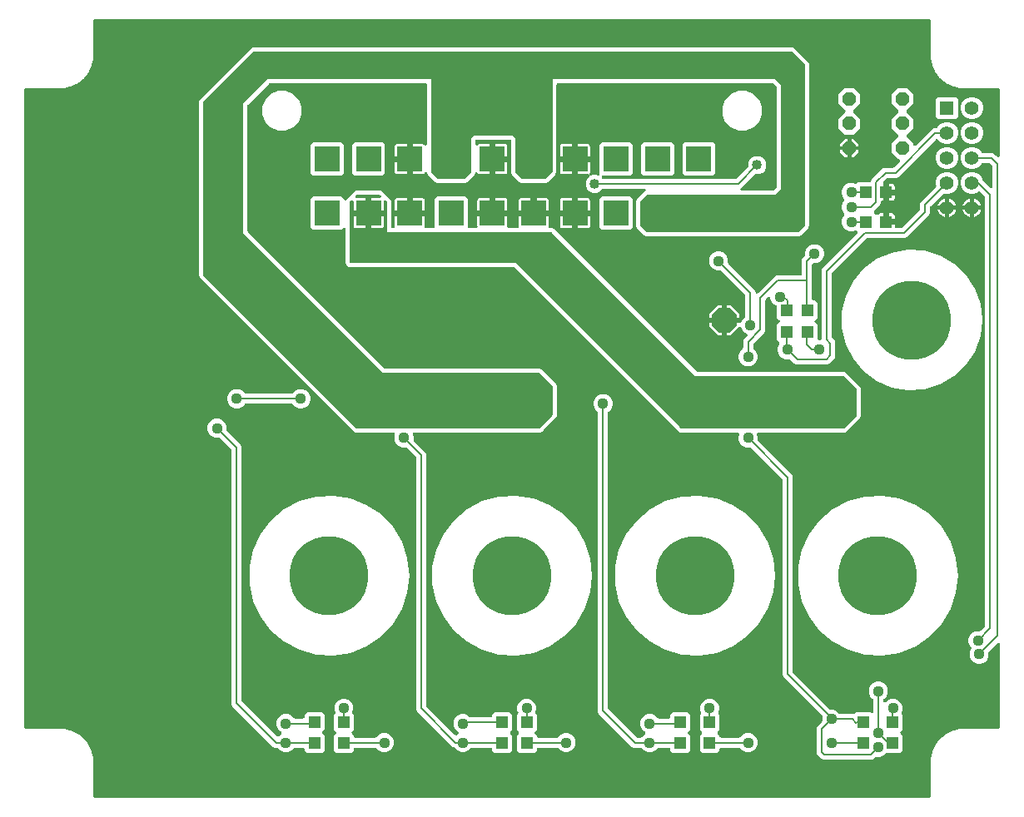
<source format=gbr>
G04 EAGLE Gerber RS-274X export*
G75*
%MOMM*%
%FSLAX34Y34*%
%LPD*%
%INBottom Copper*%
%IPPOS*%
%AMOC8*
5,1,8,0,0,1.08239X$1,22.5*%
G01*
%ADD10P,2.749271X8X202.500000*%
%ADD11C,8.000000*%
%ADD12R,2.550000X2.550000*%
%ADD13P,1.525737X8X112.500000*%
%ADD14R,1.409600X1.409600*%
%ADD15C,1.409600*%
%ADD16R,1.200000X1.200000*%
%ADD17C,0.203200*%
%ADD18C,1.117600*%
%ADD19C,1.108000*%
%ADD20C,1.016000*%
%ADD21C,1.422400*%
%ADD22C,1.114800*%

G36*
X924438Y4068D02*
X924438Y4068D01*
X924464Y4066D01*
X924611Y4088D01*
X924758Y4105D01*
X924783Y4113D01*
X924809Y4117D01*
X924947Y4172D01*
X925086Y4222D01*
X925108Y4236D01*
X925133Y4246D01*
X925254Y4331D01*
X925379Y4411D01*
X925397Y4430D01*
X925419Y4445D01*
X925518Y4555D01*
X925621Y4662D01*
X925635Y4684D01*
X925652Y4704D01*
X925724Y4834D01*
X925800Y4961D01*
X925808Y4986D01*
X925821Y5009D01*
X925861Y5152D01*
X925906Y5293D01*
X925908Y5319D01*
X925916Y5344D01*
X925935Y5588D01*
X925935Y37916D01*
X925927Y37988D01*
X925928Y38060D01*
X925907Y38160D01*
X925895Y38262D01*
X925871Y38330D01*
X925856Y38401D01*
X925817Y38485D01*
X925931Y40091D01*
X925930Y40130D01*
X925935Y40200D01*
X925935Y43104D01*
X925920Y43241D01*
X925918Y43257D01*
X925935Y43467D01*
X925935Y44485D01*
X926321Y45924D01*
X926324Y45947D01*
X926332Y45968D01*
X926369Y46210D01*
X926381Y46374D01*
X926454Y46498D01*
X926462Y46519D01*
X926469Y46532D01*
X926481Y46573D01*
X926536Y46728D01*
X926764Y47576D01*
X926771Y47629D01*
X926788Y47681D01*
X926797Y47801D01*
X926815Y47921D01*
X926810Y47974D01*
X926814Y48028D01*
X926796Y48148D01*
X926790Y48219D01*
X927267Y49498D01*
X927276Y49534D01*
X927328Y49707D01*
X927644Y51157D01*
X927672Y51193D01*
X927709Y51276D01*
X927755Y51353D01*
X927795Y51465D01*
X927816Y51511D01*
X927822Y51539D01*
X927837Y51584D01*
X928257Y53148D01*
X929244Y54858D01*
X929246Y54862D01*
X929248Y54866D01*
X929352Y55088D01*
X929519Y55536D01*
X929597Y55612D01*
X929732Y55743D01*
X929732Y55744D01*
X929733Y55744D01*
X929733Y55745D01*
X929871Y55944D01*
X930267Y56631D01*
X930282Y56664D01*
X930302Y56694D01*
X930315Y56730D01*
X930328Y56751D01*
X930353Y56828D01*
X930406Y56951D01*
X930412Y56986D01*
X930425Y57020D01*
X930433Y57079D01*
X930434Y57083D01*
X930436Y57098D01*
X930444Y57157D01*
X930462Y57257D01*
X931137Y58159D01*
X931162Y58202D01*
X931237Y58311D01*
X931894Y59448D01*
X931899Y59461D01*
X931911Y59479D01*
X932207Y60020D01*
X932224Y60046D01*
X932254Y60080D01*
X932273Y60116D01*
X932314Y60175D01*
X932741Y60916D01*
X934493Y62667D01*
X934516Y62697D01*
X934635Y62832D01*
X935116Y63474D01*
X935119Y63475D01*
X935135Y63483D01*
X935152Y63488D01*
X935289Y63565D01*
X935427Y63638D01*
X935440Y63650D01*
X935456Y63658D01*
X935642Y63817D01*
X936183Y64358D01*
X936194Y64372D01*
X936208Y64383D01*
X936303Y64508D01*
X936400Y64631D01*
X936407Y64647D01*
X936418Y64661D01*
X936482Y64804D01*
X936516Y64877D01*
X937168Y65365D01*
X937196Y65391D01*
X937333Y65507D01*
X939084Y67259D01*
X939825Y67686D01*
X939912Y67751D01*
X939989Y67798D01*
X940521Y68089D01*
X940533Y68097D01*
X940552Y68106D01*
X941689Y68763D01*
X941730Y68793D01*
X941841Y68863D01*
X942738Y69534D01*
X942739Y69534D01*
X942774Y69541D01*
X942810Y69542D01*
X942944Y69576D01*
X943080Y69604D01*
X943113Y69619D01*
X943148Y69628D01*
X943369Y69733D01*
X944056Y70129D01*
X944196Y70233D01*
X944335Y70336D01*
X944335Y70337D01*
X944443Y70463D01*
X944455Y70477D01*
X944912Y70648D01*
X944916Y70650D01*
X944921Y70651D01*
X945142Y70756D01*
X946851Y71743D01*
X948416Y72163D01*
X948500Y72196D01*
X948587Y72219D01*
X948662Y72260D01*
X948740Y72291D01*
X948814Y72342D01*
X948839Y72355D01*
X950293Y72672D01*
X950329Y72684D01*
X950502Y72733D01*
X951782Y73210D01*
X951783Y73210D01*
X951835Y73197D01*
X951956Y73195D01*
X952076Y73185D01*
X952130Y73193D01*
X952184Y73192D01*
X952413Y73235D01*
X952421Y73236D01*
X952422Y73236D01*
X952424Y73236D01*
X953272Y73464D01*
X953416Y73521D01*
X953563Y73575D01*
X953578Y73585D01*
X953596Y73592D01*
X953637Y73620D01*
X953790Y73631D01*
X953813Y73635D01*
X953835Y73635D01*
X954076Y73679D01*
X955515Y74065D01*
X956533Y74065D01*
X956574Y74069D01*
X956615Y74067D01*
X956705Y74079D01*
X956725Y74074D01*
X956775Y74074D01*
X956896Y74065D01*
X959800Y74065D01*
X959840Y74069D01*
X959909Y74069D01*
X961499Y74182D01*
X961505Y74179D01*
X961604Y74151D01*
X961699Y74114D01*
X961771Y74104D01*
X961840Y74084D01*
X962001Y74071D01*
X962044Y74065D01*
X962060Y74067D01*
X962084Y74065D01*
X994412Y74065D01*
X994438Y74068D01*
X994464Y74066D01*
X994611Y74088D01*
X994758Y74105D01*
X994783Y74113D01*
X994809Y74117D01*
X994947Y74172D01*
X995086Y74222D01*
X995108Y74236D01*
X995133Y74246D01*
X995254Y74331D01*
X995379Y74411D01*
X995397Y74430D01*
X995419Y74445D01*
X995518Y74555D01*
X995621Y74662D01*
X995635Y74684D01*
X995652Y74704D01*
X995724Y74834D01*
X995800Y74961D01*
X995808Y74986D01*
X995821Y75009D01*
X995861Y75152D01*
X995906Y75293D01*
X995908Y75319D01*
X995916Y75344D01*
X995935Y75588D01*
X995935Y160073D01*
X995924Y160172D01*
X995922Y160273D01*
X995904Y160345D01*
X995895Y160419D01*
X995862Y160513D01*
X995837Y160611D01*
X995803Y160677D01*
X995778Y160747D01*
X995723Y160831D01*
X995677Y160921D01*
X995629Y160977D01*
X995589Y161040D01*
X995517Y161110D01*
X995452Y161186D01*
X995392Y161230D01*
X995338Y161282D01*
X995252Y161333D01*
X995171Y161393D01*
X995103Y161423D01*
X995039Y161461D01*
X994943Y161491D01*
X994851Y161531D01*
X994778Y161544D01*
X994707Y161567D01*
X994607Y161575D01*
X994508Y161593D01*
X994434Y161589D01*
X994360Y161595D01*
X994260Y161580D01*
X994160Y161575D01*
X994089Y161554D01*
X994015Y161543D01*
X993922Y161506D01*
X993825Y161478D01*
X993760Y161442D01*
X993691Y161415D01*
X993609Y161357D01*
X993521Y161308D01*
X993445Y161243D01*
X993405Y161216D01*
X993381Y161189D01*
X993335Y161150D01*
X985099Y152914D01*
X985020Y152815D01*
X984936Y152721D01*
X984912Y152678D01*
X984882Y152641D01*
X984828Y152526D01*
X984767Y152416D01*
X984754Y152369D01*
X984733Y152326D01*
X984707Y152202D01*
X984687Y152131D01*
X984682Y152115D01*
X984681Y152112D01*
X984672Y152080D01*
X984667Y152020D01*
X984660Y151985D01*
X984661Y151937D01*
X984653Y151837D01*
X984653Y148080D01*
X983183Y144532D01*
X980468Y141817D01*
X976920Y140347D01*
X973080Y140347D01*
X969532Y141817D01*
X966817Y144532D01*
X965347Y148080D01*
X965347Y151920D01*
X966886Y155634D01*
X966907Y155707D01*
X966937Y155777D01*
X966954Y155874D01*
X966981Y155969D01*
X966985Y156045D01*
X966998Y156120D01*
X966993Y156219D01*
X966998Y156317D01*
X966984Y156392D01*
X966980Y156468D01*
X966953Y156563D01*
X966936Y156660D01*
X966905Y156730D01*
X966884Y156803D01*
X966836Y156889D01*
X966797Y156979D01*
X966751Y157041D01*
X966714Y157107D01*
X966617Y157221D01*
X966589Y157259D01*
X966574Y157271D01*
X966555Y157294D01*
X965567Y158282D01*
X964097Y161830D01*
X964097Y165670D01*
X965567Y169218D01*
X968282Y171933D01*
X971830Y173403D01*
X975587Y173403D01*
X975712Y173417D01*
X975838Y173424D01*
X975885Y173437D01*
X975933Y173443D01*
X976052Y173485D01*
X976173Y173520D01*
X976215Y173544D01*
X976261Y173560D01*
X976367Y173629D01*
X976477Y173690D01*
X976524Y173730D01*
X976554Y173749D01*
X976587Y173784D01*
X976664Y173849D01*
X980723Y177908D01*
X980802Y178007D01*
X980886Y178101D01*
X980910Y178144D01*
X980940Y178181D01*
X980994Y178296D01*
X981055Y178406D01*
X981068Y178453D01*
X981089Y178496D01*
X981115Y178620D01*
X981150Y178742D01*
X981155Y178802D01*
X981162Y178837D01*
X981161Y178885D01*
X981169Y178985D01*
X981169Y489213D01*
X981159Y489299D01*
X981160Y489385D01*
X981140Y489471D01*
X981129Y489560D01*
X981100Y489641D01*
X981081Y489724D01*
X981042Y489804D01*
X981012Y489888D01*
X980965Y489960D01*
X980945Y490002D01*
X980981Y490052D01*
X981013Y490132D01*
X981055Y490208D01*
X981079Y490293D01*
X981113Y490375D01*
X981126Y490460D01*
X981150Y490543D01*
X981160Y490670D01*
X981168Y490719D01*
X981167Y490753D01*
X981169Y490787D01*
X981169Y614765D01*
X981155Y614890D01*
X981148Y615016D01*
X981135Y615063D01*
X981129Y615111D01*
X981087Y615230D01*
X981052Y615351D01*
X981028Y615393D01*
X981012Y615439D01*
X980943Y615545D01*
X980882Y615655D01*
X980842Y615702D01*
X980823Y615732D01*
X980788Y615765D01*
X980723Y615842D01*
X976267Y620297D01*
X976247Y620314D01*
X976230Y620334D01*
X976110Y620422D01*
X975994Y620514D01*
X975971Y620525D01*
X975949Y620541D01*
X975813Y620600D01*
X975679Y620663D01*
X975654Y620668D01*
X975629Y620679D01*
X975483Y620705D01*
X975339Y620736D01*
X975312Y620736D01*
X975286Y620741D01*
X975138Y620733D01*
X974990Y620730D01*
X974965Y620724D01*
X974938Y620723D01*
X974796Y620682D01*
X974652Y620645D01*
X974629Y620633D01*
X974604Y620626D01*
X974474Y620554D01*
X974342Y620486D01*
X974322Y620469D01*
X974299Y620456D01*
X974113Y620297D01*
X973995Y620179D01*
X969910Y618487D01*
X965490Y618487D01*
X961405Y620179D01*
X958279Y623305D01*
X956587Y627390D01*
X956587Y631810D01*
X958279Y635895D01*
X961405Y639021D01*
X965490Y640713D01*
X969910Y640713D01*
X973995Y639021D01*
X977121Y635895D01*
X978476Y632623D01*
X978477Y632621D01*
X978478Y632619D01*
X978561Y632470D01*
X978645Y632318D01*
X978647Y632317D01*
X978648Y632315D01*
X978778Y632162D01*
X978779Y632160D01*
X978781Y632159D01*
X978806Y632129D01*
X986069Y624866D01*
X986147Y624804D01*
X986220Y624734D01*
X986284Y624696D01*
X986342Y624650D01*
X986433Y624607D01*
X986519Y624555D01*
X986590Y624533D01*
X986657Y624501D01*
X986755Y624480D01*
X986851Y624449D01*
X986925Y624443D01*
X986998Y624427D01*
X987098Y624429D01*
X987198Y624421D01*
X987272Y624432D01*
X987346Y624433D01*
X987443Y624458D01*
X987543Y624473D01*
X987612Y624500D01*
X987684Y624518D01*
X987774Y624564D01*
X987867Y624601D01*
X987928Y624644D01*
X987994Y624678D01*
X988071Y624743D01*
X988153Y624800D01*
X988203Y624856D01*
X988259Y624904D01*
X988319Y624985D01*
X988386Y625059D01*
X988422Y625124D01*
X988467Y625184D01*
X988506Y625276D01*
X988555Y625364D01*
X988575Y625436D01*
X988605Y625504D01*
X988622Y625603D01*
X988650Y625700D01*
X988658Y625800D01*
X988666Y625847D01*
X988664Y625883D01*
X988669Y625943D01*
X988669Y646015D01*
X988655Y646140D01*
X988648Y646266D01*
X988635Y646313D01*
X988629Y646361D01*
X988587Y646480D01*
X988552Y646601D01*
X988528Y646643D01*
X988512Y646689D01*
X988443Y646795D01*
X988382Y646905D01*
X988342Y646952D01*
X988323Y646982D01*
X988288Y647015D01*
X988223Y647092D01*
X985842Y649473D01*
X985743Y649552D01*
X985649Y649636D01*
X985606Y649660D01*
X985569Y649690D01*
X985454Y649744D01*
X985344Y649805D01*
X985297Y649818D01*
X985254Y649839D01*
X985130Y649865D01*
X985008Y649900D01*
X984948Y649905D01*
X984913Y649912D01*
X984865Y649911D01*
X984765Y649919D01*
X978642Y649919D01*
X978566Y649911D01*
X978489Y649912D01*
X978393Y649891D01*
X978295Y649879D01*
X978224Y649854D01*
X978149Y649837D01*
X978060Y649795D01*
X977967Y649762D01*
X977903Y649720D01*
X977834Y649688D01*
X977757Y649626D01*
X977674Y649573D01*
X977621Y649518D01*
X977562Y649470D01*
X977501Y649393D01*
X977432Y649322D01*
X977393Y649257D01*
X977346Y649197D01*
X977278Y649064D01*
X977253Y649023D01*
X977248Y649005D01*
X977234Y648979D01*
X977121Y648705D01*
X973995Y645579D01*
X969910Y643887D01*
X965490Y643887D01*
X961405Y645579D01*
X958279Y648705D01*
X956587Y652790D01*
X956587Y657210D01*
X958279Y661295D01*
X961405Y664421D01*
X965490Y666113D01*
X969910Y666113D01*
X973995Y664421D01*
X977121Y661295D01*
X977234Y661021D01*
X977271Y660954D01*
X977300Y660883D01*
X977356Y660803D01*
X977404Y660716D01*
X977455Y660660D01*
X977499Y660597D01*
X977572Y660531D01*
X977638Y660458D01*
X977701Y660415D01*
X977757Y660364D01*
X977844Y660316D01*
X977924Y660260D01*
X977995Y660232D01*
X978062Y660195D01*
X978157Y660168D01*
X978249Y660132D01*
X978324Y660121D01*
X978398Y660100D01*
X978547Y660088D01*
X978593Y660081D01*
X978613Y660083D01*
X978642Y660081D01*
X988511Y660081D01*
X990378Y659307D01*
X992021Y657664D01*
X993335Y656350D01*
X993414Y656288D01*
X993486Y656218D01*
X993550Y656180D01*
X993608Y656134D01*
X993699Y656091D01*
X993785Y656039D01*
X993856Y656017D01*
X993923Y655985D01*
X994021Y655964D01*
X994117Y655933D01*
X994191Y655927D01*
X994264Y655911D01*
X994364Y655913D01*
X994464Y655905D01*
X994538Y655916D01*
X994612Y655917D01*
X994709Y655942D01*
X994809Y655957D01*
X994878Y655984D01*
X994950Y656002D01*
X995039Y656048D01*
X995133Y656085D01*
X995194Y656128D01*
X995260Y656162D01*
X995336Y656227D01*
X995419Y656284D01*
X995469Y656340D01*
X995525Y656388D01*
X995585Y656469D01*
X995652Y656543D01*
X995688Y656608D01*
X995733Y656668D01*
X995772Y656760D01*
X995821Y656848D01*
X995841Y656920D01*
X995871Y656988D01*
X995888Y657087D01*
X995916Y657184D01*
X995924Y657284D01*
X995932Y657331D01*
X995930Y657367D01*
X995935Y657427D01*
X995935Y724412D01*
X995932Y724438D01*
X995934Y724464D01*
X995912Y724611D01*
X995895Y724758D01*
X995887Y724783D01*
X995883Y724809D01*
X995828Y724947D01*
X995778Y725086D01*
X995764Y725108D01*
X995754Y725133D01*
X995669Y725254D01*
X995589Y725379D01*
X995570Y725397D01*
X995555Y725419D01*
X995445Y725518D01*
X995338Y725621D01*
X995316Y725635D01*
X995296Y725652D01*
X995166Y725724D01*
X995039Y725800D01*
X995014Y725808D01*
X994991Y725821D01*
X994848Y725861D01*
X994707Y725906D01*
X994681Y725908D01*
X994656Y725916D01*
X994412Y725935D01*
X962084Y725935D01*
X962012Y725927D01*
X961940Y725928D01*
X961840Y725907D01*
X961738Y725895D01*
X961670Y725871D01*
X961599Y725856D01*
X961515Y725817D01*
X959909Y725931D01*
X959870Y725930D01*
X959800Y725935D01*
X956896Y725935D01*
X956759Y725920D01*
X956743Y725918D01*
X956533Y725935D01*
X955515Y725935D01*
X954076Y726321D01*
X954053Y726324D01*
X954032Y726332D01*
X953790Y726369D01*
X953626Y726381D01*
X953502Y726454D01*
X953481Y726462D01*
X953468Y726469D01*
X953427Y726481D01*
X953272Y726536D01*
X952424Y726764D01*
X952371Y726771D01*
X952319Y726788D01*
X952199Y726797D01*
X952079Y726815D01*
X952026Y726810D01*
X951972Y726814D01*
X951852Y726796D01*
X951781Y726790D01*
X950502Y727267D01*
X950466Y727276D01*
X950293Y727328D01*
X948843Y727644D01*
X948806Y727672D01*
X948724Y727709D01*
X948646Y727755D01*
X948535Y727795D01*
X948489Y727816D01*
X948460Y727822D01*
X948416Y727837D01*
X946852Y728257D01*
X945142Y729244D01*
X945138Y729246D01*
X945134Y729248D01*
X944912Y729352D01*
X944464Y729519D01*
X944360Y729626D01*
X944257Y729732D01*
X944256Y729732D01*
X944256Y729733D01*
X944255Y729733D01*
X944055Y729871D01*
X943369Y730267D01*
X943336Y730282D01*
X943306Y730302D01*
X943176Y730351D01*
X943049Y730406D01*
X943014Y730412D01*
X942980Y730425D01*
X942843Y730444D01*
X942743Y730462D01*
X941841Y731137D01*
X941798Y731162D01*
X941689Y731237D01*
X940552Y731894D01*
X940539Y731900D01*
X940520Y731912D01*
X939980Y732207D01*
X939955Y732224D01*
X939921Y732253D01*
X939885Y732272D01*
X939825Y732314D01*
X939084Y732741D01*
X937333Y734493D01*
X937303Y734516D01*
X937168Y734635D01*
X936526Y735116D01*
X936525Y735119D01*
X936517Y735135D01*
X936512Y735152D01*
X936435Y735289D01*
X936362Y735427D01*
X936350Y735440D01*
X936342Y735456D01*
X936183Y735642D01*
X935642Y736183D01*
X935628Y736194D01*
X935617Y736208D01*
X935492Y736303D01*
X935369Y736400D01*
X935353Y736407D01*
X935339Y736418D01*
X935196Y736482D01*
X935123Y736516D01*
X934635Y737168D01*
X934609Y737195D01*
X934493Y737333D01*
X932741Y739084D01*
X932314Y739825D01*
X932249Y739912D01*
X932203Y739986D01*
X931911Y740520D01*
X931903Y740532D01*
X931894Y740552D01*
X931237Y741689D01*
X931207Y741729D01*
X931137Y741841D01*
X930466Y742738D01*
X930466Y742739D01*
X930459Y742774D01*
X930458Y742810D01*
X930424Y742944D01*
X930396Y743080D01*
X930381Y743113D01*
X930372Y743148D01*
X930267Y743369D01*
X929871Y744055D01*
X929777Y744183D01*
X929664Y744335D01*
X929663Y744335D01*
X929527Y744451D01*
X929523Y744455D01*
X929352Y744912D01*
X929350Y744916D01*
X929349Y744921D01*
X929281Y745063D01*
X929273Y745085D01*
X929267Y745093D01*
X929244Y745142D01*
X928257Y746852D01*
X927837Y748416D01*
X927804Y748500D01*
X927780Y748588D01*
X927740Y748662D01*
X927709Y748740D01*
X927658Y748815D01*
X927645Y748839D01*
X927328Y750293D01*
X927316Y750329D01*
X927267Y750502D01*
X926790Y751782D01*
X926790Y751783D01*
X926803Y751835D01*
X926805Y751956D01*
X926815Y752076D01*
X926807Y752130D01*
X926808Y752184D01*
X926765Y752413D01*
X926764Y752421D01*
X926764Y752422D01*
X926764Y752424D01*
X926536Y753272D01*
X926479Y753416D01*
X926425Y753563D01*
X926415Y753578D01*
X926408Y753596D01*
X926380Y753637D01*
X926369Y753790D01*
X926365Y753813D01*
X926365Y753835D01*
X926321Y754076D01*
X925935Y755515D01*
X925935Y756533D01*
X925931Y756574D01*
X925933Y756615D01*
X925921Y756705D01*
X925926Y756725D01*
X925926Y756775D01*
X925935Y756896D01*
X925935Y759800D01*
X925931Y759840D01*
X925931Y759909D01*
X925818Y761499D01*
X925821Y761505D01*
X925849Y761604D01*
X925886Y761699D01*
X925896Y761771D01*
X925916Y761840D01*
X925929Y762001D01*
X925935Y762044D01*
X925933Y762060D01*
X925935Y762084D01*
X925935Y794412D01*
X925932Y794438D01*
X925934Y794464D01*
X925912Y794611D01*
X925895Y794758D01*
X925887Y794783D01*
X925883Y794809D01*
X925828Y794947D01*
X925778Y795086D01*
X925764Y795108D01*
X925754Y795133D01*
X925669Y795254D01*
X925589Y795379D01*
X925570Y795397D01*
X925555Y795419D01*
X925445Y795518D01*
X925338Y795621D01*
X925316Y795635D01*
X925296Y795652D01*
X925166Y795724D01*
X925039Y795800D01*
X925014Y795808D01*
X924991Y795821D01*
X924848Y795861D01*
X924707Y795906D01*
X924681Y795908D01*
X924656Y795916D01*
X924412Y795935D01*
X75588Y795935D01*
X75562Y795932D01*
X75536Y795934D01*
X75389Y795912D01*
X75242Y795895D01*
X75217Y795887D01*
X75191Y795883D01*
X75053Y795828D01*
X74914Y795778D01*
X74892Y795764D01*
X74867Y795754D01*
X74746Y795669D01*
X74621Y795589D01*
X74603Y795570D01*
X74581Y795555D01*
X74482Y795445D01*
X74379Y795338D01*
X74365Y795316D01*
X74348Y795296D01*
X74276Y795166D01*
X74200Y795039D01*
X74192Y795014D01*
X74179Y794991D01*
X74139Y794848D01*
X74094Y794707D01*
X74092Y794681D01*
X74084Y794656D01*
X74065Y794412D01*
X74065Y762084D01*
X74073Y762012D01*
X74072Y761940D01*
X74093Y761840D01*
X74105Y761738D01*
X74129Y761670D01*
X74144Y761599D01*
X74183Y761515D01*
X74069Y759909D01*
X74070Y759870D01*
X74065Y759800D01*
X74065Y756896D01*
X74080Y756759D01*
X74082Y756743D01*
X74065Y756533D01*
X74065Y755515D01*
X73679Y754076D01*
X73676Y754053D01*
X73668Y754032D01*
X73631Y753790D01*
X73619Y753626D01*
X73546Y753502D01*
X73538Y753481D01*
X73531Y753468D01*
X73519Y753427D01*
X73464Y753272D01*
X73236Y752424D01*
X73229Y752371D01*
X73212Y752319D01*
X73203Y752199D01*
X73185Y752079D01*
X73190Y752026D01*
X73186Y751972D01*
X73204Y751852D01*
X73210Y751781D01*
X72733Y750502D01*
X72724Y750466D01*
X72672Y750293D01*
X72356Y748843D01*
X72328Y748807D01*
X72291Y748724D01*
X72245Y748647D01*
X72205Y748535D01*
X72184Y748489D01*
X72178Y748460D01*
X72163Y748416D01*
X71743Y746852D01*
X70756Y745142D01*
X70754Y745138D01*
X70752Y745134D01*
X70699Y745020D01*
X70681Y744991D01*
X70673Y744966D01*
X70648Y744912D01*
X70481Y744464D01*
X70374Y744360D01*
X70268Y744257D01*
X70268Y744256D01*
X70267Y744256D01*
X70267Y744255D01*
X70129Y744055D01*
X69733Y743369D01*
X69718Y743336D01*
X69698Y743306D01*
X69649Y743176D01*
X69594Y743049D01*
X69588Y743014D01*
X69575Y742980D01*
X69556Y742843D01*
X69538Y742743D01*
X68863Y741841D01*
X68838Y741797D01*
X68763Y741689D01*
X68106Y740552D01*
X68101Y740539D01*
X68089Y740520D01*
X67793Y739980D01*
X67776Y739955D01*
X67747Y739921D01*
X67728Y739885D01*
X67686Y739825D01*
X67259Y739084D01*
X65507Y737333D01*
X65484Y737303D01*
X65365Y737168D01*
X64884Y736526D01*
X64881Y736525D01*
X64865Y736517D01*
X64848Y736512D01*
X64711Y736435D01*
X64573Y736362D01*
X64560Y736350D01*
X64544Y736342D01*
X64358Y736183D01*
X63817Y735642D01*
X63806Y735628D01*
X63792Y735617D01*
X63697Y735492D01*
X63600Y735369D01*
X63593Y735353D01*
X63582Y735339D01*
X63518Y735196D01*
X63484Y735123D01*
X62832Y734635D01*
X62805Y734609D01*
X62667Y734493D01*
X60916Y732741D01*
X60175Y732314D01*
X60088Y732249D01*
X60014Y732203D01*
X59480Y731911D01*
X59468Y731903D01*
X59448Y731894D01*
X58311Y731237D01*
X58271Y731207D01*
X58159Y731137D01*
X57262Y730466D01*
X57261Y730466D01*
X57226Y730459D01*
X57190Y730458D01*
X57056Y730424D01*
X56920Y730396D01*
X56887Y730381D01*
X56852Y730372D01*
X56631Y730267D01*
X55945Y729871D01*
X55791Y729757D01*
X55665Y729664D01*
X55665Y729663D01*
X55545Y729523D01*
X55088Y729352D01*
X55084Y729350D01*
X55079Y729349D01*
X54858Y729244D01*
X53148Y728257D01*
X51584Y727837D01*
X51500Y727804D01*
X51412Y727780D01*
X51338Y727740D01*
X51260Y727709D01*
X51185Y727658D01*
X51161Y727645D01*
X49707Y727328D01*
X49671Y727316D01*
X49498Y727267D01*
X48218Y726790D01*
X48217Y726790D01*
X48165Y726803D01*
X48044Y726805D01*
X47924Y726815D01*
X47870Y726807D01*
X47816Y726808D01*
X47587Y726765D01*
X47579Y726764D01*
X47578Y726764D01*
X47576Y726764D01*
X46728Y726536D01*
X46584Y726479D01*
X46437Y726425D01*
X46422Y726415D01*
X46404Y726408D01*
X46363Y726380D01*
X46210Y726369D01*
X46187Y726365D01*
X46165Y726365D01*
X45924Y726321D01*
X44485Y725935D01*
X43467Y725935D01*
X43426Y725931D01*
X43385Y725933D01*
X43295Y725921D01*
X43275Y725926D01*
X43225Y725926D01*
X43104Y725935D01*
X40200Y725935D01*
X40160Y725931D01*
X40091Y725931D01*
X38501Y725818D01*
X38495Y725821D01*
X38396Y725849D01*
X38301Y725886D01*
X38229Y725896D01*
X38160Y725916D01*
X37999Y725929D01*
X37956Y725935D01*
X37940Y725933D01*
X37916Y725935D01*
X5588Y725935D01*
X5562Y725932D01*
X5536Y725934D01*
X5389Y725912D01*
X5242Y725895D01*
X5217Y725887D01*
X5191Y725883D01*
X5053Y725828D01*
X4914Y725778D01*
X4892Y725764D01*
X4867Y725754D01*
X4746Y725669D01*
X4621Y725589D01*
X4603Y725570D01*
X4581Y725555D01*
X4482Y725445D01*
X4379Y725338D01*
X4365Y725316D01*
X4348Y725296D01*
X4276Y725166D01*
X4200Y725039D01*
X4192Y725014D01*
X4179Y724991D01*
X4139Y724848D01*
X4094Y724707D01*
X4092Y724681D01*
X4084Y724656D01*
X4065Y724412D01*
X4065Y75588D01*
X4068Y75562D01*
X4066Y75536D01*
X4088Y75389D01*
X4105Y75242D01*
X4113Y75217D01*
X4117Y75191D01*
X4172Y75053D01*
X4222Y74914D01*
X4236Y74892D01*
X4246Y74867D01*
X4331Y74746D01*
X4411Y74621D01*
X4430Y74603D01*
X4445Y74581D01*
X4555Y74482D01*
X4662Y74379D01*
X4684Y74365D01*
X4704Y74348D01*
X4834Y74276D01*
X4961Y74200D01*
X4986Y74192D01*
X5009Y74179D01*
X5152Y74139D01*
X5293Y74094D01*
X5319Y74092D01*
X5344Y74084D01*
X5588Y74065D01*
X37916Y74065D01*
X37988Y74073D01*
X38060Y74072D01*
X38160Y74093D01*
X38262Y74105D01*
X38330Y74129D01*
X38401Y74144D01*
X38485Y74183D01*
X40091Y74069D01*
X40130Y74070D01*
X40200Y74065D01*
X43104Y74065D01*
X43241Y74080D01*
X43257Y74082D01*
X43467Y74065D01*
X44485Y74065D01*
X45924Y73679D01*
X45947Y73676D01*
X45968Y73668D01*
X46210Y73631D01*
X46374Y73619D01*
X46498Y73546D01*
X46519Y73538D01*
X46532Y73531D01*
X46573Y73519D01*
X46728Y73464D01*
X47576Y73236D01*
X47629Y73229D01*
X47681Y73212D01*
X47801Y73203D01*
X47921Y73185D01*
X47974Y73190D01*
X48028Y73186D01*
X48148Y73204D01*
X48219Y73210D01*
X49498Y72733D01*
X49534Y72724D01*
X49707Y72672D01*
X51157Y72356D01*
X51194Y72328D01*
X51276Y72291D01*
X51354Y72245D01*
X51465Y72205D01*
X51511Y72184D01*
X51540Y72178D01*
X51584Y72163D01*
X53149Y71743D01*
X54858Y70756D01*
X54862Y70754D01*
X54866Y70752D01*
X55088Y70648D01*
X55536Y70481D01*
X55624Y70391D01*
X55743Y70268D01*
X55744Y70268D01*
X55744Y70267D01*
X55745Y70267D01*
X55944Y70129D01*
X56631Y69733D01*
X56664Y69718D01*
X56694Y69698D01*
X56824Y69649D01*
X56951Y69594D01*
X56986Y69588D01*
X57020Y69575D01*
X57157Y69556D01*
X57257Y69538D01*
X58159Y68863D01*
X58202Y68838D01*
X58311Y68763D01*
X59448Y68106D01*
X59461Y68101D01*
X59479Y68089D01*
X60020Y67793D01*
X60046Y67776D01*
X60080Y67746D01*
X60116Y67727D01*
X60175Y67686D01*
X60916Y67259D01*
X62667Y65507D01*
X62697Y65484D01*
X62832Y65365D01*
X63474Y64884D01*
X63475Y64881D01*
X63483Y64865D01*
X63488Y64848D01*
X63565Y64711D01*
X63638Y64573D01*
X63650Y64560D01*
X63658Y64544D01*
X63817Y64358D01*
X64358Y63817D01*
X64372Y63806D01*
X64383Y63792D01*
X64508Y63697D01*
X64631Y63600D01*
X64647Y63593D01*
X64661Y63582D01*
X64804Y63518D01*
X64877Y63484D01*
X65365Y62832D01*
X65391Y62804D01*
X65507Y62667D01*
X67259Y60916D01*
X67686Y60175D01*
X67751Y60088D01*
X67798Y60011D01*
X68089Y59479D01*
X68097Y59467D01*
X68106Y59448D01*
X68763Y58311D01*
X68793Y58271D01*
X68863Y58159D01*
X69534Y57262D01*
X69534Y57261D01*
X69541Y57226D01*
X69542Y57190D01*
X69576Y57056D01*
X69584Y57016D01*
X69589Y56982D01*
X69593Y56972D01*
X69604Y56920D01*
X69619Y56887D01*
X69628Y56852D01*
X69709Y56682D01*
X69718Y56658D01*
X69724Y56649D01*
X69733Y56631D01*
X70129Y55944D01*
X70239Y55796D01*
X70336Y55665D01*
X70337Y55665D01*
X70476Y55547D01*
X70477Y55545D01*
X70648Y55088D01*
X70650Y55084D01*
X70651Y55079D01*
X70756Y54858D01*
X71743Y53148D01*
X72163Y51584D01*
X72196Y51500D01*
X72219Y51413D01*
X72260Y51338D01*
X72291Y51260D01*
X72342Y51186D01*
X72355Y51161D01*
X72672Y49707D01*
X72684Y49671D01*
X72733Y49498D01*
X73210Y48218D01*
X73210Y48217D01*
X73197Y48165D01*
X73195Y48044D01*
X73185Y47924D01*
X73193Y47870D01*
X73192Y47816D01*
X73235Y47587D01*
X73236Y47579D01*
X73236Y47578D01*
X73236Y47576D01*
X73464Y46728D01*
X73521Y46584D01*
X73575Y46437D01*
X73585Y46422D01*
X73592Y46404D01*
X73620Y46363D01*
X73631Y46210D01*
X73635Y46187D01*
X73635Y46165D01*
X73679Y45924D01*
X74065Y44485D01*
X74065Y43467D01*
X74069Y43426D01*
X74067Y43385D01*
X74079Y43295D01*
X74074Y43275D01*
X74074Y43225D01*
X74065Y43104D01*
X74065Y40200D01*
X74069Y40161D01*
X74069Y40091D01*
X74182Y38501D01*
X74179Y38495D01*
X74151Y38396D01*
X74114Y38301D01*
X74104Y38229D01*
X74084Y38160D01*
X74071Y37999D01*
X74065Y37956D01*
X74067Y37940D01*
X74065Y37916D01*
X74065Y5588D01*
X74068Y5562D01*
X74066Y5536D01*
X74088Y5389D01*
X74105Y5242D01*
X74113Y5217D01*
X74117Y5191D01*
X74172Y5053D01*
X74222Y4914D01*
X74236Y4892D01*
X74246Y4867D01*
X74331Y4746D01*
X74411Y4621D01*
X74430Y4603D01*
X74445Y4581D01*
X74555Y4482D01*
X74662Y4379D01*
X74684Y4365D01*
X74704Y4348D01*
X74834Y4276D01*
X74961Y4200D01*
X74986Y4192D01*
X75009Y4179D01*
X75152Y4139D01*
X75293Y4094D01*
X75319Y4092D01*
X75344Y4084D01*
X75588Y4065D01*
X924412Y4065D01*
X924438Y4068D01*
G37*
%LPC*%
G36*
X482316Y49435D02*
X482316Y49435D01*
X479935Y51816D01*
X479935Y53396D01*
X479932Y53422D01*
X479934Y53448D01*
X479912Y53595D01*
X479895Y53742D01*
X479887Y53767D01*
X479883Y53793D01*
X479828Y53931D01*
X479778Y54070D01*
X479764Y54092D01*
X479754Y54117D01*
X479669Y54238D01*
X479589Y54363D01*
X479570Y54381D01*
X479555Y54403D01*
X479445Y54502D01*
X479338Y54605D01*
X479316Y54619D01*
X479296Y54636D01*
X479166Y54708D01*
X479039Y54784D01*
X479014Y54792D01*
X478991Y54805D01*
X478848Y54845D01*
X478707Y54890D01*
X478681Y54892D01*
X478656Y54900D01*
X478412Y54919D01*
X459201Y54919D01*
X459076Y54905D01*
X458949Y54898D01*
X458903Y54885D01*
X458855Y54879D01*
X458736Y54837D01*
X458615Y54802D01*
X458572Y54778D01*
X458527Y54762D01*
X458421Y54693D01*
X458310Y54632D01*
X458264Y54592D01*
X458234Y54573D01*
X458201Y54538D01*
X458124Y54473D01*
X455468Y51817D01*
X451920Y50347D01*
X448080Y50347D01*
X444532Y51817D01*
X441603Y54746D01*
X441602Y54747D01*
X441599Y54750D01*
X441558Y54783D01*
X441522Y54821D01*
X441422Y54890D01*
X441367Y54933D01*
X441330Y54963D01*
X441329Y54963D01*
X441326Y54966D01*
X441266Y54996D01*
X441235Y55018D01*
X441191Y55035D01*
X441108Y55077D01*
X439622Y55693D01*
X403193Y92122D01*
X402419Y93989D01*
X402419Y349765D01*
X402405Y349890D01*
X402398Y350016D01*
X402385Y350063D01*
X402379Y350111D01*
X402337Y350230D01*
X402302Y350351D01*
X402278Y350393D01*
X402262Y350439D01*
X402193Y350545D01*
X402132Y350655D01*
X402092Y350702D01*
X402073Y350732D01*
X402038Y350765D01*
X401973Y350842D01*
X392914Y359901D01*
X392815Y359980D01*
X392721Y360064D01*
X392678Y360088D01*
X392641Y360118D01*
X392526Y360172D01*
X392416Y360233D01*
X392369Y360246D01*
X392326Y360267D01*
X392202Y360293D01*
X392080Y360328D01*
X392020Y360333D01*
X391985Y360340D01*
X391937Y360339D01*
X391837Y360347D01*
X388080Y360347D01*
X384532Y361817D01*
X381817Y364532D01*
X380347Y368080D01*
X380347Y371920D01*
X380913Y373285D01*
X380954Y373429D01*
X381000Y373572D01*
X381002Y373597D01*
X381008Y373620D01*
X381016Y373770D01*
X381028Y373920D01*
X381024Y373944D01*
X381025Y373968D01*
X380999Y374116D01*
X380976Y374264D01*
X380967Y374287D01*
X380963Y374311D01*
X380903Y374448D01*
X380848Y374588D01*
X380834Y374608D01*
X380824Y374631D01*
X380735Y374751D01*
X380649Y374874D01*
X380631Y374891D01*
X380616Y374911D01*
X380502Y375007D01*
X380390Y375108D01*
X380369Y375120D01*
X380350Y375136D01*
X380217Y375204D01*
X380085Y375277D01*
X380062Y375283D01*
X380040Y375295D01*
X379894Y375331D01*
X379750Y375372D01*
X379720Y375374D01*
X379702Y375379D01*
X379654Y375379D01*
X379506Y375391D01*
X342921Y375411D01*
X342920Y375411D01*
X341787Y375411D01*
X340763Y375836D01*
X340762Y375836D01*
X339733Y376263D01*
X338932Y377064D01*
X338932Y377065D01*
X338931Y377065D01*
X184248Y531748D01*
X182462Y533534D01*
X181611Y535588D01*
X181611Y712212D01*
X182462Y714266D01*
X234834Y766638D01*
X236888Y767489D01*
X785212Y767489D01*
X787266Y766638D01*
X801538Y752366D01*
X802389Y750312D01*
X802389Y586163D01*
X801538Y584109D01*
X793616Y576187D01*
X791562Y575336D01*
X636938Y575336D01*
X634884Y576187D01*
X626962Y584109D01*
X626111Y586163D01*
X626111Y610612D01*
X626962Y612666D01*
X634884Y620588D01*
X635007Y620639D01*
X635051Y620663D01*
X635098Y620680D01*
X635203Y620748D01*
X635311Y620808D01*
X635349Y620842D01*
X635391Y620869D01*
X635478Y620959D01*
X635570Y621042D01*
X635598Y621084D01*
X635633Y621120D01*
X635697Y621227D01*
X635768Y621329D01*
X635786Y621376D01*
X635812Y621419D01*
X635850Y621537D01*
X635896Y621653D01*
X635903Y621703D01*
X635918Y621751D01*
X635928Y621875D01*
X635947Y621998D01*
X635942Y622048D01*
X635946Y622098D01*
X635928Y622221D01*
X635918Y622345D01*
X635902Y622393D01*
X635895Y622443D01*
X635849Y622558D01*
X635811Y622677D01*
X635785Y622720D01*
X635766Y622767D01*
X635695Y622869D01*
X635631Y622975D01*
X635596Y623012D01*
X635567Y623053D01*
X635475Y623136D01*
X635388Y623225D01*
X635346Y623253D01*
X635308Y623286D01*
X635199Y623346D01*
X635095Y623414D01*
X635047Y623431D01*
X635003Y623455D01*
X634884Y623489D01*
X634766Y623530D01*
X634716Y623536D01*
X634668Y623550D01*
X634424Y623569D01*
X592683Y623569D01*
X592557Y623555D01*
X592431Y623548D01*
X592385Y623535D01*
X592337Y623529D01*
X592218Y623487D01*
X592096Y623452D01*
X592054Y623428D01*
X592009Y623412D01*
X591902Y623343D01*
X591792Y623282D01*
X591746Y623242D01*
X591716Y623223D01*
X591682Y623188D01*
X591606Y623123D01*
X589380Y620898D01*
X586019Y619505D01*
X582381Y619505D01*
X579020Y620898D01*
X576448Y623470D01*
X575055Y626831D01*
X575055Y630469D01*
X576447Y633830D01*
X578450Y635832D01*
X578527Y635930D01*
X578612Y636023D01*
X578636Y636067D01*
X578666Y636105D01*
X578720Y636218D01*
X578781Y636328D01*
X578794Y636376D01*
X578815Y636421D01*
X578842Y636542D01*
X578876Y636663D01*
X578878Y636713D01*
X578889Y636761D01*
X578887Y636886D01*
X578893Y637011D01*
X578884Y637060D01*
X578883Y637110D01*
X578852Y637231D01*
X578830Y637354D01*
X578810Y637399D01*
X578798Y637448D01*
X578740Y637559D01*
X578691Y637674D01*
X578661Y637713D01*
X578638Y637757D01*
X578557Y637853D01*
X578482Y637953D01*
X578444Y637985D01*
X578412Y638023D01*
X578312Y638097D01*
X578216Y638178D01*
X578172Y638200D01*
X578132Y638230D01*
X578017Y638280D01*
X577906Y638336D01*
X577858Y638348D01*
X577812Y638368D01*
X577689Y638390D01*
X577567Y638420D01*
X577518Y638421D01*
X577469Y638430D01*
X577344Y638423D01*
X577219Y638425D01*
X577157Y638414D01*
X577121Y638412D01*
X577112Y638409D01*
X567047Y638409D01*
X567047Y650653D01*
X579291Y650653D01*
X579291Y640615D01*
X579118Y639969D01*
X578685Y639221D01*
X578675Y639197D01*
X578661Y639176D01*
X578606Y639038D01*
X578547Y638901D01*
X578542Y638876D01*
X578533Y638852D01*
X578511Y638705D01*
X578485Y638558D01*
X578486Y638533D01*
X578482Y638507D01*
X578494Y638359D01*
X578502Y638210D01*
X578509Y638185D01*
X578511Y638160D01*
X578557Y638018D01*
X578598Y637875D01*
X578610Y637853D01*
X578618Y637828D01*
X578695Y637700D01*
X578767Y637571D01*
X578785Y637552D01*
X578798Y637530D01*
X578901Y637423D01*
X579002Y637313D01*
X579023Y637298D01*
X579041Y637280D01*
X579166Y637200D01*
X579289Y637115D01*
X579312Y637105D01*
X579334Y637091D01*
X579474Y637042D01*
X579613Y636987D01*
X579638Y636983D01*
X579662Y636975D01*
X579811Y636958D01*
X579958Y636937D01*
X579983Y636939D01*
X580009Y636936D01*
X580157Y636953D01*
X580305Y636966D01*
X580329Y636974D01*
X580355Y636977D01*
X580588Y637052D01*
X582381Y637795D01*
X586019Y637795D01*
X587079Y637356D01*
X587224Y637314D01*
X587367Y637269D01*
X587391Y637267D01*
X587414Y637260D01*
X587565Y637253D01*
X587714Y637241D01*
X587738Y637244D01*
X587762Y637243D01*
X587910Y637270D01*
X588059Y637292D01*
X588081Y637301D01*
X588105Y637306D01*
X588243Y637365D01*
X588383Y637421D01*
X588403Y637435D01*
X588425Y637444D01*
X588546Y637534D01*
X588669Y637620D01*
X588685Y637638D01*
X588705Y637652D01*
X588802Y637767D01*
X588902Y637879D01*
X588914Y637900D01*
X588930Y637918D01*
X588998Y638052D01*
X589071Y638184D01*
X589077Y638207D01*
X589088Y638229D01*
X589125Y638374D01*
X589166Y638519D01*
X589168Y638548D01*
X589173Y638567D01*
X589173Y638614D01*
X589185Y638763D01*
X589185Y668134D01*
X591566Y670515D01*
X620434Y670515D01*
X622815Y668134D01*
X622815Y639266D01*
X620434Y636885D01*
X592575Y636885D01*
X592475Y636874D01*
X592374Y636872D01*
X592302Y636854D01*
X592229Y636845D01*
X592134Y636811D01*
X592036Y636787D01*
X591970Y636753D01*
X591900Y636728D01*
X591816Y636673D01*
X591727Y636627D01*
X591670Y636579D01*
X591608Y636539D01*
X591538Y636467D01*
X591461Y636401D01*
X591417Y636342D01*
X591365Y636288D01*
X591314Y636202D01*
X591254Y636121D01*
X591225Y636053D01*
X591187Y635989D01*
X591156Y635893D01*
X591116Y635801D01*
X591103Y635728D01*
X591080Y635657D01*
X591072Y635557D01*
X591055Y635458D01*
X591058Y635384D01*
X591052Y635310D01*
X591067Y635210D01*
X591073Y635110D01*
X591093Y635039D01*
X591104Y634965D01*
X591141Y634872D01*
X591169Y634775D01*
X591205Y634710D01*
X591233Y634641D01*
X591290Y634559D01*
X591339Y634471D01*
X591404Y634395D01*
X591432Y634355D01*
X591458Y634331D01*
X591498Y634285D01*
X591606Y634177D01*
X591705Y634098D01*
X591799Y634014D01*
X591841Y633990D01*
X591879Y633960D01*
X591993Y633906D01*
X592104Y633845D01*
X592150Y633832D01*
X592194Y633811D01*
X592317Y633785D01*
X592439Y633750D01*
X592500Y633745D01*
X592535Y633738D01*
X592583Y633739D01*
X592683Y633731D01*
X727515Y633731D01*
X727640Y633745D01*
X727766Y633752D01*
X727813Y633765D01*
X727861Y633771D01*
X727980Y633813D01*
X728101Y633848D01*
X728143Y633872D01*
X728189Y633888D01*
X728295Y633957D01*
X728405Y634018D01*
X728452Y634058D01*
X728482Y634077D01*
X728515Y634112D01*
X728592Y634177D01*
X739709Y645294D01*
X739788Y645393D01*
X739872Y645487D01*
X739896Y645530D01*
X739926Y645567D01*
X739980Y645682D01*
X740041Y645792D01*
X740054Y645839D01*
X740075Y645882D01*
X740101Y646006D01*
X740136Y646128D01*
X740141Y646188D01*
X740148Y646223D01*
X740147Y646271D01*
X740155Y646371D01*
X740155Y649519D01*
X741548Y652880D01*
X744120Y655452D01*
X747481Y656845D01*
X751119Y656845D01*
X754480Y655452D01*
X757052Y652880D01*
X758445Y649519D01*
X758445Y645881D01*
X757052Y642520D01*
X754480Y639948D01*
X751119Y638555D01*
X747971Y638555D01*
X747846Y638541D01*
X747720Y638534D01*
X747673Y638521D01*
X747625Y638515D01*
X747506Y638473D01*
X747385Y638438D01*
X747343Y638414D01*
X747297Y638398D01*
X747191Y638329D01*
X747081Y638268D01*
X747034Y638228D01*
X747004Y638209D01*
X746971Y638174D01*
X746894Y638109D01*
X733120Y624335D01*
X733101Y624328D01*
X732996Y624260D01*
X732887Y624200D01*
X732850Y624166D01*
X732808Y624139D01*
X732721Y624049D01*
X732629Y623966D01*
X732601Y623925D01*
X732566Y623888D01*
X732502Y623781D01*
X732431Y623679D01*
X732413Y623632D01*
X732387Y623589D01*
X732349Y623471D01*
X732303Y623355D01*
X732296Y623305D01*
X732281Y623257D01*
X732271Y623133D01*
X732252Y623010D01*
X732257Y622960D01*
X732253Y622910D01*
X732271Y622787D01*
X732281Y622663D01*
X732297Y622615D01*
X732304Y622565D01*
X732350Y622449D01*
X732388Y622331D01*
X732414Y622288D01*
X732433Y622241D01*
X732504Y622139D01*
X732568Y622033D01*
X732603Y621996D01*
X732632Y621955D01*
X732724Y621872D01*
X732811Y621783D01*
X732853Y621755D01*
X732891Y621722D01*
X733000Y621661D01*
X733104Y621594D01*
X733152Y621578D01*
X733196Y621553D01*
X733315Y621519D01*
X733433Y621478D01*
X733483Y621472D01*
X733531Y621458D01*
X733775Y621439D01*
X765279Y621439D01*
X765405Y621453D01*
X765531Y621460D01*
X765577Y621473D01*
X765625Y621479D01*
X765744Y621521D01*
X765866Y621556D01*
X765908Y621580D01*
X765953Y621596D01*
X766060Y621665D01*
X766170Y621726D01*
X766216Y621766D01*
X766246Y621785D01*
X766280Y621820D01*
X766356Y621885D01*
X768540Y624069D01*
X768619Y624168D01*
X768703Y624262D01*
X768727Y624304D01*
X768757Y624342D01*
X768811Y624456D01*
X768872Y624567D01*
X768885Y624613D01*
X768906Y624657D01*
X768932Y624780D01*
X768967Y624902D01*
X768972Y624963D01*
X768979Y624998D01*
X768978Y625046D01*
X768986Y625146D01*
X768986Y727204D01*
X768972Y727330D01*
X768965Y727456D01*
X768952Y727502D01*
X768946Y727550D01*
X768904Y727669D01*
X768869Y727791D01*
X768845Y727833D01*
X768829Y727878D01*
X768760Y727985D01*
X768699Y728095D01*
X768659Y728141D01*
X768640Y728171D01*
X768605Y728205D01*
X768540Y728281D01*
X766356Y730465D01*
X766257Y730544D01*
X766163Y730628D01*
X766121Y730652D01*
X766083Y730682D01*
X765969Y730736D01*
X765858Y730797D01*
X765812Y730810D01*
X765768Y730831D01*
X765645Y730857D01*
X765523Y730892D01*
X765462Y730897D01*
X765427Y730904D01*
X765379Y730903D01*
X765279Y730911D01*
X546737Y730911D01*
X546711Y730908D01*
X546685Y730910D01*
X546538Y730888D01*
X546391Y730871D01*
X546366Y730863D01*
X546340Y730859D01*
X546202Y730804D01*
X546063Y730754D01*
X546041Y730740D01*
X546016Y730730D01*
X545895Y730645D01*
X545770Y730565D01*
X545752Y730546D01*
X545730Y730531D01*
X545631Y730421D01*
X545528Y730314D01*
X545514Y730292D01*
X545497Y730272D01*
X545425Y730142D01*
X545349Y730015D01*
X545341Y729990D01*
X545328Y729967D01*
X545288Y729824D01*
X545243Y729683D01*
X545241Y729657D01*
X545233Y729632D01*
X545214Y729388D01*
X545214Y640138D01*
X544363Y638084D01*
X536441Y630162D01*
X534387Y629311D01*
X509938Y629311D01*
X507884Y630162D01*
X506098Y631948D01*
X506098Y631949D01*
X501749Y636298D01*
X501748Y636298D01*
X499962Y638084D01*
X499111Y640138D01*
X499111Y672238D01*
X499108Y672264D01*
X499110Y672290D01*
X499088Y672437D01*
X499071Y672584D01*
X499063Y672609D01*
X499059Y672635D01*
X499004Y672773D01*
X498954Y672912D01*
X498940Y672934D01*
X498930Y672959D01*
X498845Y673080D01*
X498765Y673205D01*
X498746Y673223D01*
X498731Y673245D01*
X498621Y673344D01*
X498514Y673447D01*
X498492Y673461D01*
X498472Y673478D01*
X498342Y673550D01*
X498215Y673626D01*
X498190Y673634D01*
X498167Y673647D01*
X498024Y673687D01*
X497883Y673732D01*
X497857Y673734D01*
X497832Y673742D01*
X497588Y673761D01*
X464187Y673761D01*
X464161Y673758D01*
X464135Y673760D01*
X463988Y673738D01*
X463841Y673721D01*
X463816Y673713D01*
X463790Y673709D01*
X463652Y673654D01*
X463513Y673604D01*
X463491Y673590D01*
X463466Y673580D01*
X463345Y673495D01*
X463220Y673415D01*
X463202Y673396D01*
X463180Y673381D01*
X463081Y673271D01*
X462978Y673164D01*
X462964Y673142D01*
X462947Y673122D01*
X462875Y672992D01*
X462799Y672865D01*
X462791Y672840D01*
X462778Y672817D01*
X462738Y672674D01*
X462693Y672533D01*
X462691Y672507D01*
X462683Y672482D01*
X462664Y672238D01*
X462664Y669134D01*
X462675Y669035D01*
X462677Y668934D01*
X462695Y668862D01*
X462704Y668788D01*
X462737Y668693D01*
X462762Y668596D01*
X462796Y668530D01*
X462821Y668460D01*
X462876Y668376D01*
X462922Y668286D01*
X462970Y668230D01*
X463010Y668167D01*
X463082Y668097D01*
X463147Y668021D01*
X463207Y667977D01*
X463261Y667925D01*
X463347Y667873D01*
X463428Y667814D01*
X463496Y667784D01*
X463560Y667746D01*
X463655Y667716D01*
X463748Y667676D01*
X463821Y667663D01*
X463892Y667640D01*
X463992Y667632D01*
X464091Y667614D01*
X464165Y667618D01*
X464239Y667612D01*
X464338Y667627D01*
X464439Y667632D01*
X464510Y667653D01*
X464584Y667664D01*
X464677Y667701D01*
X464774Y667729D01*
X464839Y667765D01*
X464908Y667792D01*
X464990Y667850D01*
X465078Y667899D01*
X465154Y667964D01*
X465194Y667991D01*
X465218Y668018D01*
X465264Y668057D01*
X465690Y668483D01*
X466269Y668818D01*
X466915Y668991D01*
X476953Y668991D01*
X476953Y655224D01*
X476956Y655198D01*
X476954Y655172D01*
X476976Y655025D01*
X476993Y654878D01*
X477001Y654853D01*
X477005Y654827D01*
X477060Y654689D01*
X477110Y654550D01*
X477124Y654528D01*
X477134Y654503D01*
X477219Y654382D01*
X477299Y654257D01*
X477318Y654239D01*
X477333Y654217D01*
X477443Y654118D01*
X477550Y654015D01*
X477572Y654001D01*
X477592Y653984D01*
X477722Y653912D01*
X477849Y653836D01*
X477874Y653828D01*
X477897Y653815D01*
X478040Y653775D01*
X478181Y653730D01*
X478207Y653728D01*
X478232Y653721D01*
X478476Y653701D01*
X480001Y653701D01*
X480001Y653699D01*
X478476Y653699D01*
X478450Y653696D01*
X478424Y653698D01*
X478277Y653676D01*
X478130Y653659D01*
X478105Y653650D01*
X478079Y653647D01*
X477941Y653592D01*
X477802Y653542D01*
X477780Y653527D01*
X477755Y653518D01*
X477634Y653433D01*
X477509Y653353D01*
X477491Y653334D01*
X477469Y653319D01*
X477370Y653209D01*
X477267Y653102D01*
X477253Y653080D01*
X477236Y653060D01*
X477164Y652930D01*
X477088Y652803D01*
X477080Y652778D01*
X477067Y652755D01*
X477027Y652612D01*
X476982Y652471D01*
X476980Y652445D01*
X476972Y652420D01*
X476953Y652176D01*
X476953Y638409D01*
X466915Y638409D01*
X466269Y638582D01*
X465690Y638917D01*
X465217Y639390D01*
X465094Y639602D01*
X465094Y639603D01*
X465094Y639604D01*
X464992Y639741D01*
X464887Y639882D01*
X464886Y639883D01*
X464748Y640000D01*
X464621Y640108D01*
X464620Y640108D01*
X464620Y640109D01*
X464452Y640194D01*
X464311Y640267D01*
X464310Y640267D01*
X464309Y640267D01*
X464136Y640310D01*
X463973Y640351D01*
X463972Y640351D01*
X463971Y640351D01*
X463786Y640354D01*
X463624Y640357D01*
X463623Y640356D01*
X463451Y640319D01*
X463284Y640283D01*
X463283Y640282D01*
X463282Y640282D01*
X463126Y640208D01*
X462969Y640133D01*
X462968Y640133D01*
X462967Y640132D01*
X462826Y640019D01*
X462696Y639916D01*
X462695Y639915D01*
X462588Y639780D01*
X462480Y639643D01*
X462480Y639642D01*
X462479Y639641D01*
X462368Y639424D01*
X461813Y638084D01*
X453891Y630162D01*
X451837Y629311D01*
X424213Y629311D01*
X422159Y630162D01*
X414237Y638084D01*
X413661Y639474D01*
X413661Y639475D01*
X413589Y639604D01*
X413492Y639779D01*
X413491Y639780D01*
X413374Y639910D01*
X413258Y640037D01*
X413257Y640037D01*
X413257Y640038D01*
X413104Y640143D01*
X412971Y640235D01*
X412970Y640236D01*
X412802Y640302D01*
X412647Y640363D01*
X412646Y640363D01*
X412485Y640387D01*
X412302Y640414D01*
X412301Y640414D01*
X412140Y640400D01*
X411955Y640385D01*
X411954Y640385D01*
X411791Y640332D01*
X411623Y640278D01*
X411623Y640277D01*
X411622Y640277D01*
X411471Y640186D01*
X411325Y640098D01*
X411324Y640098D01*
X411324Y640097D01*
X411204Y639981D01*
X411075Y639855D01*
X411074Y639855D01*
X411074Y639854D01*
X410935Y639653D01*
X410783Y639390D01*
X410310Y638917D01*
X409731Y638582D01*
X409085Y638409D01*
X399047Y638409D01*
X399047Y652176D01*
X399044Y652202D01*
X399046Y652228D01*
X399024Y652375D01*
X399007Y652522D01*
X398999Y652547D01*
X398995Y652573D01*
X398940Y652711D01*
X398890Y652850D01*
X398876Y652872D01*
X398866Y652897D01*
X398781Y653018D01*
X398701Y653143D01*
X398682Y653161D01*
X398667Y653183D01*
X398557Y653282D01*
X398450Y653385D01*
X398428Y653399D01*
X398408Y653416D01*
X398278Y653488D01*
X398151Y653564D01*
X398126Y653572D01*
X398103Y653585D01*
X397960Y653625D01*
X397819Y653670D01*
X397793Y653672D01*
X397768Y653679D01*
X397524Y653699D01*
X395999Y653699D01*
X395999Y653701D01*
X397524Y653701D01*
X397550Y653704D01*
X397576Y653702D01*
X397723Y653724D01*
X397870Y653741D01*
X397895Y653750D01*
X397921Y653753D01*
X398059Y653808D01*
X398198Y653858D01*
X398220Y653873D01*
X398245Y653882D01*
X398366Y653967D01*
X398491Y654047D01*
X398509Y654066D01*
X398531Y654081D01*
X398630Y654191D01*
X398733Y654298D01*
X398747Y654320D01*
X398764Y654340D01*
X398836Y654470D01*
X398912Y654597D01*
X398920Y654622D01*
X398933Y654645D01*
X398973Y654788D01*
X399018Y654929D01*
X399020Y654955D01*
X399028Y654980D01*
X399047Y655224D01*
X399047Y668991D01*
X409085Y668991D01*
X409731Y668818D01*
X410310Y668483D01*
X410786Y668007D01*
X410864Y667945D01*
X410937Y667875D01*
X411001Y667837D01*
X411059Y667791D01*
X411150Y667748D01*
X411236Y667696D01*
X411307Y667674D01*
X411374Y667642D01*
X411472Y667621D01*
X411568Y667590D01*
X411642Y667584D01*
X411715Y667568D01*
X411815Y667570D01*
X411915Y667562D01*
X411989Y667573D01*
X412063Y667574D01*
X412160Y667599D01*
X412260Y667614D01*
X412329Y667641D01*
X412401Y667659D01*
X412490Y667705D01*
X412584Y667742D01*
X412645Y667785D01*
X412711Y667819D01*
X412788Y667884D01*
X412870Y667941D01*
X412920Y667996D01*
X412976Y668045D01*
X413036Y668126D01*
X413103Y668200D01*
X413139Y668265D01*
X413184Y668325D01*
X413223Y668417D01*
X413272Y668505D01*
X413292Y668577D01*
X413322Y668645D01*
X413339Y668744D01*
X413367Y668841D01*
X413375Y668941D01*
X413383Y668988D01*
X413381Y669024D01*
X413386Y669084D01*
X413386Y729388D01*
X413383Y729414D01*
X413385Y729440D01*
X413363Y729587D01*
X413346Y729734D01*
X413338Y729759D01*
X413334Y729785D01*
X413279Y729923D01*
X413229Y730062D01*
X413215Y730084D01*
X413205Y730109D01*
X413120Y730230D01*
X413040Y730355D01*
X413021Y730373D01*
X413006Y730395D01*
X412896Y730494D01*
X412789Y730597D01*
X412767Y730611D01*
X412747Y730628D01*
X412617Y730700D01*
X412490Y730776D01*
X412465Y730784D01*
X412442Y730797D01*
X412299Y730837D01*
X412158Y730882D01*
X412132Y730884D01*
X412107Y730892D01*
X411863Y730911D01*
X253646Y730911D01*
X253520Y730897D01*
X253394Y730890D01*
X253348Y730877D01*
X253300Y730871D01*
X253181Y730829D01*
X253059Y730794D01*
X253017Y730770D01*
X252972Y730754D01*
X252865Y730685D01*
X252755Y730624D01*
X252709Y730584D01*
X252679Y730565D01*
X252645Y730530D01*
X252569Y730465D01*
X231335Y709231D01*
X231256Y709132D01*
X231172Y709038D01*
X231148Y708996D01*
X231118Y708958D01*
X231064Y708844D01*
X231003Y708733D01*
X230990Y708687D01*
X230969Y708643D01*
X230943Y708520D01*
X230908Y708398D01*
X230903Y708337D01*
X230896Y708302D01*
X230897Y708254D01*
X230889Y708154D01*
X230889Y580921D01*
X230903Y580795D01*
X230910Y580669D01*
X230923Y580623D01*
X230929Y580575D01*
X230971Y580456D01*
X231006Y580334D01*
X231030Y580292D01*
X231046Y580247D01*
X231115Y580140D01*
X231176Y580030D01*
X231216Y579984D01*
X231235Y579954D01*
X231270Y579920D01*
X231335Y579844D01*
X370169Y441010D01*
X370268Y440931D01*
X370362Y440847D01*
X370404Y440823D01*
X370442Y440793D01*
X370556Y440739D01*
X370667Y440678D01*
X370713Y440665D01*
X370757Y440644D01*
X370880Y440618D01*
X371002Y440583D01*
X371063Y440578D01*
X371098Y440571D01*
X371146Y440572D01*
X371246Y440564D01*
X525768Y440564D01*
X525869Y440575D01*
X527168Y440564D01*
X527173Y440564D01*
X527181Y440564D01*
X528287Y440564D01*
X529305Y440131D01*
X529311Y440130D01*
X529318Y440126D01*
X530340Y439703D01*
X531115Y438914D01*
X531119Y438911D01*
X531124Y438904D01*
X532015Y438013D01*
X532105Y437906D01*
X543690Y426114D01*
X543694Y426110D01*
X543700Y426104D01*
X544481Y425323D01*
X544895Y424298D01*
X544898Y424293D01*
X544900Y424286D01*
X545324Y423263D01*
X545314Y422157D01*
X545314Y422152D01*
X545314Y422144D01*
X545314Y392488D01*
X544463Y390434D01*
X542677Y388648D01*
X531976Y377947D01*
X531972Y377942D01*
X531964Y377935D01*
X531960Y377931D01*
X531957Y377927D01*
X530960Y376931D01*
X530959Y376931D01*
X530959Y376930D01*
X530190Y376161D01*
X529147Y375730D01*
X529146Y375729D01*
X528135Y375311D01*
X526998Y375311D01*
X526997Y375311D01*
X525619Y375311D01*
X525609Y375312D01*
X400500Y375380D01*
X400351Y375363D01*
X400200Y375350D01*
X400177Y375343D01*
X400154Y375340D01*
X400012Y375290D01*
X399868Y375243D01*
X399848Y375231D01*
X399826Y375223D01*
X399699Y375141D01*
X399570Y375064D01*
X399553Y375047D01*
X399533Y375034D01*
X399428Y374926D01*
X399320Y374821D01*
X399307Y374801D01*
X399290Y374784D01*
X399213Y374654D01*
X399132Y374527D01*
X399124Y374505D01*
X399111Y374485D01*
X399065Y374341D01*
X399015Y374199D01*
X399012Y374175D01*
X399005Y374153D01*
X398993Y374003D01*
X398976Y373853D01*
X398979Y373829D01*
X398977Y373805D01*
X398999Y373656D01*
X399017Y373507D01*
X399026Y373479D01*
X399028Y373461D01*
X399046Y373417D01*
X399092Y373274D01*
X399653Y371920D01*
X399653Y368163D01*
X399667Y368038D01*
X399674Y367912D01*
X399687Y367865D01*
X399693Y367817D01*
X399735Y367698D01*
X399770Y367577D01*
X399794Y367535D01*
X399810Y367489D01*
X399879Y367383D01*
X399940Y367273D01*
X399980Y367226D01*
X399999Y367196D01*
X400034Y367163D01*
X400099Y367086D01*
X411807Y355378D01*
X412581Y353511D01*
X412581Y97735D01*
X412595Y97610D01*
X412602Y97484D01*
X412615Y97437D01*
X412621Y97389D01*
X412663Y97270D01*
X412698Y97149D01*
X412722Y97107D01*
X412738Y97061D01*
X412807Y96955D01*
X412868Y96845D01*
X412908Y96798D01*
X412927Y96768D01*
X412962Y96735D01*
X413027Y96658D01*
X441940Y67745D01*
X441960Y67729D01*
X441978Y67709D01*
X442097Y67621D01*
X442213Y67529D01*
X442237Y67517D01*
X442258Y67502D01*
X442394Y67443D01*
X442528Y67380D01*
X442554Y67374D01*
X442578Y67364D01*
X442724Y67337D01*
X442869Y67306D01*
X442895Y67307D01*
X442921Y67302D01*
X443069Y67310D01*
X443217Y67312D01*
X443243Y67319D01*
X443269Y67320D01*
X443411Y67361D01*
X443555Y67397D01*
X443579Y67409D01*
X443604Y67417D01*
X443733Y67489D01*
X443865Y67557D01*
X443885Y67574D01*
X443908Y67587D01*
X444094Y67745D01*
X444532Y68183D01*
X444917Y68343D01*
X445005Y68392D01*
X445097Y68432D01*
X445157Y68476D01*
X445222Y68512D01*
X445296Y68580D01*
X445377Y68639D01*
X445425Y68696D01*
X445480Y68746D01*
X445537Y68829D01*
X445602Y68905D01*
X445636Y68972D01*
X445678Y69033D01*
X445715Y69126D01*
X445761Y69216D01*
X445779Y69288D01*
X445806Y69357D01*
X445821Y69457D01*
X445845Y69554D01*
X445846Y69628D01*
X445857Y69702D01*
X445848Y69802D01*
X445850Y69902D01*
X445834Y69975D01*
X445828Y70049D01*
X445797Y70145D01*
X445776Y70243D01*
X445744Y70310D01*
X445721Y70381D01*
X445669Y70467D01*
X445626Y70558D01*
X445579Y70616D01*
X445541Y70679D01*
X445471Y70751D01*
X445409Y70830D01*
X445350Y70876D01*
X445298Y70929D01*
X445214Y70984D01*
X445135Y71046D01*
X445046Y71092D01*
X445005Y71118D01*
X444971Y71130D01*
X444917Y71157D01*
X444532Y71317D01*
X441817Y74032D01*
X440347Y77580D01*
X440347Y81420D01*
X441817Y84968D01*
X444532Y87683D01*
X448080Y89153D01*
X451920Y89153D01*
X455468Y87683D01*
X457124Y86027D01*
X457223Y85948D01*
X457317Y85864D01*
X457359Y85840D01*
X457397Y85810D01*
X457511Y85756D01*
X457622Y85695D01*
X457669Y85682D01*
X457712Y85661D01*
X457836Y85635D01*
X457957Y85600D01*
X458018Y85595D01*
X458053Y85588D01*
X458101Y85589D01*
X458201Y85581D01*
X478412Y85581D01*
X478438Y85584D01*
X478464Y85582D01*
X478611Y85604D01*
X478758Y85621D01*
X478783Y85629D01*
X478809Y85633D01*
X478947Y85688D01*
X479086Y85738D01*
X479108Y85752D01*
X479133Y85762D01*
X479254Y85847D01*
X479379Y85927D01*
X479397Y85946D01*
X479419Y85961D01*
X479518Y86071D01*
X479621Y86178D01*
X479635Y86200D01*
X479652Y86220D01*
X479724Y86350D01*
X479800Y86477D01*
X479808Y86502D01*
X479821Y86525D01*
X479861Y86668D01*
X479906Y86809D01*
X479908Y86835D01*
X479916Y86860D01*
X479935Y87104D01*
X479935Y88184D01*
X482316Y90565D01*
X497684Y90565D01*
X500065Y88184D01*
X500065Y72816D01*
X498326Y71077D01*
X498309Y71056D01*
X498289Y71040D01*
X498201Y70920D01*
X498109Y70804D01*
X498098Y70780D01*
X498082Y70759D01*
X498023Y70623D01*
X497960Y70489D01*
X497954Y70463D01*
X497944Y70439D01*
X497918Y70293D01*
X497887Y70148D01*
X497887Y70122D01*
X497882Y70096D01*
X497890Y69948D01*
X497893Y69800D01*
X497899Y69774D01*
X497900Y69748D01*
X497941Y69606D01*
X497978Y69462D01*
X497990Y69439D01*
X497997Y69413D01*
X498069Y69284D01*
X498137Y69152D01*
X498154Y69132D01*
X498167Y69109D01*
X498326Y68923D01*
X500065Y67184D01*
X500065Y51816D01*
X497684Y49435D01*
X482316Y49435D01*
G37*
%LPD*%
G36*
X527150Y379391D02*
X527150Y379391D01*
X527277Y379398D01*
X527323Y379411D01*
X527370Y379416D01*
X527490Y379459D01*
X527612Y379494D01*
X527654Y379518D01*
X527699Y379534D01*
X527805Y379602D01*
X527916Y379664D01*
X527962Y379703D01*
X527991Y379723D01*
X528025Y379757D01*
X528102Y379823D01*
X540802Y392523D01*
X540881Y392622D01*
X540965Y392716D01*
X540989Y392758D01*
X541019Y392796D01*
X541073Y392910D01*
X541134Y393021D01*
X541147Y393067D01*
X541168Y393111D01*
X541194Y393234D01*
X541229Y393356D01*
X541234Y393417D01*
X541241Y393452D01*
X541240Y393500D01*
X541248Y393600D01*
X541248Y422175D01*
X541235Y422294D01*
X541229Y422413D01*
X541215Y422467D01*
X541208Y422521D01*
X541168Y422634D01*
X541136Y422749D01*
X541109Y422797D01*
X541091Y422849D01*
X541026Y422950D01*
X540968Y423055D01*
X540923Y423109D01*
X540902Y423142D01*
X540869Y423174D01*
X540812Y423243D01*
X528237Y436043D01*
X528133Y436126D01*
X528034Y436215D01*
X527998Y436235D01*
X527966Y436262D01*
X527846Y436319D01*
X527729Y436384D01*
X527689Y436395D01*
X527652Y436413D01*
X527522Y436442D01*
X527394Y436479D01*
X527342Y436483D01*
X527312Y436490D01*
X527262Y436489D01*
X527150Y436498D01*
X368931Y436498D01*
X226823Y578606D01*
X226823Y710469D01*
X251331Y734977D01*
X417452Y734977D01*
X417452Y641250D01*
X417466Y641124D01*
X417473Y640998D01*
X417486Y640952D01*
X417492Y640904D01*
X417534Y640785D01*
X417569Y640663D01*
X417593Y640621D01*
X417609Y640576D01*
X417678Y640469D01*
X417739Y640359D01*
X417779Y640313D01*
X417798Y640283D01*
X417833Y640249D01*
X417898Y640173D01*
X424248Y633823D01*
X424347Y633744D01*
X424441Y633660D01*
X424483Y633636D01*
X424521Y633606D01*
X424635Y633552D01*
X424746Y633491D01*
X424792Y633478D01*
X424836Y633457D01*
X424959Y633431D01*
X425081Y633396D01*
X425142Y633392D01*
X425177Y633384D01*
X425225Y633385D01*
X425325Y633377D01*
X450725Y633377D01*
X450851Y633391D01*
X450977Y633398D01*
X451023Y633411D01*
X451071Y633417D01*
X451190Y633459D01*
X451312Y633494D01*
X451354Y633518D01*
X451399Y633534D01*
X451506Y633603D01*
X451616Y633664D01*
X451662Y633704D01*
X451692Y633723D01*
X451726Y633758D01*
X451802Y633823D01*
X458152Y640173D01*
X458231Y640272D01*
X458315Y640366D01*
X458339Y640408D01*
X458369Y640446D01*
X458423Y640560D01*
X458484Y640671D01*
X458497Y640717D01*
X458518Y640761D01*
X458544Y640884D01*
X458579Y641006D01*
X458584Y641067D01*
X458591Y641102D01*
X458590Y641150D01*
X458598Y641250D01*
X458598Y675544D01*
X460881Y677827D01*
X500894Y677827D01*
X503177Y675544D01*
X503177Y641250D01*
X503191Y641124D01*
X503198Y640998D01*
X503211Y640952D01*
X503217Y640904D01*
X503259Y640785D01*
X503294Y640663D01*
X503318Y640621D01*
X503334Y640576D01*
X503403Y640469D01*
X503464Y640359D01*
X503504Y640313D01*
X503523Y640283D01*
X503558Y640249D01*
X503623Y640173D01*
X509973Y633823D01*
X510072Y633744D01*
X510166Y633660D01*
X510208Y633636D01*
X510246Y633606D01*
X510360Y633552D01*
X510471Y633491D01*
X510517Y633478D01*
X510561Y633457D01*
X510684Y633431D01*
X510806Y633396D01*
X510867Y633392D01*
X510902Y633384D01*
X510950Y633385D01*
X511050Y633377D01*
X533275Y633377D01*
X533401Y633391D01*
X533527Y633398D01*
X533573Y633411D01*
X533621Y633417D01*
X533740Y633459D01*
X533862Y633494D01*
X533904Y633518D01*
X533949Y633534D01*
X534056Y633603D01*
X534166Y633664D01*
X534212Y633704D01*
X534242Y633723D01*
X534276Y633758D01*
X534352Y633823D01*
X540702Y640173D01*
X540781Y640272D01*
X540865Y640366D01*
X540889Y640408D01*
X540919Y640446D01*
X540973Y640560D01*
X541034Y640671D01*
X541047Y640717D01*
X541068Y640761D01*
X541094Y640884D01*
X541129Y641006D01*
X541134Y641067D01*
X541141Y641102D01*
X541140Y641150D01*
X541148Y641250D01*
X541148Y734977D01*
X767594Y734977D01*
X773052Y729519D01*
X773052Y622831D01*
X767594Y617373D01*
X638050Y617373D01*
X637924Y617359D01*
X637798Y617352D01*
X637752Y617339D01*
X637704Y617333D01*
X637585Y617291D01*
X637463Y617256D01*
X637421Y617232D01*
X637376Y617216D01*
X637269Y617147D01*
X637159Y617086D01*
X637113Y617046D01*
X637083Y617027D01*
X637049Y616992D01*
X636973Y616927D01*
X630623Y610577D01*
X630544Y610478D01*
X630460Y610384D01*
X630436Y610342D01*
X630406Y610304D01*
X630352Y610190D01*
X630291Y610079D01*
X630278Y610033D01*
X630257Y609989D01*
X630231Y609866D01*
X630196Y609744D01*
X630192Y609683D01*
X630184Y609648D01*
X630185Y609600D01*
X630177Y609500D01*
X630177Y587275D01*
X630191Y587149D01*
X630198Y587023D01*
X630211Y586977D01*
X630217Y586929D01*
X630259Y586810D01*
X630294Y586688D01*
X630318Y586646D01*
X630334Y586601D01*
X630403Y586494D01*
X630464Y586384D01*
X630504Y586338D01*
X630523Y586308D01*
X630558Y586274D01*
X630623Y586198D01*
X636973Y579848D01*
X637072Y579769D01*
X637166Y579685D01*
X637208Y579661D01*
X637246Y579631D01*
X637360Y579577D01*
X637471Y579516D01*
X637517Y579503D01*
X637561Y579482D01*
X637684Y579456D01*
X637806Y579421D01*
X637867Y579417D01*
X637902Y579409D01*
X637950Y579410D01*
X638050Y579402D01*
X790450Y579402D01*
X790576Y579416D01*
X790702Y579423D01*
X790748Y579436D01*
X790796Y579442D01*
X790915Y579484D01*
X791037Y579519D01*
X791079Y579543D01*
X791124Y579559D01*
X791231Y579628D01*
X791341Y579689D01*
X791387Y579729D01*
X791417Y579748D01*
X791451Y579783D01*
X791527Y579848D01*
X797877Y586198D01*
X797956Y586297D01*
X798040Y586391D01*
X798064Y586433D01*
X798094Y586471D01*
X798148Y586585D01*
X798209Y586696D01*
X798222Y586742D01*
X798243Y586786D01*
X798269Y586909D01*
X798304Y587031D01*
X798309Y587092D01*
X798316Y587127D01*
X798315Y587175D01*
X798323Y587275D01*
X798323Y749200D01*
X798309Y749326D01*
X798302Y749452D01*
X798289Y749498D01*
X798283Y749546D01*
X798241Y749665D01*
X798206Y749787D01*
X798182Y749829D01*
X798166Y749874D01*
X798097Y749981D01*
X798036Y750091D01*
X797996Y750137D01*
X797977Y750167D01*
X797942Y750201D01*
X797877Y750277D01*
X785177Y762977D01*
X785078Y763056D01*
X784984Y763140D01*
X784942Y763164D01*
X784904Y763194D01*
X784790Y763248D01*
X784679Y763309D01*
X784633Y763322D01*
X784589Y763343D01*
X784466Y763369D01*
X784344Y763404D01*
X784283Y763409D01*
X784248Y763416D01*
X784200Y763415D01*
X784100Y763423D01*
X238000Y763423D01*
X237874Y763409D01*
X237748Y763402D01*
X237702Y763389D01*
X237654Y763383D01*
X237535Y763341D01*
X237413Y763306D01*
X237371Y763282D01*
X237326Y763266D01*
X237219Y763197D01*
X237109Y763136D01*
X237063Y763096D01*
X237033Y763077D01*
X236999Y763042D01*
X236923Y762977D01*
X186123Y712177D01*
X186044Y712078D01*
X185960Y711984D01*
X185936Y711942D01*
X185906Y711904D01*
X185852Y711790D01*
X185791Y711679D01*
X185778Y711633D01*
X185757Y711589D01*
X185731Y711466D01*
X185696Y711344D01*
X185692Y711283D01*
X185684Y711248D01*
X185685Y711200D01*
X185677Y711100D01*
X185677Y536700D01*
X185691Y536574D01*
X185698Y536448D01*
X185711Y536402D01*
X185717Y536354D01*
X185759Y536235D01*
X185794Y536113D01*
X185818Y536071D01*
X185834Y536026D01*
X185903Y535919D01*
X185964Y535809D01*
X186004Y535763D01*
X186023Y535733D01*
X186058Y535699D01*
X186123Y535623D01*
X341823Y379923D01*
X341921Y379845D01*
X342015Y379760D01*
X342058Y379737D01*
X342096Y379706D01*
X342210Y379652D01*
X342320Y379591D01*
X342367Y379578D01*
X342411Y379557D01*
X342534Y379531D01*
X342655Y379497D01*
X342717Y379492D01*
X342752Y379484D01*
X342800Y379485D01*
X342899Y379477D01*
X527024Y379377D01*
X527150Y379391D01*
G37*
%LPC*%
G36*
X816489Y42419D02*
X816489Y42419D01*
X814622Y43193D01*
X810693Y47122D01*
X809919Y48989D01*
X809919Y74761D01*
X810693Y76628D01*
X814901Y80836D01*
X814980Y80935D01*
X815064Y81029D01*
X815088Y81072D01*
X815118Y81109D01*
X815172Y81224D01*
X815233Y81334D01*
X815246Y81381D01*
X815267Y81424D01*
X815293Y81548D01*
X815328Y81670D01*
X815333Y81730D01*
X815340Y81765D01*
X815339Y81813D01*
X815347Y81913D01*
X815347Y85670D01*
X815484Y86001D01*
X815505Y86074D01*
X815535Y86144D01*
X815553Y86241D01*
X815580Y86336D01*
X815584Y86412D01*
X815597Y86487D01*
X815592Y86586D01*
X815597Y86684D01*
X815583Y86759D01*
X815579Y86835D01*
X815552Y86930D01*
X815534Y87027D01*
X815504Y87097D01*
X815483Y87170D01*
X815435Y87256D01*
X815395Y87346D01*
X815350Y87408D01*
X815313Y87474D01*
X815216Y87588D01*
X815188Y87626D01*
X815173Y87638D01*
X815154Y87661D01*
X777336Y125479D01*
X775693Y127122D01*
X774919Y128989D01*
X774919Y327265D01*
X774905Y327390D01*
X774898Y327516D01*
X774885Y327563D01*
X774879Y327611D01*
X774837Y327730D01*
X774802Y327851D01*
X774778Y327893D01*
X774762Y327939D01*
X774693Y328045D01*
X774632Y328155D01*
X774592Y328202D01*
X774573Y328232D01*
X774538Y328265D01*
X774473Y328342D01*
X742914Y359901D01*
X742815Y359980D01*
X742721Y360064D01*
X742678Y360088D01*
X742641Y360118D01*
X742526Y360172D01*
X742416Y360233D01*
X742369Y360246D01*
X742326Y360267D01*
X742202Y360293D01*
X742080Y360328D01*
X742020Y360333D01*
X741985Y360340D01*
X741937Y360339D01*
X741837Y360347D01*
X738080Y360347D01*
X734532Y361817D01*
X731817Y364532D01*
X730347Y368080D01*
X730347Y371920D01*
X730907Y373271D01*
X730948Y373415D01*
X730994Y373557D01*
X730996Y373582D01*
X731002Y373606D01*
X731010Y373755D01*
X731022Y373905D01*
X731018Y373929D01*
X731019Y373954D01*
X730992Y374102D01*
X730970Y374249D01*
X730961Y374272D01*
X730957Y374297D01*
X730897Y374435D01*
X730842Y374573D01*
X730828Y374594D01*
X730818Y374616D01*
X730728Y374737D01*
X730643Y374860D01*
X730625Y374876D01*
X730610Y374896D01*
X730496Y374993D01*
X730384Y375093D01*
X730363Y375105D01*
X730344Y375121D01*
X730211Y375189D01*
X730079Y375262D01*
X730056Y375269D01*
X730034Y375280D01*
X729889Y375316D01*
X729744Y375357D01*
X729714Y375359D01*
X729695Y375364D01*
X729648Y375365D01*
X729500Y375377D01*
X673110Y375411D01*
X673109Y375411D01*
X671987Y375411D01*
X670952Y375840D01*
X670952Y375841D01*
X669933Y376263D01*
X669134Y377063D01*
X669133Y377063D01*
X669133Y377064D01*
X502956Y543240D01*
X502857Y543319D01*
X502763Y543403D01*
X502721Y543427D01*
X502683Y543457D01*
X502569Y543511D01*
X502458Y543572D01*
X502412Y543585D01*
X502368Y543606D01*
X502245Y543632D01*
X502123Y543667D01*
X502062Y543672D01*
X502027Y543679D01*
X501979Y543678D01*
X501879Y543686D01*
X336557Y543686D01*
X336556Y543686D01*
X336554Y543686D01*
X335444Y543684D01*
X334417Y544109D01*
X334416Y544109D01*
X334414Y544110D01*
X333389Y544533D01*
X332609Y545313D01*
X332608Y545313D01*
X332606Y545315D01*
X331814Y546104D01*
X331391Y547125D01*
X331391Y547126D01*
X331390Y547128D01*
X330961Y548157D01*
X330961Y549261D01*
X330961Y549262D01*
X330961Y549264D01*
X330892Y582669D01*
X330880Y582768D01*
X330879Y582866D01*
X330860Y582940D01*
X330851Y583015D01*
X330818Y583108D01*
X330794Y583204D01*
X330759Y583272D01*
X330733Y583343D01*
X330679Y583426D01*
X330634Y583514D01*
X330585Y583572D01*
X330544Y583636D01*
X330472Y583704D01*
X330408Y583779D01*
X330347Y583825D01*
X330292Y583877D01*
X330207Y583928D01*
X330128Y583987D01*
X330058Y584017D01*
X329993Y584056D01*
X329899Y584086D01*
X329808Y584125D01*
X329733Y584138D01*
X329661Y584161D01*
X329562Y584169D01*
X329465Y584186D01*
X329389Y584182D01*
X329313Y584188D01*
X329216Y584173D01*
X329117Y584168D01*
X329044Y584147D01*
X328969Y584136D01*
X328877Y584099D01*
X328782Y584072D01*
X328716Y584035D01*
X328645Y584007D01*
X328564Y583950D01*
X328478Y583902D01*
X328399Y583835D01*
X328359Y583807D01*
X328336Y583781D01*
X328292Y583743D01*
X326434Y581885D01*
X297566Y581885D01*
X295185Y584266D01*
X295185Y613134D01*
X297566Y615515D01*
X326434Y615515D01*
X328849Y613100D01*
X328855Y613050D01*
X328872Y613001D01*
X328882Y612950D01*
X328931Y612837D01*
X328972Y612722D01*
X329000Y612678D01*
X329021Y612630D01*
X329095Y612532D01*
X329161Y612429D01*
X329199Y612393D01*
X329230Y612351D01*
X329323Y612272D01*
X329412Y612187D01*
X329457Y612160D01*
X329496Y612127D01*
X329605Y612071D01*
X329711Y612008D01*
X329760Y611992D01*
X329807Y611968D01*
X329926Y611939D01*
X330043Y611902D01*
X330095Y611898D01*
X330145Y611885D01*
X330268Y611884D01*
X330390Y611874D01*
X330442Y611881D01*
X330494Y611881D01*
X330613Y611907D01*
X330735Y611925D01*
X330783Y611945D01*
X330834Y611956D01*
X330945Y612009D01*
X331059Y612054D01*
X331101Y612084D01*
X331148Y612106D01*
X331244Y612183D01*
X331345Y612253D01*
X331380Y612292D01*
X331420Y612324D01*
X331496Y612421D01*
X331578Y612512D01*
X331604Y612558D01*
X331636Y612598D01*
X331652Y612631D01*
X332463Y613441D01*
X332464Y613443D01*
X332465Y613444D01*
X333441Y614424D01*
X333468Y614447D01*
X339609Y620588D01*
X341663Y621439D01*
X366112Y621439D01*
X368166Y620588D01*
X376088Y612666D01*
X376939Y610612D01*
X376939Y584862D01*
X376942Y584836D01*
X376940Y584810D01*
X376962Y584663D01*
X376979Y584516D01*
X376987Y584491D01*
X376991Y584465D01*
X377046Y584327D01*
X377096Y584188D01*
X377110Y584166D01*
X377120Y584141D01*
X377205Y584020D01*
X377285Y583895D01*
X377304Y583877D01*
X377319Y583855D01*
X377429Y583756D01*
X377536Y583653D01*
X377558Y583639D01*
X377578Y583622D01*
X377708Y583550D01*
X377835Y583474D01*
X377860Y583466D01*
X377883Y583453D01*
X378026Y583413D01*
X378167Y583368D01*
X378193Y583366D01*
X378218Y583358D01*
X378462Y583339D01*
X379334Y583339D01*
X379385Y583345D01*
X379436Y583342D01*
X379558Y583364D01*
X379680Y583379D01*
X379728Y583396D01*
X379779Y583405D01*
X379892Y583454D01*
X380009Y583496D01*
X380051Y583524D01*
X380098Y583544D01*
X380197Y583618D01*
X380301Y583685D01*
X380337Y583722D01*
X380378Y583752D01*
X380457Y583847D01*
X380544Y583936D01*
X380570Y583980D01*
X380603Y584019D01*
X380659Y584129D01*
X380722Y584235D01*
X380738Y584283D01*
X380761Y584329D01*
X380791Y584449D01*
X380829Y584567D01*
X380833Y584618D01*
X380845Y584667D01*
X380847Y584791D01*
X380857Y584914D01*
X380849Y584965D01*
X380850Y585016D01*
X380806Y585256D01*
X380709Y585616D01*
X380709Y595653D01*
X394476Y595653D01*
X394502Y595656D01*
X394528Y595654D01*
X394675Y595676D01*
X394822Y595693D01*
X394847Y595701D01*
X394873Y595705D01*
X395010Y595760D01*
X395150Y595810D01*
X395172Y595824D01*
X395197Y595834D01*
X395318Y595919D01*
X395443Y595999D01*
X395461Y596018D01*
X395483Y596033D01*
X395582Y596143D01*
X395685Y596250D01*
X395699Y596272D01*
X395716Y596292D01*
X395788Y596422D01*
X395864Y596549D01*
X395872Y596574D01*
X395885Y596597D01*
X395925Y596740D01*
X395970Y596881D01*
X395972Y596907D01*
X395979Y596932D01*
X395999Y597176D01*
X395999Y598701D01*
X396001Y598701D01*
X396001Y597176D01*
X396004Y597150D01*
X396002Y597124D01*
X396024Y596977D01*
X396041Y596830D01*
X396050Y596805D01*
X396053Y596779D01*
X396108Y596641D01*
X396158Y596502D01*
X396173Y596480D01*
X396182Y596455D01*
X396267Y596334D01*
X396347Y596209D01*
X396366Y596191D01*
X396381Y596169D01*
X396491Y596070D01*
X396598Y595967D01*
X396620Y595953D01*
X396640Y595936D01*
X396770Y595864D01*
X396897Y595788D01*
X396922Y595780D01*
X396945Y595767D01*
X397088Y595727D01*
X397229Y595682D01*
X397255Y595680D01*
X397280Y595672D01*
X397524Y595653D01*
X411291Y595653D01*
X411291Y585615D01*
X411194Y585256D01*
X411187Y585206D01*
X411171Y585157D01*
X411162Y585034D01*
X411143Y584911D01*
X411148Y584861D01*
X411143Y584810D01*
X411162Y584687D01*
X411172Y584564D01*
X411188Y584516D01*
X411195Y584465D01*
X411241Y584350D01*
X411279Y584232D01*
X411305Y584189D01*
X411324Y584141D01*
X411395Y584040D01*
X411458Y583934D01*
X411494Y583897D01*
X411523Y583855D01*
X411615Y583772D01*
X411701Y583683D01*
X411744Y583656D01*
X411782Y583622D01*
X411890Y583562D01*
X411994Y583495D01*
X412042Y583478D01*
X412087Y583453D01*
X412206Y583419D01*
X412322Y583378D01*
X412373Y583372D01*
X412422Y583358D01*
X412666Y583339D01*
X419662Y583339D01*
X419688Y583342D01*
X419714Y583340D01*
X419861Y583362D01*
X420008Y583379D01*
X420033Y583387D01*
X420059Y583391D01*
X420197Y583446D01*
X420336Y583496D01*
X420358Y583510D01*
X420383Y583520D01*
X420504Y583605D01*
X420629Y583685D01*
X420647Y583704D01*
X420669Y583719D01*
X420768Y583829D01*
X420871Y583936D01*
X420885Y583958D01*
X420902Y583978D01*
X420974Y584108D01*
X421050Y584235D01*
X421058Y584260D01*
X421071Y584283D01*
X421111Y584426D01*
X421156Y584567D01*
X421158Y584593D01*
X421166Y584618D01*
X421185Y584862D01*
X421185Y613134D01*
X423566Y615515D01*
X452434Y615515D01*
X454815Y613134D01*
X454815Y584862D01*
X454818Y584836D01*
X454816Y584810D01*
X454838Y584663D01*
X454855Y584516D01*
X454863Y584491D01*
X454867Y584465D01*
X454922Y584327D01*
X454972Y584188D01*
X454986Y584166D01*
X454996Y584141D01*
X455081Y584020D01*
X455161Y583895D01*
X455180Y583877D01*
X455195Y583855D01*
X455305Y583756D01*
X455412Y583653D01*
X455434Y583639D01*
X455454Y583622D01*
X455584Y583550D01*
X455711Y583474D01*
X455736Y583466D01*
X455759Y583453D01*
X455902Y583413D01*
X456043Y583368D01*
X456069Y583366D01*
X456094Y583358D01*
X456338Y583339D01*
X463334Y583339D01*
X463385Y583345D01*
X463436Y583342D01*
X463558Y583364D01*
X463680Y583379D01*
X463728Y583396D01*
X463779Y583405D01*
X463892Y583454D01*
X464009Y583496D01*
X464051Y583524D01*
X464098Y583544D01*
X464197Y583618D01*
X464301Y583685D01*
X464337Y583722D01*
X464378Y583752D01*
X464457Y583847D01*
X464544Y583936D01*
X464570Y583980D01*
X464603Y584019D01*
X464659Y584129D01*
X464722Y584235D01*
X464738Y584283D01*
X464761Y584329D01*
X464791Y584449D01*
X464829Y584567D01*
X464833Y584618D01*
X464845Y584667D01*
X464847Y584791D01*
X464857Y584914D01*
X464849Y584965D01*
X464850Y585016D01*
X464806Y585256D01*
X464709Y585616D01*
X464709Y595653D01*
X478476Y595653D01*
X478502Y595656D01*
X478528Y595654D01*
X478675Y595676D01*
X478822Y595693D01*
X478847Y595701D01*
X478873Y595705D01*
X479010Y595760D01*
X479150Y595810D01*
X479172Y595824D01*
X479197Y595834D01*
X479318Y595919D01*
X479443Y595999D01*
X479461Y596018D01*
X479483Y596033D01*
X479582Y596143D01*
X479685Y596250D01*
X479699Y596272D01*
X479716Y596292D01*
X479788Y596422D01*
X479864Y596549D01*
X479872Y596574D01*
X479885Y596597D01*
X479925Y596740D01*
X479970Y596881D01*
X479972Y596907D01*
X479979Y596932D01*
X479999Y597176D01*
X479999Y598701D01*
X480001Y598701D01*
X480001Y597176D01*
X480004Y597150D01*
X480002Y597124D01*
X480024Y596977D01*
X480041Y596830D01*
X480050Y596805D01*
X480053Y596779D01*
X480108Y596641D01*
X480158Y596502D01*
X480173Y596480D01*
X480182Y596455D01*
X480267Y596334D01*
X480347Y596209D01*
X480366Y596191D01*
X480381Y596169D01*
X480491Y596070D01*
X480598Y595967D01*
X480620Y595953D01*
X480640Y595936D01*
X480770Y595864D01*
X480897Y595788D01*
X480922Y595780D01*
X480945Y595767D01*
X481088Y595727D01*
X481229Y595682D01*
X481255Y595680D01*
X481280Y595672D01*
X481524Y595653D01*
X495291Y595653D01*
X495291Y585616D01*
X495194Y585256D01*
X495187Y585206D01*
X495171Y585157D01*
X495162Y585034D01*
X495143Y584912D01*
X495148Y584861D01*
X495143Y584810D01*
X495162Y584687D01*
X495172Y584564D01*
X495188Y584516D01*
X495195Y584465D01*
X495241Y584350D01*
X495279Y584232D01*
X495305Y584189D01*
X495324Y584141D01*
X495394Y584040D01*
X495458Y583934D01*
X495494Y583897D01*
X495523Y583855D01*
X495615Y583772D01*
X495701Y583683D01*
X495744Y583656D01*
X495782Y583622D01*
X495890Y583562D01*
X495994Y583495D01*
X496042Y583478D01*
X496087Y583453D01*
X496206Y583419D01*
X496322Y583378D01*
X496373Y583372D01*
X496422Y583358D01*
X496666Y583339D01*
X505334Y583339D01*
X505385Y583345D01*
X505436Y583342D01*
X505558Y583364D01*
X505680Y583379D01*
X505728Y583396D01*
X505779Y583405D01*
X505892Y583454D01*
X506009Y583496D01*
X506051Y583524D01*
X506098Y583544D01*
X506197Y583618D01*
X506301Y583685D01*
X506337Y583722D01*
X506378Y583752D01*
X506457Y583847D01*
X506544Y583936D01*
X506570Y583980D01*
X506603Y584019D01*
X506659Y584129D01*
X506722Y584235D01*
X506738Y584283D01*
X506761Y584329D01*
X506791Y584449D01*
X506829Y584567D01*
X506833Y584618D01*
X506845Y584667D01*
X506847Y584791D01*
X506857Y584914D01*
X506849Y584965D01*
X506850Y585016D01*
X506806Y585256D01*
X506709Y585616D01*
X506709Y595653D01*
X520476Y595653D01*
X520502Y595656D01*
X520528Y595654D01*
X520675Y595676D01*
X520822Y595693D01*
X520847Y595701D01*
X520873Y595705D01*
X521010Y595760D01*
X521150Y595810D01*
X521172Y595824D01*
X521197Y595834D01*
X521318Y595919D01*
X521443Y595999D01*
X521461Y596018D01*
X521483Y596033D01*
X521582Y596143D01*
X521685Y596250D01*
X521699Y596272D01*
X521716Y596292D01*
X521788Y596422D01*
X521864Y596549D01*
X521872Y596574D01*
X521885Y596597D01*
X521925Y596740D01*
X521970Y596881D01*
X521972Y596907D01*
X521979Y596932D01*
X521999Y597176D01*
X521999Y598701D01*
X522001Y598701D01*
X522001Y597176D01*
X522004Y597150D01*
X522002Y597124D01*
X522024Y596977D01*
X522041Y596830D01*
X522050Y596805D01*
X522053Y596779D01*
X522108Y596641D01*
X522158Y596502D01*
X522173Y596480D01*
X522182Y596455D01*
X522267Y596334D01*
X522347Y596209D01*
X522366Y596191D01*
X522381Y596169D01*
X522491Y596070D01*
X522598Y595967D01*
X522620Y595953D01*
X522640Y595936D01*
X522770Y595864D01*
X522897Y595788D01*
X522922Y595780D01*
X522945Y595767D01*
X523088Y595727D01*
X523229Y595682D01*
X523255Y595680D01*
X523280Y595672D01*
X523524Y595653D01*
X537291Y595653D01*
X537291Y585616D01*
X537194Y585256D01*
X537187Y585206D01*
X537171Y585157D01*
X537162Y585034D01*
X537143Y584912D01*
X537148Y584861D01*
X537143Y584810D01*
X537162Y584687D01*
X537172Y584564D01*
X537188Y584516D01*
X537195Y584465D01*
X537241Y584350D01*
X537279Y584232D01*
X537305Y584189D01*
X537324Y584141D01*
X537394Y584040D01*
X537458Y583934D01*
X537494Y583897D01*
X537523Y583855D01*
X537615Y583772D01*
X537701Y583683D01*
X537744Y583656D01*
X537782Y583622D01*
X537890Y583562D01*
X537994Y583495D01*
X538042Y583478D01*
X538087Y583453D01*
X538206Y583419D01*
X538322Y583378D01*
X538373Y583372D01*
X538422Y583358D01*
X538666Y583339D01*
X540962Y583339D01*
X543016Y582488D01*
X687671Y437833D01*
X687769Y437755D01*
X687863Y437670D01*
X687906Y437647D01*
X687944Y437616D01*
X688057Y437563D01*
X688168Y437502D01*
X688215Y437488D01*
X688259Y437467D01*
X688382Y437441D01*
X688503Y437407D01*
X688564Y437402D01*
X688600Y437394D01*
X688648Y437395D01*
X688747Y437387D01*
X836307Y437289D01*
X836308Y437289D01*
X837414Y437289D01*
X838441Y436862D01*
X838442Y436862D01*
X839468Y436437D01*
X840254Y435650D01*
X840254Y435649D01*
X840255Y435649D01*
X853738Y422166D01*
X854589Y420112D01*
X854589Y392488D01*
X853738Y390434D01*
X851952Y388648D01*
X851951Y388648D01*
X841251Y377947D01*
X841246Y377941D01*
X841240Y377936D01*
X841236Y377931D01*
X840236Y376933D01*
X840236Y376932D01*
X839464Y376161D01*
X838423Y375730D01*
X838422Y375730D01*
X837410Y375311D01*
X836283Y375311D01*
X836282Y375311D01*
X834895Y375311D01*
X834884Y375312D01*
X750507Y375364D01*
X750357Y375347D01*
X750207Y375334D01*
X750184Y375327D01*
X750161Y375324D01*
X750019Y375274D01*
X749875Y375227D01*
X749855Y375215D01*
X749832Y375207D01*
X749705Y375125D01*
X749577Y375047D01*
X749560Y375031D01*
X749540Y375018D01*
X749434Y374909D01*
X749327Y374805D01*
X749314Y374785D01*
X749297Y374768D01*
X749220Y374638D01*
X749138Y374511D01*
X749130Y374489D01*
X749118Y374469D01*
X749072Y374325D01*
X749022Y374183D01*
X749019Y374159D01*
X749012Y374137D01*
X749000Y373987D01*
X748983Y373837D01*
X748985Y373813D01*
X748984Y373789D01*
X749006Y373640D01*
X749024Y373490D01*
X749032Y373463D01*
X749035Y373445D01*
X749052Y373401D01*
X749099Y373258D01*
X749653Y371920D01*
X749653Y368163D01*
X749667Y368038D01*
X749674Y367912D01*
X749687Y367865D01*
X749693Y367817D01*
X749735Y367698D01*
X749770Y367577D01*
X749794Y367535D01*
X749810Y367489D01*
X749879Y367383D01*
X749940Y367273D01*
X749980Y367226D01*
X749999Y367196D01*
X750034Y367163D01*
X750099Y367086D01*
X784307Y332878D01*
X785081Y331011D01*
X785081Y132735D01*
X785095Y132610D01*
X785102Y132484D01*
X785115Y132437D01*
X785121Y132389D01*
X785163Y132270D01*
X785198Y132149D01*
X785222Y132107D01*
X785238Y132061D01*
X785307Y131955D01*
X785368Y131845D01*
X785408Y131798D01*
X785427Y131768D01*
X785462Y131735D01*
X785527Y131658D01*
X823336Y93849D01*
X823435Y93770D01*
X823529Y93686D01*
X823572Y93662D01*
X823609Y93632D01*
X823724Y93578D01*
X823834Y93517D01*
X823881Y93504D01*
X823924Y93483D01*
X824048Y93457D01*
X824170Y93422D01*
X824230Y93417D01*
X824265Y93410D01*
X824313Y93411D01*
X824413Y93403D01*
X826920Y93403D01*
X830468Y91933D01*
X833124Y89277D01*
X833223Y89198D01*
X833317Y89114D01*
X833359Y89090D01*
X833397Y89060D01*
X833511Y89006D01*
X833622Y88945D01*
X833669Y88932D01*
X833712Y88911D01*
X833836Y88885D01*
X833957Y88850D01*
X834018Y88845D01*
X834053Y88838D01*
X834101Y88839D01*
X834201Y88831D01*
X846951Y88831D01*
X847077Y88845D01*
X847203Y88852D01*
X847250Y88865D01*
X847298Y88871D01*
X847417Y88913D01*
X847538Y88948D01*
X847580Y88972D01*
X847626Y88988D01*
X847732Y89057D01*
X847842Y89118D01*
X847888Y89158D01*
X847918Y89177D01*
X847952Y89212D01*
X848028Y89277D01*
X849316Y90565D01*
X864684Y90565D01*
X864819Y90430D01*
X864897Y90367D01*
X864970Y90297D01*
X865034Y90259D01*
X865092Y90213D01*
X865183Y90170D01*
X865269Y90118D01*
X865340Y90096D01*
X865407Y90064D01*
X865505Y90043D01*
X865601Y90012D01*
X865675Y90006D01*
X865748Y89991D01*
X865848Y89992D01*
X865948Y89984D01*
X866022Y89995D01*
X866096Y89997D01*
X866193Y90021D01*
X866293Y90036D01*
X866362Y90063D01*
X866434Y90082D01*
X866523Y90128D01*
X866617Y90165D01*
X866678Y90207D01*
X866744Y90241D01*
X866821Y90306D01*
X866903Y90364D01*
X866953Y90419D01*
X867009Y90467D01*
X867069Y90548D01*
X867136Y90622D01*
X867172Y90688D01*
X867217Y90747D01*
X867256Y90839D01*
X867305Y90927D01*
X867325Y90999D01*
X867355Y91067D01*
X867372Y91166D01*
X867400Y91263D01*
X867408Y91363D01*
X867416Y91410D01*
X867414Y91446D01*
X867419Y91507D01*
X867419Y103299D01*
X867405Y103424D01*
X867398Y103551D01*
X867385Y103597D01*
X867379Y103645D01*
X867337Y103764D01*
X867302Y103885D01*
X867278Y103928D01*
X867262Y103973D01*
X867193Y104079D01*
X867132Y104190D01*
X867092Y104236D01*
X867073Y104266D01*
X867038Y104299D01*
X866973Y104376D01*
X864317Y107032D01*
X862847Y110580D01*
X862847Y114420D01*
X864317Y117968D01*
X867032Y120683D01*
X870580Y122153D01*
X874420Y122153D01*
X877968Y120683D01*
X880683Y117968D01*
X882153Y114420D01*
X882153Y110580D01*
X880683Y107032D01*
X878027Y104376D01*
X877948Y104277D01*
X877864Y104183D01*
X877840Y104141D01*
X877810Y104103D01*
X877756Y103989D01*
X877695Y103878D01*
X877682Y103831D01*
X877661Y103788D01*
X877635Y103664D01*
X877600Y103543D01*
X877595Y103482D01*
X877588Y103447D01*
X877589Y103399D01*
X877581Y103299D01*
X877581Y102409D01*
X877592Y102309D01*
X877594Y102209D01*
X877612Y102137D01*
X877621Y102063D01*
X877654Y101969D01*
X877679Y101871D01*
X877713Y101805D01*
X877738Y101735D01*
X877793Y101651D01*
X877839Y101561D01*
X877887Y101505D01*
X877927Y101442D01*
X877999Y101372D01*
X878064Y101296D01*
X878124Y101252D01*
X878178Y101200D01*
X878264Y101148D01*
X878345Y101089D01*
X878413Y101059D01*
X878477Y101021D01*
X878573Y100990D01*
X878665Y100951D01*
X878738Y100938D01*
X878809Y100915D01*
X878909Y100907D01*
X879008Y100889D01*
X879082Y100893D01*
X879156Y100887D01*
X879256Y100902D01*
X879356Y100907D01*
X879427Y100928D01*
X879501Y100939D01*
X879594Y100976D01*
X879691Y101003D01*
X879756Y101040D01*
X879825Y101067D01*
X879907Y101125D01*
X879995Y101174D01*
X880071Y101239D01*
X880111Y101266D01*
X880135Y101293D01*
X880181Y101332D01*
X882032Y103183D01*
X885580Y104653D01*
X889420Y104653D01*
X892968Y103183D01*
X895683Y100468D01*
X897153Y96920D01*
X897153Y93080D01*
X896082Y90496D01*
X896061Y90422D01*
X896031Y90352D01*
X896014Y90256D01*
X895987Y90161D01*
X895983Y90084D01*
X895969Y90009D01*
X895975Y89911D01*
X895970Y89813D01*
X895983Y89737D01*
X895987Y89661D01*
X896015Y89567D01*
X896032Y89470D01*
X896063Y89400D01*
X896084Y89326D01*
X896132Y89240D01*
X896171Y89150D01*
X896217Y89089D01*
X896254Y89022D01*
X896351Y88908D01*
X896379Y88870D01*
X896394Y88858D01*
X896413Y88836D01*
X897065Y88184D01*
X897065Y72816D01*
X895326Y71077D01*
X895309Y71056D01*
X895289Y71040D01*
X895201Y70920D01*
X895109Y70804D01*
X895098Y70780D01*
X895082Y70759D01*
X895023Y70623D01*
X894960Y70489D01*
X894954Y70463D01*
X894944Y70439D01*
X894918Y70293D01*
X894887Y70148D01*
X894887Y70122D01*
X894882Y70096D01*
X894890Y69948D01*
X894893Y69800D01*
X894899Y69774D01*
X894900Y69748D01*
X894941Y69606D01*
X894978Y69462D01*
X894990Y69439D01*
X894997Y69413D01*
X895069Y69284D01*
X895137Y69152D01*
X895154Y69132D01*
X895167Y69109D01*
X895326Y68923D01*
X897065Y67184D01*
X897065Y51816D01*
X894684Y49435D01*
X881197Y49435D01*
X881072Y49421D01*
X880946Y49414D01*
X880899Y49401D01*
X880851Y49395D01*
X880732Y49353D01*
X880611Y49318D01*
X880569Y49294D01*
X880523Y49278D01*
X880417Y49209D01*
X880307Y49148D01*
X880260Y49108D01*
X880230Y49089D01*
X880197Y49054D01*
X880120Y48989D01*
X877960Y46829D01*
X874417Y45361D01*
X870677Y45361D01*
X870552Y45347D01*
X870425Y45340D01*
X870379Y45327D01*
X870331Y45321D01*
X870212Y45279D01*
X870090Y45244D01*
X870049Y45220D01*
X870003Y45204D01*
X869897Y45135D01*
X869786Y45073D01*
X869740Y45034D01*
X869710Y45015D01*
X869677Y44980D01*
X869600Y44915D01*
X869521Y44836D01*
X867878Y43193D01*
X866011Y42419D01*
X816489Y42419D01*
G37*
%LPD*%
G36*
X836425Y379391D02*
X836425Y379391D01*
X836552Y379398D01*
X836598Y379411D01*
X836645Y379416D01*
X836765Y379459D01*
X836887Y379494D01*
X836928Y379518D01*
X836974Y379534D01*
X837080Y379603D01*
X837191Y379664D01*
X837237Y379703D01*
X837266Y379723D01*
X837300Y379757D01*
X837377Y379823D01*
X850077Y392523D01*
X850156Y392622D01*
X850240Y392716D01*
X850264Y392758D01*
X850294Y392796D01*
X850348Y392910D01*
X850409Y393021D01*
X850422Y393067D01*
X850443Y393111D01*
X850469Y393234D01*
X850504Y393356D01*
X850509Y393417D01*
X850516Y393452D01*
X850515Y393500D01*
X850523Y393600D01*
X850523Y419000D01*
X850521Y419018D01*
X850522Y419033D01*
X850510Y419118D01*
X850509Y419126D01*
X850502Y419252D01*
X850489Y419298D01*
X850483Y419346D01*
X850441Y419465D01*
X850406Y419587D01*
X850382Y419629D01*
X850366Y419674D01*
X850297Y419781D01*
X850236Y419891D01*
X850196Y419937D01*
X850177Y419967D01*
X850142Y420001D01*
X850077Y420077D01*
X837377Y432777D01*
X837279Y432855D01*
X837185Y432940D01*
X837142Y432963D01*
X837104Y432994D01*
X836990Y433047D01*
X836880Y433108D01*
X836833Y433122D01*
X836789Y433143D01*
X836666Y433169D01*
X836545Y433203D01*
X836483Y433208D01*
X836448Y433216D01*
X836400Y433215D01*
X836301Y433223D01*
X686431Y433323D01*
X540927Y578827D01*
X540828Y578906D01*
X540734Y578990D01*
X540692Y579014D01*
X540654Y579044D01*
X540540Y579098D01*
X540429Y579159D01*
X540383Y579172D01*
X540339Y579193D01*
X540216Y579219D01*
X540094Y579254D01*
X540033Y579259D01*
X539998Y579266D01*
X539950Y579265D01*
X539850Y579273D01*
X372873Y579273D01*
X372873Y609500D01*
X372859Y609626D01*
X372852Y609752D01*
X372839Y609798D01*
X372833Y609846D01*
X372791Y609965D01*
X372756Y610087D01*
X372732Y610129D01*
X372716Y610174D01*
X372647Y610281D01*
X372586Y610391D01*
X372546Y610437D01*
X372527Y610467D01*
X372492Y610501D01*
X372427Y610577D01*
X371891Y611113D01*
X371812Y611175D01*
X371740Y611245D01*
X371676Y611284D01*
X371618Y611330D01*
X371527Y611373D01*
X371441Y611424D01*
X371370Y611447D01*
X371303Y611479D01*
X371205Y611500D01*
X371109Y611530D01*
X371035Y611536D01*
X370962Y611552D01*
X370862Y611550D01*
X370762Y611558D01*
X370688Y611547D01*
X370614Y611546D01*
X370516Y611522D01*
X370417Y611507D01*
X370348Y611479D01*
X370276Y611461D01*
X370187Y611415D01*
X370093Y611378D01*
X370032Y611335D01*
X369966Y611301D01*
X369889Y611236D01*
X369807Y611179D01*
X369757Y611124D01*
X369701Y611076D01*
X369641Y610995D01*
X369574Y610920D01*
X369538Y610855D01*
X369493Y610795D01*
X369454Y610703D01*
X369405Y610615D01*
X369385Y610544D01*
X369355Y610475D01*
X369338Y610376D01*
X369310Y610280D01*
X369302Y610180D01*
X369294Y610132D01*
X369296Y610097D01*
X369291Y610036D01*
X369291Y601747D01*
X357047Y601747D01*
X357047Y613991D01*
X365336Y613991D01*
X365436Y614002D01*
X365536Y614004D01*
X365608Y614022D01*
X365682Y614031D01*
X365777Y614064D01*
X365874Y614089D01*
X365940Y614123D01*
X366010Y614148D01*
X366095Y614203D01*
X366184Y614249D01*
X366241Y614297D01*
X366303Y614337D01*
X366373Y614409D01*
X366449Y614474D01*
X366494Y614534D01*
X366545Y614588D01*
X366597Y614674D01*
X366657Y614755D01*
X366686Y614823D01*
X366724Y614887D01*
X366755Y614982D01*
X366795Y615075D01*
X366808Y615148D01*
X366830Y615219D01*
X366838Y615319D01*
X366856Y615418D01*
X366852Y615492D01*
X366858Y615566D01*
X366843Y615665D01*
X366838Y615766D01*
X366818Y615837D01*
X366807Y615911D01*
X366770Y616004D01*
X366742Y616101D01*
X366705Y616166D01*
X366678Y616235D01*
X366621Y616317D01*
X366572Y616405D01*
X366506Y616481D01*
X366479Y616521D01*
X366453Y616545D01*
X366413Y616591D01*
X366077Y616927D01*
X365978Y617006D01*
X365884Y617090D01*
X365842Y617114D01*
X365804Y617144D01*
X365690Y617198D01*
X365579Y617259D01*
X365533Y617272D01*
X365489Y617293D01*
X365366Y617319D01*
X365244Y617354D01*
X365183Y617359D01*
X365148Y617366D01*
X365100Y617365D01*
X365000Y617373D01*
X342775Y617373D01*
X342649Y617359D01*
X342523Y617352D01*
X342477Y617339D01*
X342429Y617333D01*
X342310Y617291D01*
X342188Y617256D01*
X342146Y617232D01*
X342101Y617216D01*
X341994Y617147D01*
X341884Y617086D01*
X341838Y617046D01*
X341808Y617027D01*
X341774Y616992D01*
X341698Y616927D01*
X341362Y616591D01*
X341300Y616513D01*
X341230Y616440D01*
X341191Y616376D01*
X341145Y616318D01*
X341102Y616227D01*
X341051Y616141D01*
X341028Y616070D01*
X340996Y616003D01*
X340975Y615905D01*
X340945Y615809D01*
X340939Y615735D01*
X340923Y615662D01*
X340925Y615562D01*
X340917Y615462D01*
X340928Y615388D01*
X340929Y615314D01*
X340953Y615217D01*
X340968Y615117D01*
X340996Y615048D01*
X341014Y614976D01*
X341060Y614886D01*
X341097Y614793D01*
X341139Y614732D01*
X341174Y614666D01*
X341239Y614589D01*
X341296Y614507D01*
X341351Y614457D01*
X341399Y614401D01*
X341480Y614341D01*
X341555Y614274D01*
X341620Y614238D01*
X341680Y614193D01*
X341772Y614154D01*
X341860Y614105D01*
X341931Y614085D01*
X342000Y614055D01*
X342098Y614038D01*
X342195Y614010D01*
X342295Y614002D01*
X342343Y613994D01*
X342378Y613996D01*
X342439Y613991D01*
X350953Y613991D01*
X350953Y601747D01*
X338709Y601747D01*
X338709Y610261D01*
X338698Y610361D01*
X338696Y610461D01*
X338678Y610533D01*
X338669Y610607D01*
X338636Y610702D01*
X338611Y610799D01*
X338577Y610865D01*
X338552Y610935D01*
X338497Y611020D01*
X338451Y611109D01*
X338403Y611166D01*
X338363Y611228D01*
X338291Y611298D01*
X338226Y611374D01*
X338166Y611419D01*
X338112Y611470D01*
X338026Y611522D01*
X337945Y611582D01*
X337877Y611611D01*
X337813Y611649D01*
X337717Y611680D01*
X337625Y611720D01*
X337552Y611733D01*
X337481Y611755D01*
X337381Y611763D01*
X337282Y611781D01*
X337208Y611777D01*
X337134Y611783D01*
X337034Y611768D01*
X336934Y611763D01*
X336863Y611743D01*
X336789Y611732D01*
X336696Y611695D01*
X336599Y611667D01*
X336534Y611630D01*
X336465Y611603D01*
X336383Y611546D01*
X336295Y611497D01*
X336219Y611431D01*
X336179Y611404D01*
X336155Y611378D01*
X336109Y611338D01*
X335348Y610577D01*
X335268Y610477D01*
X335183Y610382D01*
X335160Y610341D01*
X335131Y610304D01*
X335077Y610188D01*
X335015Y610076D01*
X335002Y610031D01*
X334982Y609989D01*
X334955Y609864D01*
X334921Y609741D01*
X334916Y609682D01*
X334909Y609648D01*
X334910Y609600D01*
X334902Y609497D01*
X335027Y549272D01*
X335030Y549247D01*
X335028Y549223D01*
X335050Y549075D01*
X335067Y548926D01*
X335076Y548903D01*
X335079Y548878D01*
X335135Y548739D01*
X335186Y548598D01*
X335199Y548577D01*
X335208Y548554D01*
X335293Y548432D01*
X335375Y548305D01*
X335393Y548288D01*
X335407Y548268D01*
X335518Y548168D01*
X335626Y548064D01*
X335648Y548051D01*
X335666Y548035D01*
X335797Y547962D01*
X335926Y547886D01*
X335949Y547878D01*
X335971Y547866D01*
X336115Y547825D01*
X336258Y547780D01*
X336283Y547778D01*
X336306Y547771D01*
X336550Y547752D01*
X504194Y547752D01*
X672023Y379923D01*
X672121Y379845D01*
X672215Y379760D01*
X672258Y379737D01*
X672296Y379706D01*
X672410Y379653D01*
X672520Y379592D01*
X672567Y379578D01*
X672611Y379557D01*
X672734Y379531D01*
X672855Y379497D01*
X672917Y379492D01*
X672952Y379484D01*
X673000Y379485D01*
X673099Y379477D01*
X836299Y379377D01*
X836425Y379391D01*
G37*
%LPC*%
G36*
X672806Y149519D02*
X672806Y149519D01*
X655813Y154237D01*
X640232Y162497D01*
X626791Y173914D01*
X616118Y187954D01*
X608713Y203959D01*
X604922Y221182D01*
X604922Y238818D01*
X608713Y256041D01*
X616118Y272046D01*
X626791Y286086D01*
X640232Y297503D01*
X655813Y305763D01*
X672806Y310481D01*
X690415Y311436D01*
X707819Y308583D01*
X724201Y302055D01*
X738798Y292159D01*
X750926Y279356D01*
X760018Y264244D01*
X765649Y247532D01*
X767556Y230000D01*
X765649Y212468D01*
X760018Y195756D01*
X750926Y180644D01*
X738798Y167841D01*
X724201Y157945D01*
X707819Y151417D01*
X690415Y148564D01*
X672806Y149519D01*
G37*
%LPD*%
%LPC*%
G36*
X486806Y149519D02*
X486806Y149519D01*
X469813Y154237D01*
X454232Y162497D01*
X440791Y173914D01*
X430118Y187954D01*
X422713Y203959D01*
X418922Y221182D01*
X418922Y238818D01*
X422713Y256041D01*
X430118Y272046D01*
X440791Y286086D01*
X454232Y297503D01*
X469813Y305763D01*
X486806Y310481D01*
X504415Y311436D01*
X521819Y308583D01*
X538201Y302055D01*
X552798Y292159D01*
X564926Y279356D01*
X574018Y264244D01*
X579649Y247532D01*
X581556Y230000D01*
X579649Y212468D01*
X574018Y195756D01*
X564926Y180644D01*
X552798Y167841D01*
X538201Y157945D01*
X521819Y151417D01*
X504415Y148564D01*
X486806Y149519D01*
G37*
%LPD*%
%LPC*%
G36*
X300806Y149519D02*
X300806Y149519D01*
X283813Y154237D01*
X268232Y162497D01*
X254791Y173914D01*
X244118Y187954D01*
X236713Y203959D01*
X232922Y221182D01*
X232922Y238818D01*
X236713Y256041D01*
X244118Y272046D01*
X254791Y286086D01*
X268232Y297503D01*
X283813Y305763D01*
X300806Y310481D01*
X318415Y311436D01*
X335819Y308583D01*
X352201Y302055D01*
X366798Y292159D01*
X378926Y279356D01*
X388018Y264244D01*
X393649Y247532D01*
X395556Y230000D01*
X393649Y212468D01*
X388018Y195756D01*
X378926Y180645D01*
X366798Y167841D01*
X352201Y157945D01*
X335819Y151417D01*
X318415Y148564D01*
X300806Y149519D01*
G37*
%LPD*%
%LPC*%
G36*
X858806Y149519D02*
X858806Y149519D01*
X841813Y154237D01*
X826232Y162497D01*
X812791Y173914D01*
X802118Y187954D01*
X794713Y203959D01*
X790922Y221182D01*
X790922Y238818D01*
X794713Y256041D01*
X802118Y272046D01*
X812791Y286086D01*
X826232Y297503D01*
X841813Y305763D01*
X858806Y310481D01*
X876415Y311436D01*
X893818Y308583D01*
X910201Y302055D01*
X924798Y292159D01*
X936926Y279355D01*
X946018Y264244D01*
X951649Y247532D01*
X953556Y230000D01*
X951649Y212468D01*
X946018Y195756D01*
X936926Y180644D01*
X924798Y167841D01*
X910201Y157945D01*
X893819Y151417D01*
X876415Y148564D01*
X858806Y149519D01*
G37*
%LPD*%
%LPC*%
G36*
X886128Y421452D02*
X886128Y421452D01*
X870873Y428032D01*
X857546Y437953D01*
X846867Y450680D01*
X839411Y465527D01*
X835579Y481693D01*
X835579Y498307D01*
X839411Y514473D01*
X846867Y529320D01*
X857546Y542047D01*
X870873Y551968D01*
X886128Y558548D01*
X902489Y561433D01*
X919075Y560467D01*
X934991Y555702D01*
X949379Y547395D01*
X961464Y535994D01*
X970593Y522114D01*
X976276Y506502D01*
X978133Y490610D01*
X978153Y490526D01*
X978163Y490441D01*
X978193Y490357D01*
X978213Y490271D01*
X978251Y490194D01*
X978280Y490112D01*
X978328Y490038D01*
X978348Y489999D01*
X978314Y489952D01*
X978280Y489870D01*
X978237Y489792D01*
X978214Y489710D01*
X978181Y489630D01*
X978156Y489505D01*
X978142Y489457D01*
X978140Y489423D01*
X978133Y489390D01*
X976276Y473498D01*
X970593Y457886D01*
X961464Y444006D01*
X949379Y432605D01*
X934991Y424298D01*
X919075Y419533D01*
X902489Y418567D01*
X886128Y421452D01*
G37*
%LPD*%
%LPC*%
G36*
X738080Y442847D02*
X738080Y442847D01*
X734532Y444317D01*
X731817Y447032D01*
X730347Y450580D01*
X730347Y454420D01*
X731817Y457968D01*
X734473Y460624D01*
X734552Y460723D01*
X734636Y460817D01*
X734660Y460859D01*
X734690Y460897D01*
X734744Y461011D01*
X734805Y461122D01*
X734818Y461169D01*
X734839Y461212D01*
X734865Y461336D01*
X734900Y461457D01*
X734905Y461518D01*
X734912Y461553D01*
X734911Y461601D01*
X734919Y461701D01*
X734919Y468511D01*
X735693Y470378D01*
X739026Y473711D01*
X739094Y473797D01*
X739119Y473823D01*
X739130Y473842D01*
X739217Y473944D01*
X739228Y473965D01*
X739243Y473984D01*
X739307Y474120D01*
X739375Y474254D01*
X739381Y474278D01*
X739392Y474299D01*
X739423Y474445D01*
X739459Y474592D01*
X739460Y474616D01*
X739465Y474640D01*
X739462Y474790D01*
X739465Y474941D01*
X739459Y474964D01*
X739459Y474988D01*
X739422Y475134D01*
X739390Y475281D01*
X739380Y475303D01*
X739374Y475326D01*
X739305Y475460D01*
X739240Y475596D01*
X739225Y475615D01*
X739214Y475636D01*
X739117Y475751D01*
X739023Y475868D01*
X739004Y475883D01*
X738988Y475902D01*
X738867Y475991D01*
X738750Y476084D01*
X738724Y476097D01*
X738708Y476109D01*
X738665Y476128D01*
X738532Y476196D01*
X737032Y476817D01*
X734317Y479532D01*
X733042Y482610D01*
X732969Y482741D01*
X732900Y482875D01*
X732884Y482893D01*
X732873Y482914D01*
X732772Y483026D01*
X732674Y483140D01*
X732655Y483155D01*
X732639Y483173D01*
X732515Y483258D01*
X732394Y483347D01*
X732372Y483357D01*
X732352Y483371D01*
X732212Y483426D01*
X732074Y483485D01*
X732050Y483490D01*
X732028Y483499D01*
X731879Y483520D01*
X731731Y483547D01*
X731707Y483546D01*
X731683Y483549D01*
X731533Y483537D01*
X731383Y483529D01*
X731360Y483522D01*
X731336Y483520D01*
X731192Y483474D01*
X731048Y483433D01*
X731027Y483421D01*
X731004Y483413D01*
X730875Y483336D01*
X730744Y483262D01*
X730722Y483244D01*
X730705Y483234D01*
X730671Y483201D01*
X730558Y483104D01*
X722213Y474759D01*
X718439Y474759D01*
X718439Y487461D01*
X732053Y487461D01*
X732129Y487469D01*
X732206Y487468D01*
X732302Y487489D01*
X732400Y487501D01*
X732472Y487526D01*
X732546Y487543D01*
X732635Y487585D01*
X732728Y487618D01*
X732792Y487660D01*
X732861Y487692D01*
X732938Y487754D01*
X733021Y487807D01*
X733074Y487862D01*
X733133Y487910D01*
X733194Y487987D01*
X733263Y488058D01*
X733302Y488123D01*
X733349Y488183D01*
X733417Y488316D01*
X733442Y488357D01*
X733447Y488375D01*
X733461Y488401D01*
X734317Y490468D01*
X736973Y493124D01*
X737052Y493223D01*
X737136Y493317D01*
X737160Y493359D01*
X737190Y493397D01*
X737244Y493511D01*
X737305Y493622D01*
X737318Y493669D01*
X737339Y493712D01*
X737365Y493836D01*
X737400Y493957D01*
X737405Y494018D01*
X737412Y494053D01*
X737411Y494101D01*
X737419Y494201D01*
X737419Y514765D01*
X737405Y514890D01*
X737398Y515016D01*
X737385Y515063D01*
X737379Y515111D01*
X737337Y515230D01*
X737302Y515351D01*
X737278Y515393D01*
X737262Y515439D01*
X737193Y515545D01*
X737132Y515655D01*
X737092Y515702D01*
X737073Y515732D01*
X737038Y515765D01*
X736973Y515842D01*
X712914Y539901D01*
X712815Y539980D01*
X712721Y540064D01*
X712678Y540088D01*
X712641Y540118D01*
X712526Y540172D01*
X712416Y540233D01*
X712369Y540246D01*
X712326Y540267D01*
X712202Y540293D01*
X712080Y540328D01*
X712020Y540333D01*
X711985Y540340D01*
X711937Y540339D01*
X711837Y540347D01*
X708080Y540347D01*
X704532Y541817D01*
X701817Y544532D01*
X700347Y548080D01*
X700347Y551920D01*
X701817Y555468D01*
X704532Y558183D01*
X708080Y559653D01*
X711920Y559653D01*
X715468Y558183D01*
X718183Y555468D01*
X719653Y551920D01*
X719653Y548163D01*
X719667Y548038D01*
X719674Y547912D01*
X719687Y547865D01*
X719693Y547817D01*
X719735Y547698D01*
X719770Y547577D01*
X719794Y547535D01*
X719810Y547489D01*
X719879Y547383D01*
X719940Y547273D01*
X719980Y547226D01*
X719999Y547196D01*
X720034Y547163D01*
X720099Y547086D01*
X746807Y520378D01*
X747581Y518511D01*
X747581Y518443D01*
X747592Y518344D01*
X747594Y518243D01*
X747612Y518171D01*
X747621Y518097D01*
X747654Y518003D01*
X747679Y517905D01*
X747713Y517839D01*
X747738Y517769D01*
X747793Y517685D01*
X747839Y517595D01*
X747887Y517539D01*
X747927Y517476D01*
X747999Y517406D01*
X748064Y517330D01*
X748124Y517286D01*
X748178Y517234D01*
X748264Y517183D01*
X748345Y517123D01*
X748413Y517093D01*
X748477Y517055D01*
X748573Y517025D01*
X748665Y516985D01*
X748738Y516972D01*
X748809Y516949D01*
X748909Y516941D01*
X749008Y516923D01*
X749082Y516927D01*
X749156Y516921D01*
X749256Y516936D01*
X749356Y516941D01*
X749427Y516962D01*
X749501Y516973D01*
X749594Y517010D01*
X749691Y517038D01*
X749756Y517074D01*
X749825Y517101D01*
X749907Y517159D01*
X749995Y517208D01*
X750071Y517273D01*
X750111Y517300D01*
X750135Y517327D01*
X750181Y517366D01*
X765479Y532664D01*
X767122Y534307D01*
X768989Y535081D01*
X793396Y535081D01*
X793422Y535084D01*
X793448Y535082D01*
X793595Y535104D01*
X793742Y535121D01*
X793767Y535129D01*
X793793Y535133D01*
X793931Y535188D01*
X794070Y535238D01*
X794092Y535252D01*
X794117Y535262D01*
X794238Y535347D01*
X794363Y535427D01*
X794381Y535446D01*
X794403Y535461D01*
X794502Y535571D01*
X794605Y535678D01*
X794619Y535700D01*
X794636Y535720D01*
X794708Y535850D01*
X794784Y535977D01*
X794792Y536002D01*
X794805Y536025D01*
X794845Y536168D01*
X794890Y536309D01*
X794892Y536335D01*
X794900Y536360D01*
X794919Y536604D01*
X794919Y551011D01*
X795693Y552878D01*
X797401Y554586D01*
X797480Y554685D01*
X797564Y554779D01*
X797588Y554822D01*
X797618Y554859D01*
X797672Y554974D01*
X797733Y555084D01*
X797746Y555131D01*
X797767Y555174D01*
X797793Y555298D01*
X797828Y555420D01*
X797833Y555480D01*
X797840Y555515D01*
X797839Y555563D01*
X797847Y555663D01*
X797847Y559420D01*
X799317Y562968D01*
X802032Y565683D01*
X805580Y567153D01*
X809420Y567153D01*
X812968Y565683D01*
X815683Y562968D01*
X817153Y559420D01*
X817153Y555580D01*
X815683Y552032D01*
X812968Y549317D01*
X809420Y547847D01*
X806604Y547847D01*
X806578Y547844D01*
X806552Y547846D01*
X806405Y547824D01*
X806258Y547807D01*
X806233Y547799D01*
X806207Y547795D01*
X806069Y547740D01*
X805930Y547690D01*
X805908Y547676D01*
X805883Y547666D01*
X805762Y547581D01*
X805637Y547501D01*
X805619Y547482D01*
X805597Y547467D01*
X805498Y547357D01*
X805395Y547250D01*
X805381Y547228D01*
X805364Y547208D01*
X805292Y547078D01*
X805216Y546951D01*
X805208Y546926D01*
X805195Y546903D01*
X805155Y546760D01*
X805110Y546619D01*
X805108Y546593D01*
X805100Y546568D01*
X805081Y546324D01*
X805081Y511588D01*
X805084Y511562D01*
X805082Y511536D01*
X805104Y511389D01*
X805121Y511242D01*
X805129Y511217D01*
X805133Y511191D01*
X805188Y511053D01*
X805238Y510914D01*
X805252Y510892D01*
X805262Y510867D01*
X805347Y510746D01*
X805427Y510621D01*
X805446Y510603D01*
X805461Y510581D01*
X805571Y510482D01*
X805678Y510379D01*
X805700Y510365D01*
X805720Y510348D01*
X805850Y510276D01*
X805977Y510200D01*
X806002Y510192D01*
X806025Y510179D01*
X806168Y510139D01*
X806309Y510094D01*
X806335Y510092D01*
X806360Y510084D01*
X806604Y510065D01*
X808184Y510065D01*
X810565Y507684D01*
X810565Y492316D01*
X808076Y489827D01*
X808059Y489807D01*
X808039Y489790D01*
X807951Y489670D01*
X807859Y489554D01*
X807848Y489530D01*
X807832Y489509D01*
X807773Y489373D01*
X807710Y489239D01*
X807704Y489213D01*
X807694Y489189D01*
X807668Y489043D01*
X807637Y488898D01*
X807637Y488872D01*
X807632Y488846D01*
X807640Y488698D01*
X807643Y488550D01*
X807649Y488524D01*
X807650Y488498D01*
X807691Y488356D01*
X807728Y488212D01*
X807740Y488189D01*
X807747Y488163D01*
X807819Y488034D01*
X807887Y487902D01*
X807904Y487882D01*
X807917Y487859D01*
X808076Y487673D01*
X810565Y485184D01*
X810565Y471176D01*
X810568Y471150D01*
X810566Y471124D01*
X810588Y470977D01*
X810605Y470830D01*
X810613Y470805D01*
X810617Y470779D01*
X810672Y470641D01*
X810722Y470502D01*
X810736Y470480D01*
X810746Y470455D01*
X810831Y470334D01*
X810911Y470209D01*
X810930Y470191D01*
X810945Y470169D01*
X811055Y470070D01*
X811162Y469967D01*
X811184Y469953D01*
X811204Y469936D01*
X811334Y469864D01*
X811461Y469788D01*
X811486Y469780D01*
X811509Y469767D01*
X811652Y469727D01*
X811793Y469682D01*
X811819Y469680D01*
X811844Y469672D01*
X812088Y469653D01*
X813396Y469653D01*
X813422Y469656D01*
X813448Y469654D01*
X813595Y469676D01*
X813742Y469693D01*
X813767Y469701D01*
X813793Y469705D01*
X813931Y469760D01*
X814070Y469810D01*
X814092Y469824D01*
X814117Y469834D01*
X814238Y469919D01*
X814363Y469999D01*
X814381Y470018D01*
X814403Y470033D01*
X814502Y470143D01*
X814605Y470250D01*
X814619Y470272D01*
X814636Y470292D01*
X814708Y470422D01*
X814784Y470549D01*
X814792Y470574D01*
X814805Y470597D01*
X814845Y470740D01*
X814890Y470881D01*
X814892Y470907D01*
X814900Y470932D01*
X814919Y471176D01*
X814919Y541011D01*
X815693Y542878D01*
X851206Y578391D01*
X851222Y578412D01*
X851242Y578429D01*
X851331Y578548D01*
X851423Y578664D01*
X851434Y578688D01*
X851450Y578709D01*
X851508Y578845D01*
X851572Y578979D01*
X851577Y579005D01*
X851588Y579029D01*
X851614Y579175D01*
X851645Y579320D01*
X851645Y579346D01*
X851649Y579372D01*
X851642Y579521D01*
X851639Y579669D01*
X851633Y579694D01*
X851631Y579720D01*
X851590Y579863D01*
X851554Y580007D01*
X851542Y580030D01*
X851535Y580055D01*
X851462Y580184D01*
X851394Y580316D01*
X851377Y580336D01*
X851365Y580359D01*
X851206Y580546D01*
X850811Y580941D01*
X850751Y580989D01*
X850697Y581043D01*
X850651Y581073D01*
X850628Y581094D01*
X850595Y581112D01*
X850538Y581158D01*
X850469Y581190D01*
X850404Y581232D01*
X850332Y581257D01*
X850323Y581262D01*
X850307Y581267D01*
X850223Y581307D01*
X850148Y581323D01*
X850076Y581348D01*
X849978Y581359D01*
X849882Y581380D01*
X849806Y581379D01*
X849729Y581387D01*
X849632Y581376D01*
X849533Y581374D01*
X849459Y581355D01*
X849383Y581346D01*
X849241Y581300D01*
X849195Y581289D01*
X849178Y581280D01*
X849151Y581271D01*
X846920Y580347D01*
X843080Y580347D01*
X839532Y581817D01*
X836817Y584532D01*
X835347Y588080D01*
X835347Y591920D01*
X836817Y595468D01*
X837772Y596423D01*
X837788Y596443D01*
X837808Y596460D01*
X837896Y596579D01*
X837988Y596696D01*
X838000Y596720D01*
X838015Y596741D01*
X838074Y596877D01*
X838137Y597011D01*
X838143Y597037D01*
X838153Y597061D01*
X838180Y597207D01*
X838211Y597352D01*
X838210Y597378D01*
X838215Y597404D01*
X838207Y597552D01*
X838205Y597700D01*
X838198Y597726D01*
X838197Y597752D01*
X838156Y597894D01*
X838120Y598038D01*
X838108Y598061D01*
X838101Y598087D01*
X838028Y598216D01*
X837960Y598348D01*
X837943Y598368D01*
X837930Y598391D01*
X837772Y598577D01*
X836817Y599532D01*
X835347Y603080D01*
X835347Y606920D01*
X836817Y610468D01*
X837772Y611423D01*
X837788Y611443D01*
X837808Y611460D01*
X837896Y611580D01*
X837988Y611696D01*
X838000Y611720D01*
X838015Y611741D01*
X838074Y611877D01*
X838137Y612011D01*
X838143Y612037D01*
X838153Y612061D01*
X838180Y612207D01*
X838211Y612352D01*
X838210Y612378D01*
X838215Y612404D01*
X838207Y612552D01*
X838205Y612700D01*
X838198Y612726D01*
X838197Y612752D01*
X838156Y612894D01*
X838120Y613038D01*
X838108Y613062D01*
X838100Y613087D01*
X838028Y613216D01*
X837960Y613348D01*
X837943Y613368D01*
X837930Y613391D01*
X837772Y613577D01*
X836817Y614532D01*
X835347Y618080D01*
X835347Y621920D01*
X836817Y625468D01*
X839532Y628183D01*
X843080Y629653D01*
X846920Y629653D01*
X849151Y628729D01*
X849224Y628708D01*
X849294Y628678D01*
X849391Y628660D01*
X849486Y628633D01*
X849562Y628629D01*
X849637Y628616D01*
X849736Y628621D01*
X849834Y628616D01*
X849909Y628630D01*
X849985Y628634D01*
X850080Y628661D01*
X850177Y628679D01*
X850247Y628709D01*
X850320Y628730D01*
X850406Y628778D01*
X850496Y628818D01*
X850558Y628863D01*
X850624Y628901D01*
X850738Y628997D01*
X850776Y629025D01*
X850788Y629040D01*
X850811Y629059D01*
X851816Y630065D01*
X863510Y630065D01*
X863586Y630073D01*
X863662Y630072D01*
X863758Y630093D01*
X863856Y630105D01*
X863928Y630130D01*
X864003Y630147D01*
X864091Y630189D01*
X864184Y630222D01*
X864248Y630264D01*
X864317Y630296D01*
X864394Y630358D01*
X864477Y630411D01*
X864530Y630466D01*
X864590Y630514D01*
X864651Y630591D01*
X864719Y630662D01*
X864758Y630727D01*
X864806Y630787D01*
X864874Y630921D01*
X864898Y630961D01*
X864904Y630979D01*
X864917Y631005D01*
X865693Y632878D01*
X877122Y644307D01*
X878989Y645081D01*
X887265Y645081D01*
X887390Y645095D01*
X887516Y645102D01*
X887563Y645115D01*
X887611Y645121D01*
X887730Y645163D01*
X887851Y645198D01*
X887893Y645222D01*
X887939Y645238D01*
X888045Y645307D01*
X888155Y645368D01*
X888202Y645408D01*
X888232Y645427D01*
X888265Y645462D01*
X888342Y645527D01*
X894102Y651287D01*
X894164Y651365D01*
X894234Y651438D01*
X894272Y651502D01*
X894318Y651560D01*
X894361Y651651D01*
X894413Y651737D01*
X894435Y651808D01*
X894467Y651875D01*
X894488Y651973D01*
X894519Y652069D01*
X894525Y652143D01*
X894541Y652216D01*
X894539Y652316D01*
X894547Y652416D01*
X894536Y652490D01*
X894535Y652564D01*
X894510Y652661D01*
X894495Y652761D01*
X894468Y652830D01*
X894450Y652902D01*
X894404Y652992D01*
X894367Y653085D01*
X894324Y653146D01*
X894290Y653212D01*
X894225Y653289D01*
X894168Y653371D01*
X894112Y653421D01*
X894064Y653477D01*
X893983Y653537D01*
X893909Y653604D01*
X893844Y653640D01*
X893784Y653685D01*
X893692Y653724D01*
X893604Y653773D01*
X893532Y653793D01*
X893464Y653823D01*
X893365Y653840D01*
X893268Y653868D01*
X893168Y653876D01*
X893121Y653884D01*
X893085Y653882D01*
X893025Y653887D01*
X892397Y653887D01*
X885887Y660397D01*
X885887Y669603D01*
X892707Y676423D01*
X892723Y676443D01*
X892743Y676460D01*
X892832Y676580D01*
X892924Y676696D01*
X892935Y676720D01*
X892951Y676741D01*
X893009Y676877D01*
X893073Y677011D01*
X893078Y677037D01*
X893089Y677061D01*
X893115Y677207D01*
X893146Y677352D01*
X893146Y677378D01*
X893150Y677404D01*
X893143Y677552D01*
X893140Y677700D01*
X893134Y677726D01*
X893132Y677752D01*
X893091Y677894D01*
X893055Y678038D01*
X893043Y678062D01*
X893036Y678087D01*
X892963Y678216D01*
X892895Y678348D01*
X892878Y678368D01*
X892866Y678391D01*
X892707Y678577D01*
X885887Y685397D01*
X885887Y694603D01*
X892707Y701423D01*
X892723Y701443D01*
X892743Y701460D01*
X892832Y701580D01*
X892924Y701696D01*
X892935Y701720D01*
X892951Y701741D01*
X893009Y701877D01*
X893073Y702011D01*
X893078Y702037D01*
X893089Y702061D01*
X893115Y702207D01*
X893146Y702352D01*
X893146Y702378D01*
X893150Y702404D01*
X893143Y702552D01*
X893140Y702700D01*
X893134Y702726D01*
X893132Y702752D01*
X893091Y702894D01*
X893055Y703038D01*
X893043Y703062D01*
X893036Y703087D01*
X892963Y703216D01*
X892895Y703348D01*
X892878Y703368D01*
X892866Y703391D01*
X892707Y703577D01*
X885887Y710397D01*
X885887Y719603D01*
X892397Y726113D01*
X901603Y726113D01*
X908113Y719603D01*
X908113Y710397D01*
X901293Y703577D01*
X901277Y703557D01*
X901257Y703540D01*
X901168Y703420D01*
X901076Y703304D01*
X901065Y703280D01*
X901049Y703259D01*
X900991Y703123D01*
X900927Y702989D01*
X900922Y702963D01*
X900911Y702939D01*
X900885Y702793D01*
X900854Y702648D01*
X900854Y702622D01*
X900850Y702596D01*
X900857Y702448D01*
X900860Y702300D01*
X900866Y702274D01*
X900868Y702248D01*
X900909Y702106D01*
X900945Y701962D01*
X900957Y701939D01*
X900964Y701913D01*
X901037Y701784D01*
X901105Y701652D01*
X901122Y701632D01*
X901134Y701609D01*
X901293Y701423D01*
X908113Y694603D01*
X908113Y685397D01*
X901293Y678577D01*
X901277Y678557D01*
X901257Y678540D01*
X901168Y678420D01*
X901076Y678304D01*
X901065Y678280D01*
X901049Y678259D01*
X900991Y678123D01*
X900927Y677989D01*
X900922Y677963D01*
X900911Y677939D01*
X900885Y677793D01*
X900854Y677648D01*
X900854Y677622D01*
X900850Y677596D01*
X900857Y677448D01*
X900860Y677300D01*
X900866Y677274D01*
X900868Y677248D01*
X900909Y677106D01*
X900945Y676962D01*
X900957Y676939D01*
X900964Y676913D01*
X901037Y676784D01*
X901105Y676652D01*
X901122Y676632D01*
X901134Y676609D01*
X901293Y676423D01*
X908113Y669603D01*
X908113Y668975D01*
X908124Y668876D01*
X908126Y668775D01*
X908144Y668703D01*
X908153Y668629D01*
X908186Y668535D01*
X908211Y668437D01*
X908245Y668371D01*
X908270Y668301D01*
X908325Y668217D01*
X908371Y668127D01*
X908419Y668071D01*
X908459Y668008D01*
X908531Y667938D01*
X908596Y667862D01*
X908656Y667818D01*
X908710Y667766D01*
X908796Y667715D01*
X908877Y667655D01*
X908945Y667625D01*
X909009Y667587D01*
X909105Y667557D01*
X909197Y667517D01*
X909270Y667504D01*
X909341Y667481D01*
X909441Y667473D01*
X909540Y667455D01*
X909614Y667459D01*
X909688Y667453D01*
X909788Y667468D01*
X909888Y667473D01*
X909959Y667494D01*
X910033Y667505D01*
X910126Y667542D01*
X910223Y667570D01*
X910288Y667606D01*
X910357Y667633D01*
X910439Y667691D01*
X910527Y667740D01*
X910603Y667805D01*
X910643Y667832D01*
X910667Y667859D01*
X910713Y667898D01*
X927522Y684707D01*
X929389Y685481D01*
X931358Y685481D01*
X931434Y685489D01*
X931511Y685488D01*
X931607Y685509D01*
X931705Y685521D01*
X931776Y685546D01*
X931851Y685563D01*
X931940Y685605D01*
X932033Y685638D01*
X932097Y685680D01*
X932166Y685712D01*
X932243Y685774D01*
X932326Y685827D01*
X932379Y685882D01*
X932438Y685930D01*
X932499Y686007D01*
X932568Y686078D01*
X932607Y686143D01*
X932654Y686203D01*
X932722Y686336D01*
X932747Y686377D01*
X932752Y686395D01*
X932766Y686421D01*
X932879Y686695D01*
X936005Y689821D01*
X940090Y691513D01*
X944510Y691513D01*
X948595Y689821D01*
X951721Y686695D01*
X953413Y682610D01*
X953413Y678190D01*
X951721Y674105D01*
X948595Y670979D01*
X944510Y669287D01*
X940090Y669287D01*
X936005Y670979D01*
X933162Y673822D01*
X933141Y673839D01*
X933124Y673859D01*
X933005Y673947D01*
X932889Y674039D01*
X932865Y674050D01*
X932844Y674066D01*
X932708Y674125D01*
X932574Y674188D01*
X932548Y674193D01*
X932524Y674204D01*
X932378Y674230D01*
X932233Y674261D01*
X932207Y674261D01*
X932181Y674266D01*
X932032Y674258D01*
X931885Y674255D01*
X931859Y674249D01*
X931833Y674248D01*
X931690Y674207D01*
X931547Y674170D01*
X931523Y674158D01*
X931498Y674151D01*
X931368Y674079D01*
X931237Y674011D01*
X931217Y673994D01*
X931194Y673981D01*
X931008Y673822D01*
X892878Y635693D01*
X891011Y634919D01*
X882735Y634919D01*
X882610Y634905D01*
X882484Y634898D01*
X882437Y634885D01*
X882389Y634879D01*
X882270Y634837D01*
X882149Y634802D01*
X882107Y634778D01*
X882061Y634762D01*
X881955Y634693D01*
X881845Y634632D01*
X881798Y634592D01*
X881768Y634573D01*
X881735Y634538D01*
X881658Y634473D01*
X877947Y630762D01*
X877868Y630663D01*
X877784Y630569D01*
X877760Y630526D01*
X877730Y630489D01*
X877676Y630374D01*
X877615Y630264D01*
X877602Y630217D01*
X877581Y630174D01*
X877555Y630050D01*
X877520Y629928D01*
X877515Y629867D01*
X877508Y629833D01*
X877509Y629785D01*
X877501Y629685D01*
X877501Y621476D01*
X877504Y621450D01*
X877502Y621424D01*
X877524Y621277D01*
X877541Y621130D01*
X877549Y621105D01*
X877553Y621079D01*
X877608Y620941D01*
X877658Y620802D01*
X877672Y620780D01*
X877682Y620755D01*
X877767Y620634D01*
X877847Y620509D01*
X877866Y620491D01*
X877881Y620469D01*
X877991Y620370D01*
X878098Y620267D01*
X878120Y620253D01*
X878140Y620236D01*
X878270Y620164D01*
X878397Y620088D01*
X878422Y620080D01*
X878445Y620067D01*
X878588Y620027D01*
X878664Y620002D01*
X878653Y619998D01*
X878627Y619994D01*
X878489Y619940D01*
X878350Y619890D01*
X878328Y619875D01*
X878303Y619866D01*
X878182Y619781D01*
X878057Y619701D01*
X878039Y619682D01*
X878017Y619667D01*
X877918Y619557D01*
X877815Y619450D01*
X877801Y619427D01*
X877784Y619408D01*
X877712Y619278D01*
X877636Y619151D01*
X877628Y619126D01*
X877615Y619103D01*
X877575Y618960D01*
X877530Y618819D01*
X877527Y618793D01*
X877520Y618768D01*
X877501Y618524D01*
X877501Y611459D01*
X876604Y611459D01*
X876578Y611456D01*
X876552Y611458D01*
X876405Y611436D01*
X876258Y611419D01*
X876233Y611411D01*
X876207Y611407D01*
X876069Y611352D01*
X875930Y611302D01*
X875908Y611288D01*
X875883Y611278D01*
X875762Y611193D01*
X875637Y611113D01*
X875619Y611094D01*
X875597Y611079D01*
X875498Y610969D01*
X875395Y610862D01*
X875381Y610840D01*
X875364Y610820D01*
X875292Y610690D01*
X875216Y610563D01*
X875208Y610538D01*
X875195Y610515D01*
X875155Y610372D01*
X875110Y610231D01*
X875108Y610205D01*
X875100Y610180D01*
X875081Y609936D01*
X875081Y608989D01*
X874307Y607122D01*
X868294Y601109D01*
X868278Y601088D01*
X868258Y601071D01*
X868169Y600952D01*
X868077Y600836D01*
X868066Y600812D01*
X868050Y600791D01*
X867992Y600655D01*
X867928Y600521D01*
X867923Y600495D01*
X867912Y600471D01*
X867886Y600325D01*
X867855Y600180D01*
X867855Y600154D01*
X867851Y600128D01*
X867858Y599979D01*
X867861Y599831D01*
X867867Y599806D01*
X867869Y599780D01*
X867910Y599637D01*
X867946Y599493D01*
X867958Y599470D01*
X867965Y599445D01*
X868038Y599315D01*
X868106Y599184D01*
X868123Y599164D01*
X868135Y599141D01*
X868294Y598954D01*
X869754Y597494D01*
X869790Y597439D01*
X869851Y597329D01*
X869884Y597293D01*
X869911Y597251D01*
X870001Y597164D01*
X870085Y597072D01*
X870126Y597043D01*
X870162Y597009D01*
X870269Y596944D01*
X870372Y596874D01*
X870418Y596855D01*
X870461Y596830D01*
X870580Y596792D01*
X870696Y596746D01*
X870746Y596739D01*
X870793Y596724D01*
X870917Y596714D01*
X871041Y596696D01*
X871091Y596700D01*
X871140Y596696D01*
X871264Y596714D01*
X871389Y596725D01*
X871436Y596740D01*
X871485Y596747D01*
X871601Y596794D01*
X871720Y596832D01*
X871763Y596858D01*
X871809Y596876D01*
X871911Y596948D01*
X872019Y597012D01*
X872054Y597047D01*
X872095Y597075D01*
X872179Y597168D01*
X872268Y597255D01*
X872304Y597307D01*
X872328Y597334D01*
X872351Y597376D01*
X872407Y597457D01*
X872467Y597560D01*
X872940Y598033D01*
X873519Y598368D01*
X874165Y598541D01*
X877501Y598541D01*
X877501Y591476D01*
X877504Y591450D01*
X877502Y591424D01*
X877524Y591277D01*
X877541Y591130D01*
X877549Y591105D01*
X877553Y591079D01*
X877608Y590942D01*
X877658Y590802D01*
X877672Y590780D01*
X877682Y590755D01*
X877767Y590634D01*
X877847Y590509D01*
X877866Y590491D01*
X877881Y590469D01*
X877991Y590370D01*
X878098Y590267D01*
X878120Y590253D01*
X878140Y590236D01*
X878270Y590164D01*
X878397Y590088D01*
X878422Y590080D01*
X878445Y590067D01*
X878588Y590027D01*
X878729Y589982D01*
X878755Y589980D01*
X878780Y589973D01*
X879024Y589953D01*
X880453Y589953D01*
X880453Y588524D01*
X880456Y588498D01*
X880454Y588472D01*
X880476Y588325D01*
X880493Y588178D01*
X880502Y588153D01*
X880506Y588127D01*
X880560Y587989D01*
X880610Y587850D01*
X880625Y587828D01*
X880634Y587803D01*
X880719Y587682D01*
X880799Y587557D01*
X880818Y587539D01*
X880833Y587517D01*
X880943Y587418D01*
X881050Y587315D01*
X881073Y587301D01*
X881092Y587284D01*
X881222Y587212D01*
X881349Y587136D01*
X881374Y587128D01*
X881397Y587115D01*
X881540Y587075D01*
X881681Y587030D01*
X881707Y587027D01*
X881732Y587020D01*
X881976Y587001D01*
X889041Y587001D01*
X889041Y585354D01*
X889044Y585328D01*
X889042Y585302D01*
X889064Y585155D01*
X889081Y585008D01*
X889089Y584983D01*
X889093Y584957D01*
X889148Y584819D01*
X889198Y584680D01*
X889212Y584658D01*
X889222Y584633D01*
X889307Y584512D01*
X889387Y584387D01*
X889406Y584369D01*
X889421Y584347D01*
X889531Y584248D01*
X889638Y584145D01*
X889660Y584131D01*
X889680Y584114D01*
X889810Y584042D01*
X889937Y583966D01*
X889962Y583958D01*
X889985Y583945D01*
X890128Y583905D01*
X890269Y583860D01*
X890295Y583858D01*
X890320Y583850D01*
X890564Y583831D01*
X896015Y583831D01*
X896140Y583845D01*
X896266Y583852D01*
X896313Y583865D01*
X896361Y583871D01*
X896480Y583913D01*
X896601Y583948D01*
X896643Y583972D01*
X896689Y583988D01*
X896795Y584057D01*
X896905Y584118D01*
X896952Y584158D01*
X896982Y584177D01*
X897015Y584212D01*
X897092Y584277D01*
X914473Y601658D01*
X914541Y601743D01*
X914572Y601776D01*
X914579Y601788D01*
X914636Y601851D01*
X914660Y601894D01*
X914690Y601931D01*
X914744Y602046D01*
X914805Y602156D01*
X914818Y602203D01*
X914839Y602246D01*
X914865Y602370D01*
X914900Y602492D01*
X914905Y602552D01*
X914912Y602587D01*
X914911Y602635D01*
X914919Y602735D01*
X914919Y608311D01*
X915693Y610178D01*
X930970Y625456D01*
X931018Y625516D01*
X931073Y625569D01*
X931126Y625652D01*
X931187Y625729D01*
X931220Y625798D01*
X931261Y625862D01*
X931294Y625955D01*
X931336Y626044D01*
X931352Y626118D01*
X931378Y626191D01*
X931389Y626289D01*
X931409Y626385D01*
X931408Y626461D01*
X931417Y626537D01*
X931405Y626635D01*
X931403Y626733D01*
X931385Y626807D01*
X931376Y626883D01*
X931330Y627025D01*
X931318Y627071D01*
X931310Y627088D01*
X931301Y627116D01*
X931187Y627390D01*
X931187Y631810D01*
X932879Y635895D01*
X936005Y639021D01*
X940090Y640713D01*
X944510Y640713D01*
X948595Y639021D01*
X951721Y635895D01*
X953413Y631810D01*
X953413Y627390D01*
X951721Y623305D01*
X948595Y620179D01*
X944510Y618487D01*
X940090Y618487D01*
X939816Y618601D01*
X939742Y618622D01*
X939672Y618652D01*
X939575Y618669D01*
X939481Y618696D01*
X939404Y618700D01*
X939329Y618714D01*
X939231Y618709D01*
X939133Y618713D01*
X939057Y618700D01*
X938981Y618696D01*
X938887Y618668D01*
X938790Y618651D01*
X938720Y618620D01*
X938646Y618599D01*
X938560Y618551D01*
X938470Y618512D01*
X938409Y618466D01*
X938342Y618429D01*
X938228Y618332D01*
X938190Y618304D01*
X938178Y618289D01*
X938156Y618270D01*
X925527Y605642D01*
X925448Y605543D01*
X925364Y605449D01*
X925340Y605406D01*
X925310Y605369D01*
X925256Y605254D01*
X925195Y605144D01*
X925182Y605097D01*
X925161Y605054D01*
X925135Y604930D01*
X925100Y604808D01*
X925095Y604748D01*
X925088Y604713D01*
X925089Y604665D01*
X925081Y604565D01*
X925081Y598989D01*
X924307Y597122D01*
X901628Y574443D01*
X899761Y573669D01*
X861485Y573669D01*
X861360Y573655D01*
X861234Y573648D01*
X861187Y573635D01*
X861139Y573629D01*
X861020Y573587D01*
X860899Y573552D01*
X860857Y573528D01*
X860811Y573512D01*
X860705Y573443D01*
X860595Y573382D01*
X860548Y573342D01*
X860518Y573323D01*
X860485Y573288D01*
X860408Y573223D01*
X825527Y538342D01*
X825448Y538243D01*
X825364Y538149D01*
X825340Y538106D01*
X825310Y538069D01*
X825256Y537954D01*
X825195Y537844D01*
X825182Y537797D01*
X825161Y537754D01*
X825135Y537630D01*
X825100Y537508D01*
X825095Y537448D01*
X825088Y537413D01*
X825089Y537365D01*
X825081Y537265D01*
X825081Y472735D01*
X825095Y472610D01*
X825102Y472484D01*
X825115Y472437D01*
X825121Y472389D01*
X825163Y472270D01*
X825198Y472149D01*
X825222Y472107D01*
X825238Y472061D01*
X825307Y471955D01*
X825368Y471845D01*
X825408Y471798D01*
X825427Y471768D01*
X825462Y471735D01*
X825527Y471658D01*
X828057Y469128D01*
X828831Y467261D01*
X828831Y452739D01*
X828057Y450872D01*
X822878Y445693D01*
X821011Y444919D01*
X788989Y444919D01*
X787122Y445693D01*
X782914Y449901D01*
X782815Y449980D01*
X782721Y450064D01*
X782678Y450088D01*
X782641Y450118D01*
X782526Y450172D01*
X782416Y450233D01*
X782369Y450246D01*
X782326Y450267D01*
X782202Y450293D01*
X782080Y450328D01*
X782020Y450333D01*
X781985Y450340D01*
X781937Y450339D01*
X781837Y450347D01*
X778080Y450347D01*
X774532Y451817D01*
X771817Y454532D01*
X770347Y458080D01*
X770347Y461920D01*
X771837Y465517D01*
X771848Y465531D01*
X771940Y465647D01*
X771951Y465671D01*
X771967Y465692D01*
X772025Y465828D01*
X772089Y465962D01*
X772094Y465988D01*
X772105Y466012D01*
X772131Y466158D01*
X772162Y466303D01*
X772162Y466329D01*
X772166Y466355D01*
X772159Y466503D01*
X772156Y466651D01*
X772150Y466677D01*
X772148Y466703D01*
X772107Y466845D01*
X772071Y466989D01*
X772059Y467013D01*
X772052Y467038D01*
X771980Y467167D01*
X771912Y467299D01*
X771895Y467319D01*
X771882Y467342D01*
X771723Y467528D01*
X769435Y469816D01*
X769435Y485184D01*
X771924Y487673D01*
X771941Y487693D01*
X771961Y487710D01*
X772049Y487830D01*
X772141Y487946D01*
X772152Y487970D01*
X772168Y487991D01*
X772227Y488127D01*
X772290Y488261D01*
X772296Y488287D01*
X772306Y488311D01*
X772332Y488457D01*
X772363Y488602D01*
X772363Y488628D01*
X772368Y488654D01*
X772360Y488802D01*
X772357Y488950D01*
X772351Y488976D01*
X772350Y489002D01*
X772309Y489144D01*
X772272Y489288D01*
X772260Y489311D01*
X772253Y489337D01*
X772181Y489466D01*
X772113Y489598D01*
X772096Y489618D01*
X772083Y489641D01*
X771924Y489827D01*
X769435Y492316D01*
X769435Y503554D01*
X769427Y503629D01*
X769428Y503706D01*
X769407Y503802D01*
X769395Y503900D01*
X769370Y503972D01*
X769353Y504046D01*
X769311Y504135D01*
X769278Y504228D01*
X769236Y504292D01*
X769204Y504361D01*
X769142Y504438D01*
X769089Y504521D01*
X769034Y504574D01*
X768986Y504634D01*
X768909Y504694D01*
X768838Y504763D01*
X768773Y504802D01*
X768713Y504849D01*
X768580Y504918D01*
X768539Y504942D01*
X768521Y504948D01*
X768495Y504961D01*
X767032Y505567D01*
X764317Y508282D01*
X762847Y511830D01*
X762847Y511985D01*
X762836Y512084D01*
X762834Y512185D01*
X762816Y512257D01*
X762807Y512331D01*
X762774Y512425D01*
X762749Y512523D01*
X762715Y512589D01*
X762690Y512659D01*
X762635Y512743D01*
X762589Y512833D01*
X762541Y512889D01*
X762501Y512952D01*
X762429Y513022D01*
X762364Y513098D01*
X762304Y513142D01*
X762250Y513194D01*
X762164Y513245D01*
X762083Y513305D01*
X762015Y513335D01*
X761951Y513373D01*
X761855Y513403D01*
X761763Y513443D01*
X761690Y513456D01*
X761619Y513479D01*
X761519Y513487D01*
X761420Y513505D01*
X761346Y513501D01*
X761272Y513507D01*
X761172Y513492D01*
X761072Y513487D01*
X761001Y513466D01*
X760927Y513455D01*
X760834Y513418D01*
X760737Y513390D01*
X760672Y513354D01*
X760603Y513327D01*
X760521Y513269D01*
X760433Y513220D01*
X760357Y513155D01*
X760317Y513128D01*
X760293Y513101D01*
X760247Y513062D01*
X758027Y510842D01*
X757962Y510760D01*
X757914Y510710D01*
X757904Y510693D01*
X757864Y510649D01*
X757840Y510606D01*
X757810Y510569D01*
X757756Y510455D01*
X757695Y510344D01*
X757682Y510297D01*
X757661Y510254D01*
X757635Y510130D01*
X757600Y510008D01*
X757595Y509948D01*
X757588Y509913D01*
X757589Y509865D01*
X757581Y509765D01*
X757581Y478989D01*
X756807Y477122D01*
X745527Y465842D01*
X745448Y465743D01*
X745364Y465649D01*
X745340Y465606D01*
X745310Y465569D01*
X745256Y465454D01*
X745195Y465344D01*
X745182Y465297D01*
X745161Y465254D01*
X745135Y465130D01*
X745100Y465008D01*
X745095Y464948D01*
X745088Y464913D01*
X745089Y464865D01*
X745081Y464765D01*
X745081Y461701D01*
X745095Y461576D01*
X745102Y461449D01*
X745115Y461403D01*
X745121Y461355D01*
X745163Y461236D01*
X745198Y461115D01*
X745222Y461072D01*
X745238Y461027D01*
X745307Y460921D01*
X745368Y460810D01*
X745408Y460764D01*
X745427Y460734D01*
X745462Y460701D01*
X745527Y460624D01*
X748183Y457968D01*
X749653Y454420D01*
X749653Y450580D01*
X748183Y447032D01*
X745468Y444317D01*
X741920Y442847D01*
X738080Y442847D01*
G37*
%LPD*%
%LPC*%
G36*
X663316Y49435D02*
X663316Y49435D01*
X660935Y51816D01*
X660935Y53396D01*
X660932Y53422D01*
X660934Y53448D01*
X660912Y53595D01*
X660895Y53742D01*
X660887Y53767D01*
X660883Y53793D01*
X660828Y53931D01*
X660778Y54070D01*
X660764Y54092D01*
X660754Y54117D01*
X660669Y54238D01*
X660589Y54363D01*
X660570Y54381D01*
X660555Y54403D01*
X660445Y54502D01*
X660338Y54605D01*
X660316Y54619D01*
X660296Y54636D01*
X660166Y54708D01*
X660039Y54784D01*
X660014Y54792D01*
X659991Y54805D01*
X659848Y54845D01*
X659707Y54890D01*
X659681Y54892D01*
X659656Y54900D01*
X659412Y54919D01*
X649201Y54919D01*
X649076Y54905D01*
X648949Y54898D01*
X648903Y54885D01*
X648855Y54879D01*
X648736Y54837D01*
X648615Y54802D01*
X648572Y54778D01*
X648527Y54762D01*
X648421Y54693D01*
X648310Y54632D01*
X648264Y54592D01*
X648234Y54573D01*
X648201Y54538D01*
X648124Y54473D01*
X645468Y51817D01*
X641920Y50347D01*
X638080Y50347D01*
X634532Y51817D01*
X631876Y54473D01*
X631777Y54552D01*
X631683Y54636D01*
X631641Y54660D01*
X631603Y54690D01*
X631489Y54744D01*
X631378Y54805D01*
X631331Y54818D01*
X631288Y54839D01*
X631164Y54865D01*
X631043Y54900D01*
X630982Y54905D01*
X630947Y54912D01*
X630899Y54911D01*
X630799Y54919D01*
X623989Y54919D01*
X622122Y55693D01*
X588193Y89622D01*
X587419Y91489D01*
X587419Y395799D01*
X587405Y395924D01*
X587398Y396051D01*
X587385Y396097D01*
X587379Y396145D01*
X587337Y396264D01*
X587302Y396385D01*
X587278Y396428D01*
X587262Y396473D01*
X587193Y396579D01*
X587132Y396690D01*
X587092Y396736D01*
X587073Y396766D01*
X587038Y396799D01*
X586973Y396876D01*
X584317Y399532D01*
X582847Y403080D01*
X582847Y406920D01*
X584317Y410468D01*
X587032Y413183D01*
X590580Y414653D01*
X594420Y414653D01*
X597968Y413183D01*
X600683Y410468D01*
X602153Y406920D01*
X602153Y403080D01*
X600683Y399532D01*
X598027Y396876D01*
X597948Y396777D01*
X597864Y396683D01*
X597840Y396641D01*
X597810Y396603D01*
X597756Y396489D01*
X597695Y396378D01*
X597682Y396331D01*
X597661Y396288D01*
X597635Y396164D01*
X597600Y396043D01*
X597595Y395982D01*
X597588Y395947D01*
X597589Y395899D01*
X597581Y395799D01*
X597581Y95235D01*
X597595Y95110D01*
X597602Y94984D01*
X597615Y94937D01*
X597621Y94889D01*
X597663Y94770D01*
X597698Y94649D01*
X597722Y94607D01*
X597738Y94561D01*
X597807Y94455D01*
X597868Y94345D01*
X597908Y94298D01*
X597927Y94268D01*
X597962Y94235D01*
X598027Y94158D01*
X626658Y65527D01*
X626757Y65448D01*
X626851Y65364D01*
X626894Y65340D01*
X626931Y65310D01*
X627046Y65256D01*
X627156Y65195D01*
X627203Y65182D01*
X627246Y65161D01*
X627370Y65135D01*
X627492Y65100D01*
X627552Y65095D01*
X627587Y65088D01*
X627635Y65089D01*
X627735Y65081D01*
X630799Y65081D01*
X630924Y65095D01*
X631051Y65102D01*
X631097Y65115D01*
X631145Y65121D01*
X631264Y65163D01*
X631385Y65198D01*
X631428Y65222D01*
X631473Y65238D01*
X631579Y65307D01*
X631690Y65368D01*
X631736Y65408D01*
X631766Y65427D01*
X631799Y65462D01*
X631876Y65527D01*
X634532Y68183D01*
X634917Y68343D01*
X635005Y68392D01*
X635097Y68432D01*
X635157Y68476D01*
X635222Y68512D01*
X635296Y68580D01*
X635377Y68639D01*
X635425Y68696D01*
X635480Y68746D01*
X635537Y68829D01*
X635602Y68905D01*
X635636Y68972D01*
X635678Y69033D01*
X635715Y69126D01*
X635761Y69216D01*
X635779Y69288D01*
X635806Y69357D01*
X635821Y69457D01*
X635845Y69554D01*
X635846Y69628D01*
X635857Y69702D01*
X635848Y69802D01*
X635850Y69902D01*
X635834Y69975D01*
X635828Y70049D01*
X635797Y70145D01*
X635776Y70243D01*
X635744Y70310D01*
X635721Y70381D01*
X635669Y70467D01*
X635626Y70558D01*
X635579Y70616D01*
X635541Y70679D01*
X635471Y70751D01*
X635409Y70830D01*
X635350Y70876D01*
X635298Y70929D01*
X635214Y70984D01*
X635135Y71046D01*
X635046Y71092D01*
X635005Y71118D01*
X634971Y71130D01*
X634917Y71157D01*
X634532Y71317D01*
X631817Y74032D01*
X630347Y77580D01*
X630347Y81420D01*
X631817Y84968D01*
X634532Y87683D01*
X638080Y89153D01*
X641920Y89153D01*
X645468Y87683D01*
X648124Y85027D01*
X648223Y84948D01*
X648317Y84864D01*
X648359Y84840D01*
X648397Y84810D01*
X648511Y84756D01*
X648622Y84695D01*
X648669Y84682D01*
X648712Y84661D01*
X648836Y84635D01*
X648957Y84600D01*
X649018Y84595D01*
X649053Y84588D01*
X649101Y84589D01*
X649201Y84581D01*
X659412Y84581D01*
X659438Y84584D01*
X659464Y84582D01*
X659611Y84604D01*
X659758Y84621D01*
X659783Y84629D01*
X659809Y84633D01*
X659947Y84688D01*
X660086Y84738D01*
X660108Y84752D01*
X660133Y84762D01*
X660254Y84847D01*
X660379Y84927D01*
X660397Y84946D01*
X660419Y84961D01*
X660518Y85071D01*
X660621Y85178D01*
X660635Y85200D01*
X660652Y85220D01*
X660724Y85350D01*
X660800Y85477D01*
X660808Y85502D01*
X660821Y85525D01*
X660861Y85668D01*
X660906Y85809D01*
X660908Y85835D01*
X660916Y85860D01*
X660935Y86104D01*
X660935Y88184D01*
X663316Y90565D01*
X678684Y90565D01*
X681065Y88184D01*
X681065Y72816D01*
X679326Y71077D01*
X679309Y71056D01*
X679289Y71040D01*
X679201Y70920D01*
X679109Y70804D01*
X679098Y70780D01*
X679082Y70759D01*
X679023Y70623D01*
X678960Y70489D01*
X678954Y70463D01*
X678944Y70439D01*
X678918Y70293D01*
X678887Y70148D01*
X678887Y70122D01*
X678882Y70096D01*
X678890Y69948D01*
X678893Y69800D01*
X678899Y69774D01*
X678900Y69748D01*
X678941Y69606D01*
X678978Y69462D01*
X678990Y69439D01*
X678997Y69413D01*
X679069Y69284D01*
X679137Y69152D01*
X679154Y69132D01*
X679167Y69109D01*
X679326Y68923D01*
X681065Y67184D01*
X681065Y51816D01*
X678684Y49435D01*
X663316Y49435D01*
G37*
%LPD*%
%LPC*%
G36*
X291316Y49435D02*
X291316Y49435D01*
X288935Y51816D01*
X288935Y52896D01*
X288932Y52922D01*
X288934Y52948D01*
X288912Y53095D01*
X288895Y53242D01*
X288887Y53267D01*
X288883Y53293D01*
X288828Y53431D01*
X288778Y53570D01*
X288764Y53592D01*
X288754Y53617D01*
X288669Y53738D01*
X288589Y53863D01*
X288570Y53881D01*
X288555Y53903D01*
X288445Y54002D01*
X288338Y54105D01*
X288316Y54119D01*
X288296Y54136D01*
X288166Y54208D01*
X288039Y54284D01*
X288014Y54292D01*
X287991Y54305D01*
X287848Y54345D01*
X287707Y54390D01*
X287681Y54392D01*
X287656Y54400D01*
X287412Y54419D01*
X278701Y54419D01*
X278576Y54405D01*
X278449Y54398D01*
X278403Y54385D01*
X278355Y54379D01*
X278236Y54337D01*
X278115Y54302D01*
X278072Y54278D01*
X278027Y54262D01*
X277921Y54193D01*
X277810Y54132D01*
X277764Y54092D01*
X277734Y54073D01*
X277701Y54038D01*
X277624Y53973D01*
X275468Y51817D01*
X271920Y50347D01*
X268080Y50347D01*
X264532Y51817D01*
X261876Y54473D01*
X261777Y54552D01*
X261683Y54636D01*
X261641Y54660D01*
X261603Y54690D01*
X261489Y54744D01*
X261378Y54805D01*
X261331Y54818D01*
X261288Y54839D01*
X261164Y54865D01*
X261043Y54900D01*
X260982Y54905D01*
X260947Y54912D01*
X260899Y54911D01*
X260799Y54919D01*
X258989Y54919D01*
X257122Y55693D01*
X215693Y97122D01*
X214919Y98989D01*
X214919Y357265D01*
X214905Y357390D01*
X214898Y357516D01*
X214885Y357563D01*
X214879Y357611D01*
X214837Y357730D01*
X214802Y357851D01*
X214778Y357893D01*
X214762Y357939D01*
X214693Y358045D01*
X214632Y358155D01*
X214592Y358202D01*
X214573Y358232D01*
X214538Y358265D01*
X214473Y358342D01*
X202914Y369901D01*
X202815Y369980D01*
X202721Y370064D01*
X202678Y370088D01*
X202641Y370118D01*
X202526Y370172D01*
X202416Y370233D01*
X202369Y370246D01*
X202326Y370267D01*
X202202Y370293D01*
X202080Y370328D01*
X202020Y370333D01*
X201985Y370340D01*
X201937Y370339D01*
X201837Y370347D01*
X198080Y370347D01*
X194532Y371817D01*
X191817Y374532D01*
X190347Y378080D01*
X190347Y381920D01*
X191817Y385468D01*
X194532Y388183D01*
X198080Y389653D01*
X201920Y389653D01*
X205468Y388183D01*
X208183Y385468D01*
X209653Y381920D01*
X209653Y378163D01*
X209667Y378038D01*
X209674Y377912D01*
X209687Y377865D01*
X209693Y377817D01*
X209735Y377698D01*
X209770Y377577D01*
X209794Y377535D01*
X209810Y377489D01*
X209879Y377383D01*
X209940Y377273D01*
X209980Y377226D01*
X209999Y377196D01*
X210034Y377163D01*
X210099Y377086D01*
X224307Y362878D01*
X225081Y361011D01*
X225081Y102735D01*
X225095Y102610D01*
X225102Y102484D01*
X225115Y102437D01*
X225121Y102389D01*
X225163Y102270D01*
X225198Y102149D01*
X225222Y102107D01*
X225238Y102061D01*
X225307Y101955D01*
X225368Y101845D01*
X225408Y101798D01*
X225427Y101768D01*
X225462Y101735D01*
X225527Y101658D01*
X260690Y66495D01*
X260710Y66479D01*
X260728Y66459D01*
X260847Y66371D01*
X260963Y66279D01*
X260987Y66267D01*
X261008Y66252D01*
X261144Y66193D01*
X261278Y66130D01*
X261304Y66124D01*
X261328Y66114D01*
X261474Y66087D01*
X261619Y66056D01*
X261645Y66057D01*
X261671Y66052D01*
X261819Y66060D01*
X261967Y66062D01*
X261993Y66069D01*
X262019Y66070D01*
X262161Y66111D01*
X262305Y66147D01*
X262329Y66159D01*
X262354Y66167D01*
X262483Y66239D01*
X262615Y66307D01*
X262635Y66324D01*
X262658Y66337D01*
X262844Y66495D01*
X264532Y68183D01*
X264917Y68343D01*
X265005Y68391D01*
X265097Y68432D01*
X265157Y68476D01*
X265222Y68512D01*
X265296Y68579D01*
X265377Y68639D01*
X265425Y68696D01*
X265480Y68746D01*
X265537Y68829D01*
X265602Y68905D01*
X265636Y68972D01*
X265678Y69033D01*
X265715Y69126D01*
X265761Y69216D01*
X265779Y69288D01*
X265806Y69357D01*
X265821Y69456D01*
X265845Y69554D01*
X265846Y69628D01*
X265857Y69702D01*
X265849Y69802D01*
X265850Y69902D01*
X265834Y69975D01*
X265828Y70049D01*
X265797Y70145D01*
X265776Y70243D01*
X265744Y70310D01*
X265721Y70381D01*
X265669Y70467D01*
X265626Y70558D01*
X265580Y70616D01*
X265541Y70679D01*
X265471Y70752D01*
X265409Y70830D01*
X265350Y70876D01*
X265298Y70929D01*
X265214Y70984D01*
X265135Y71046D01*
X265046Y71092D01*
X265005Y71118D01*
X264971Y71130D01*
X264917Y71157D01*
X264532Y71317D01*
X261817Y74032D01*
X260347Y77580D01*
X260347Y81420D01*
X261817Y84968D01*
X264532Y87683D01*
X268080Y89153D01*
X271920Y89153D01*
X275468Y87683D01*
X278124Y85027D01*
X278223Y84948D01*
X278317Y84864D01*
X278359Y84840D01*
X278397Y84810D01*
X278511Y84756D01*
X278622Y84695D01*
X278669Y84682D01*
X278712Y84661D01*
X278836Y84635D01*
X278957Y84600D01*
X279018Y84595D01*
X279053Y84588D01*
X279101Y84589D01*
X279201Y84581D01*
X287412Y84581D01*
X287438Y84584D01*
X287464Y84582D01*
X287611Y84604D01*
X287758Y84621D01*
X287783Y84629D01*
X287809Y84633D01*
X287947Y84688D01*
X288086Y84738D01*
X288108Y84752D01*
X288133Y84762D01*
X288254Y84847D01*
X288379Y84927D01*
X288397Y84946D01*
X288419Y84961D01*
X288518Y85071D01*
X288621Y85178D01*
X288635Y85200D01*
X288652Y85220D01*
X288724Y85350D01*
X288800Y85477D01*
X288808Y85502D01*
X288821Y85525D01*
X288861Y85668D01*
X288906Y85809D01*
X288908Y85835D01*
X288916Y85860D01*
X288935Y86104D01*
X288935Y88184D01*
X291316Y90565D01*
X306684Y90565D01*
X309065Y88184D01*
X309065Y72816D01*
X307326Y71077D01*
X307309Y71056D01*
X307289Y71040D01*
X307201Y70920D01*
X307109Y70804D01*
X307098Y70780D01*
X307082Y70759D01*
X307023Y70623D01*
X306960Y70489D01*
X306954Y70463D01*
X306944Y70439D01*
X306918Y70293D01*
X306887Y70148D01*
X306887Y70122D01*
X306882Y70096D01*
X306890Y69948D01*
X306893Y69800D01*
X306899Y69774D01*
X306900Y69748D01*
X306941Y69606D01*
X306978Y69462D01*
X306990Y69439D01*
X306997Y69413D01*
X307069Y69284D01*
X307137Y69152D01*
X307154Y69132D01*
X307167Y69109D01*
X307326Y68923D01*
X309065Y67184D01*
X309065Y51816D01*
X306684Y49435D01*
X291316Y49435D01*
G37*
%LPD*%
%LPC*%
G36*
X321316Y49435D02*
X321316Y49435D01*
X318935Y51816D01*
X318935Y67184D01*
X320674Y68923D01*
X320691Y68943D01*
X320711Y68960D01*
X320799Y69080D01*
X320891Y69196D01*
X320902Y69220D01*
X320918Y69241D01*
X320977Y69377D01*
X321040Y69511D01*
X321046Y69537D01*
X321056Y69561D01*
X321082Y69707D01*
X321113Y69852D01*
X321113Y69878D01*
X321118Y69904D01*
X321110Y70052D01*
X321107Y70200D01*
X321101Y70226D01*
X321100Y70252D01*
X321059Y70394D01*
X321022Y70538D01*
X321010Y70561D01*
X321003Y70587D01*
X320931Y70716D01*
X320863Y70848D01*
X320846Y70868D01*
X320833Y70891D01*
X320674Y71077D01*
X318935Y72816D01*
X318935Y88184D01*
X319941Y89189D01*
X319989Y89249D01*
X320043Y89303D01*
X320096Y89385D01*
X320158Y89462D01*
X320190Y89531D01*
X320232Y89596D01*
X320265Y89689D01*
X320307Y89777D01*
X320323Y89852D01*
X320348Y89924D01*
X320359Y90022D01*
X320380Y90118D01*
X320379Y90194D01*
X320387Y90271D01*
X320376Y90368D01*
X320374Y90467D01*
X320355Y90541D01*
X320346Y90617D01*
X320300Y90759D01*
X320289Y90805D01*
X320280Y90822D01*
X320271Y90849D01*
X319347Y93080D01*
X319347Y96920D01*
X320817Y100468D01*
X323532Y103183D01*
X327080Y104653D01*
X330920Y104653D01*
X334468Y103183D01*
X337183Y100468D01*
X338653Y96920D01*
X338653Y93080D01*
X337729Y90849D01*
X337708Y90776D01*
X337678Y90706D01*
X337660Y90609D01*
X337633Y90514D01*
X337629Y90438D01*
X337616Y90363D01*
X337621Y90264D01*
X337616Y90166D01*
X337630Y90091D01*
X337634Y90015D01*
X337661Y89920D01*
X337679Y89823D01*
X337709Y89753D01*
X337730Y89680D01*
X337778Y89594D01*
X337818Y89504D01*
X337863Y89442D01*
X337901Y89376D01*
X337997Y89262D01*
X338025Y89224D01*
X338040Y89212D01*
X338059Y89189D01*
X339065Y88184D01*
X339065Y72816D01*
X337326Y71077D01*
X337309Y71056D01*
X337289Y71040D01*
X337201Y70920D01*
X337109Y70804D01*
X337098Y70780D01*
X337082Y70759D01*
X337023Y70623D01*
X336960Y70489D01*
X336954Y70463D01*
X336944Y70439D01*
X336918Y70293D01*
X336887Y70148D01*
X336887Y70122D01*
X336882Y70096D01*
X336890Y69948D01*
X336893Y69800D01*
X336899Y69774D01*
X336900Y69748D01*
X336941Y69606D01*
X336978Y69462D01*
X336990Y69439D01*
X336997Y69413D01*
X337069Y69284D01*
X337137Y69152D01*
X337154Y69132D01*
X337167Y69109D01*
X337326Y68923D01*
X339065Y67184D01*
X339065Y66604D01*
X339068Y66578D01*
X339066Y66552D01*
X339088Y66405D01*
X339105Y66258D01*
X339113Y66233D01*
X339117Y66207D01*
X339172Y66069D01*
X339222Y65930D01*
X339236Y65908D01*
X339246Y65883D01*
X339331Y65762D01*
X339411Y65637D01*
X339430Y65619D01*
X339445Y65597D01*
X339555Y65498D01*
X339662Y65395D01*
X339684Y65381D01*
X339704Y65364D01*
X339834Y65292D01*
X339961Y65216D01*
X339986Y65208D01*
X340009Y65195D01*
X340152Y65155D01*
X340293Y65110D01*
X340319Y65108D01*
X340344Y65100D01*
X340588Y65081D01*
X360799Y65081D01*
X360924Y65095D01*
X361051Y65102D01*
X361097Y65115D01*
X361145Y65121D01*
X361264Y65163D01*
X361385Y65198D01*
X361428Y65222D01*
X361473Y65238D01*
X361579Y65307D01*
X361690Y65368D01*
X361736Y65408D01*
X361766Y65427D01*
X361799Y65462D01*
X361876Y65527D01*
X364532Y68183D01*
X368080Y69653D01*
X371920Y69653D01*
X375468Y68183D01*
X378183Y65468D01*
X379653Y61920D01*
X379653Y58080D01*
X378183Y54532D01*
X375468Y51817D01*
X371920Y50347D01*
X368080Y50347D01*
X364532Y51817D01*
X361876Y54473D01*
X361777Y54552D01*
X361683Y54636D01*
X361641Y54660D01*
X361603Y54690D01*
X361489Y54744D01*
X361378Y54805D01*
X361331Y54818D01*
X361288Y54839D01*
X361164Y54865D01*
X361043Y54900D01*
X360982Y54905D01*
X360947Y54912D01*
X360899Y54911D01*
X360799Y54919D01*
X340588Y54919D01*
X340562Y54916D01*
X340536Y54918D01*
X340389Y54896D01*
X340242Y54879D01*
X340217Y54871D01*
X340191Y54867D01*
X340053Y54812D01*
X339914Y54762D01*
X339892Y54748D01*
X339867Y54738D01*
X339746Y54653D01*
X339621Y54573D01*
X339603Y54554D01*
X339581Y54539D01*
X339482Y54429D01*
X339379Y54322D01*
X339365Y54300D01*
X339348Y54280D01*
X339276Y54150D01*
X339200Y54023D01*
X339192Y53998D01*
X339179Y53975D01*
X339139Y53832D01*
X339094Y53691D01*
X339092Y53665D01*
X339084Y53640D01*
X339065Y53396D01*
X339065Y51816D01*
X336684Y49435D01*
X321316Y49435D01*
G37*
%LPD*%
%LPC*%
G36*
X507316Y49435D02*
X507316Y49435D01*
X504935Y51816D01*
X504935Y67184D01*
X506674Y68923D01*
X506691Y68943D01*
X506711Y68960D01*
X506799Y69080D01*
X506891Y69196D01*
X506902Y69220D01*
X506918Y69241D01*
X506977Y69377D01*
X507040Y69511D01*
X507046Y69537D01*
X507056Y69561D01*
X507082Y69707D01*
X507113Y69852D01*
X507113Y69878D01*
X507118Y69904D01*
X507110Y70052D01*
X507107Y70200D01*
X507101Y70226D01*
X507100Y70252D01*
X507059Y70394D01*
X507022Y70538D01*
X507010Y70561D01*
X507003Y70587D01*
X506931Y70716D01*
X506863Y70848D01*
X506846Y70868D01*
X506833Y70891D01*
X506674Y71077D01*
X504935Y72816D01*
X504935Y88184D01*
X505941Y89189D01*
X505989Y89249D01*
X506043Y89303D01*
X506096Y89385D01*
X506158Y89462D01*
X506190Y89531D01*
X506232Y89596D01*
X506265Y89689D01*
X506307Y89777D01*
X506323Y89852D01*
X506348Y89924D01*
X506359Y90022D01*
X506380Y90118D01*
X506379Y90194D01*
X506387Y90271D01*
X506376Y90368D01*
X506374Y90467D01*
X506355Y90541D01*
X506346Y90617D01*
X506300Y90759D01*
X506289Y90805D01*
X506280Y90822D01*
X506271Y90849D01*
X505347Y93080D01*
X505347Y96920D01*
X506817Y100468D01*
X509532Y103183D01*
X513080Y104653D01*
X516920Y104653D01*
X520468Y103183D01*
X523183Y100468D01*
X524653Y96920D01*
X524653Y93080D01*
X523729Y90849D01*
X523708Y90776D01*
X523678Y90706D01*
X523660Y90609D01*
X523633Y90514D01*
X523629Y90438D01*
X523616Y90363D01*
X523621Y90264D01*
X523616Y90166D01*
X523630Y90091D01*
X523634Y90015D01*
X523661Y89920D01*
X523679Y89823D01*
X523709Y89753D01*
X523730Y89680D01*
X523778Y89594D01*
X523818Y89504D01*
X523863Y89442D01*
X523901Y89376D01*
X523997Y89262D01*
X524025Y89224D01*
X524040Y89212D01*
X524059Y89189D01*
X525065Y88184D01*
X525065Y72816D01*
X523326Y71077D01*
X523309Y71056D01*
X523289Y71040D01*
X523201Y70920D01*
X523109Y70804D01*
X523098Y70780D01*
X523082Y70759D01*
X523023Y70623D01*
X522960Y70489D01*
X522954Y70463D01*
X522944Y70439D01*
X522918Y70293D01*
X522887Y70148D01*
X522887Y70122D01*
X522882Y70096D01*
X522890Y69948D01*
X522893Y69800D01*
X522899Y69774D01*
X522900Y69748D01*
X522941Y69606D01*
X522978Y69462D01*
X522990Y69439D01*
X522997Y69413D01*
X523069Y69284D01*
X523137Y69152D01*
X523154Y69132D01*
X523167Y69109D01*
X523326Y68923D01*
X525065Y67184D01*
X525065Y66604D01*
X525068Y66578D01*
X525066Y66552D01*
X525088Y66405D01*
X525105Y66258D01*
X525113Y66233D01*
X525117Y66207D01*
X525172Y66069D01*
X525222Y65930D01*
X525236Y65908D01*
X525246Y65883D01*
X525331Y65762D01*
X525411Y65637D01*
X525430Y65619D01*
X525445Y65597D01*
X525555Y65498D01*
X525662Y65395D01*
X525684Y65381D01*
X525704Y65364D01*
X525834Y65292D01*
X525961Y65216D01*
X525986Y65208D01*
X526009Y65195D01*
X526152Y65155D01*
X526293Y65110D01*
X526319Y65108D01*
X526344Y65100D01*
X526588Y65081D01*
X545799Y65081D01*
X545924Y65095D01*
X546051Y65102D01*
X546097Y65115D01*
X546145Y65121D01*
X546264Y65163D01*
X546385Y65198D01*
X546428Y65222D01*
X546473Y65238D01*
X546579Y65307D01*
X546690Y65368D01*
X546736Y65408D01*
X546766Y65427D01*
X546799Y65462D01*
X546876Y65527D01*
X549532Y68183D01*
X553080Y69653D01*
X556920Y69653D01*
X560468Y68183D01*
X563183Y65468D01*
X564653Y61920D01*
X564653Y58080D01*
X563183Y54532D01*
X560468Y51817D01*
X556920Y50347D01*
X553080Y50347D01*
X549532Y51817D01*
X546876Y54473D01*
X546777Y54552D01*
X546683Y54636D01*
X546641Y54660D01*
X546603Y54690D01*
X546489Y54744D01*
X546378Y54805D01*
X546331Y54818D01*
X546288Y54839D01*
X546164Y54865D01*
X546043Y54900D01*
X545982Y54905D01*
X545947Y54912D01*
X545899Y54911D01*
X545799Y54919D01*
X526588Y54919D01*
X526562Y54916D01*
X526536Y54918D01*
X526389Y54896D01*
X526242Y54879D01*
X526217Y54871D01*
X526191Y54867D01*
X526053Y54812D01*
X525914Y54762D01*
X525892Y54748D01*
X525867Y54738D01*
X525746Y54653D01*
X525621Y54573D01*
X525603Y54554D01*
X525581Y54539D01*
X525482Y54429D01*
X525379Y54322D01*
X525365Y54300D01*
X525348Y54280D01*
X525276Y54150D01*
X525200Y54023D01*
X525192Y53998D01*
X525179Y53975D01*
X525139Y53832D01*
X525094Y53691D01*
X525092Y53665D01*
X525084Y53640D01*
X525065Y53396D01*
X525065Y51816D01*
X522684Y49435D01*
X507316Y49435D01*
G37*
%LPD*%
%LPC*%
G36*
X693316Y49435D02*
X693316Y49435D01*
X690935Y51816D01*
X690935Y67184D01*
X692674Y68923D01*
X692691Y68944D01*
X692711Y68960D01*
X692799Y69080D01*
X692891Y69196D01*
X692902Y69220D01*
X692918Y69241D01*
X692977Y69377D01*
X693040Y69511D01*
X693046Y69537D01*
X693056Y69561D01*
X693082Y69707D01*
X693113Y69852D01*
X693113Y69878D01*
X693118Y69904D01*
X693110Y70052D01*
X693107Y70200D01*
X693101Y70226D01*
X693100Y70252D01*
X693059Y70394D01*
X693022Y70538D01*
X693010Y70561D01*
X693003Y70587D01*
X692931Y70716D01*
X692863Y70848D01*
X692846Y70868D01*
X692833Y70891D01*
X692674Y71077D01*
X690935Y72816D01*
X690935Y88184D01*
X691941Y89189D01*
X691989Y89249D01*
X692043Y89303D01*
X692096Y89385D01*
X692158Y89462D01*
X692190Y89531D01*
X692232Y89596D01*
X692265Y89689D01*
X692307Y89777D01*
X692323Y89852D01*
X692348Y89924D01*
X692359Y90022D01*
X692380Y90118D01*
X692379Y90194D01*
X692387Y90271D01*
X692376Y90368D01*
X692374Y90467D01*
X692355Y90541D01*
X692346Y90617D01*
X692300Y90759D01*
X692289Y90805D01*
X692280Y90822D01*
X692271Y90849D01*
X691347Y93080D01*
X691347Y96920D01*
X692817Y100468D01*
X695532Y103183D01*
X699080Y104653D01*
X702920Y104653D01*
X706468Y103183D01*
X709183Y100468D01*
X710653Y96920D01*
X710653Y93080D01*
X709729Y90849D01*
X709708Y90776D01*
X709678Y90706D01*
X709660Y90609D01*
X709633Y90514D01*
X709629Y90438D01*
X709616Y90363D01*
X709621Y90264D01*
X709616Y90166D01*
X709630Y90091D01*
X709634Y90015D01*
X709661Y89920D01*
X709679Y89823D01*
X709709Y89753D01*
X709730Y89680D01*
X709778Y89594D01*
X709818Y89504D01*
X709863Y89442D01*
X709901Y89376D01*
X709997Y89262D01*
X710025Y89224D01*
X710040Y89212D01*
X710059Y89189D01*
X711065Y88184D01*
X711065Y72816D01*
X709326Y71077D01*
X709309Y71057D01*
X709289Y71040D01*
X709201Y70920D01*
X709109Y70804D01*
X709098Y70780D01*
X709082Y70759D01*
X709023Y70623D01*
X708960Y70489D01*
X708954Y70463D01*
X708944Y70439D01*
X708918Y70293D01*
X708887Y70148D01*
X708887Y70122D01*
X708882Y70096D01*
X708890Y69948D01*
X708893Y69800D01*
X708899Y69774D01*
X708900Y69748D01*
X708941Y69606D01*
X708978Y69462D01*
X708990Y69439D01*
X708997Y69413D01*
X709069Y69284D01*
X709137Y69152D01*
X709154Y69132D01*
X709167Y69109D01*
X709326Y68923D01*
X711065Y67184D01*
X711065Y66604D01*
X711068Y66578D01*
X711066Y66552D01*
X711088Y66405D01*
X711105Y66258D01*
X711113Y66233D01*
X711117Y66207D01*
X711172Y66069D01*
X711222Y65930D01*
X711236Y65908D01*
X711246Y65883D01*
X711331Y65762D01*
X711411Y65637D01*
X711430Y65619D01*
X711445Y65597D01*
X711555Y65498D01*
X711662Y65395D01*
X711684Y65381D01*
X711704Y65364D01*
X711834Y65292D01*
X711961Y65216D01*
X711986Y65208D01*
X712009Y65195D01*
X712152Y65155D01*
X712293Y65110D01*
X712319Y65108D01*
X712344Y65100D01*
X712588Y65081D01*
X730799Y65081D01*
X730924Y65095D01*
X731051Y65102D01*
X731097Y65115D01*
X731145Y65121D01*
X731264Y65163D01*
X731385Y65198D01*
X731428Y65222D01*
X731473Y65238D01*
X731579Y65307D01*
X731690Y65368D01*
X731736Y65408D01*
X731766Y65427D01*
X731799Y65462D01*
X731876Y65527D01*
X734532Y68183D01*
X738080Y69653D01*
X741920Y69653D01*
X745468Y68183D01*
X748183Y65468D01*
X749653Y61920D01*
X749653Y58080D01*
X748183Y54532D01*
X745468Y51817D01*
X741920Y50347D01*
X738080Y50347D01*
X734532Y51817D01*
X731876Y54473D01*
X731777Y54552D01*
X731683Y54636D01*
X731641Y54660D01*
X731603Y54690D01*
X731489Y54744D01*
X731378Y54805D01*
X731331Y54818D01*
X731288Y54839D01*
X731164Y54865D01*
X731043Y54900D01*
X730982Y54905D01*
X730947Y54912D01*
X730899Y54911D01*
X730799Y54919D01*
X712588Y54919D01*
X712562Y54916D01*
X712536Y54918D01*
X712389Y54896D01*
X712242Y54879D01*
X712217Y54871D01*
X712191Y54867D01*
X712053Y54812D01*
X711914Y54762D01*
X711892Y54748D01*
X711867Y54738D01*
X711746Y54653D01*
X711621Y54573D01*
X711603Y54554D01*
X711581Y54539D01*
X711482Y54429D01*
X711379Y54322D01*
X711365Y54300D01*
X711348Y54280D01*
X711276Y54150D01*
X711200Y54023D01*
X711192Y53998D01*
X711179Y53975D01*
X711139Y53832D01*
X711094Y53691D01*
X711092Y53665D01*
X711084Y53640D01*
X711065Y53396D01*
X711065Y51816D01*
X708684Y49435D01*
X693316Y49435D01*
G37*
%LPD*%
%LPC*%
G36*
X262009Y682935D02*
X262009Y682935D01*
X254634Y685990D01*
X248990Y691634D01*
X245935Y699009D01*
X245935Y706991D01*
X248990Y714366D01*
X254634Y720010D01*
X262009Y723065D01*
X269991Y723065D01*
X277366Y720010D01*
X283010Y714366D01*
X286065Y706991D01*
X286065Y699009D01*
X283010Y691634D01*
X277366Y685990D01*
X269991Y682935D01*
X262009Y682935D01*
G37*
%LPD*%
%LPC*%
G36*
X730009Y682935D02*
X730009Y682935D01*
X722634Y685990D01*
X716990Y691634D01*
X713935Y699009D01*
X713935Y706991D01*
X716990Y714366D01*
X722634Y720010D01*
X730009Y723065D01*
X737991Y723065D01*
X745366Y720010D01*
X751010Y714366D01*
X754065Y706991D01*
X754065Y699009D01*
X751010Y691634D01*
X745366Y685990D01*
X737991Y682935D01*
X730009Y682935D01*
G37*
%LPD*%
%LPC*%
G36*
X339566Y636885D02*
X339566Y636885D01*
X337185Y639266D01*
X337185Y668134D01*
X339566Y670515D01*
X368434Y670515D01*
X370815Y668134D01*
X370815Y639266D01*
X368434Y636885D01*
X339566Y636885D01*
G37*
%LPD*%
%LPC*%
G36*
X633566Y636885D02*
X633566Y636885D01*
X631185Y639266D01*
X631185Y668134D01*
X633566Y670515D01*
X662434Y670515D01*
X664815Y668134D01*
X664815Y639266D01*
X662434Y636885D01*
X633566Y636885D01*
G37*
%LPD*%
%LPC*%
G36*
X675566Y636885D02*
X675566Y636885D01*
X673185Y639266D01*
X673185Y668134D01*
X675566Y670515D01*
X704434Y670515D01*
X706815Y668134D01*
X706815Y639266D01*
X704434Y636885D01*
X675566Y636885D01*
G37*
%LPD*%
%LPC*%
G36*
X297566Y636885D02*
X297566Y636885D01*
X295185Y639266D01*
X295185Y668134D01*
X297566Y670515D01*
X326434Y670515D01*
X328815Y668134D01*
X328815Y639266D01*
X326434Y636885D01*
X297566Y636885D01*
G37*
%LPD*%
%LPC*%
G36*
X591566Y581885D02*
X591566Y581885D01*
X589185Y584266D01*
X589185Y613134D01*
X591566Y615515D01*
X620434Y615515D01*
X622815Y613134D01*
X622815Y584266D01*
X620434Y581885D01*
X591566Y581885D01*
G37*
%LPD*%
%LPC*%
G36*
X218080Y400347D02*
X218080Y400347D01*
X214532Y401817D01*
X211817Y404532D01*
X210347Y408080D01*
X210347Y411920D01*
X211817Y415468D01*
X214532Y418183D01*
X218080Y419653D01*
X221920Y419653D01*
X225468Y418183D01*
X228124Y415527D01*
X228223Y415448D01*
X228317Y415364D01*
X228359Y415340D01*
X228397Y415310D01*
X228511Y415256D01*
X228622Y415195D01*
X228669Y415182D01*
X228712Y415161D01*
X228836Y415135D01*
X228957Y415100D01*
X229018Y415095D01*
X229053Y415088D01*
X229101Y415089D01*
X229201Y415081D01*
X275799Y415081D01*
X275924Y415095D01*
X276051Y415102D01*
X276097Y415115D01*
X276145Y415121D01*
X276264Y415163D01*
X276385Y415198D01*
X276428Y415222D01*
X276473Y415238D01*
X276579Y415307D01*
X276690Y415368D01*
X276736Y415408D01*
X276766Y415427D01*
X276799Y415462D01*
X276876Y415527D01*
X279532Y418183D01*
X283080Y419653D01*
X286920Y419653D01*
X290468Y418183D01*
X293183Y415468D01*
X294653Y411920D01*
X294653Y408080D01*
X293183Y404532D01*
X290468Y401817D01*
X286920Y400347D01*
X283080Y400347D01*
X279532Y401817D01*
X276876Y404473D01*
X276777Y404552D01*
X276683Y404636D01*
X276641Y404660D01*
X276603Y404690D01*
X276489Y404744D01*
X276378Y404805D01*
X276331Y404818D01*
X276288Y404839D01*
X276164Y404865D01*
X276043Y404900D01*
X275982Y404905D01*
X275947Y404912D01*
X275899Y404911D01*
X275799Y404919D01*
X229201Y404919D01*
X229076Y404905D01*
X228949Y404898D01*
X228903Y404885D01*
X228855Y404879D01*
X228736Y404837D01*
X228615Y404802D01*
X228572Y404778D01*
X228527Y404762D01*
X228421Y404693D01*
X228310Y404632D01*
X228264Y404592D01*
X228234Y404573D01*
X228201Y404538D01*
X228124Y404473D01*
X225468Y401817D01*
X221920Y400347D01*
X218080Y400347D01*
G37*
%LPD*%
%LPC*%
G36*
X838397Y678887D02*
X838397Y678887D01*
X831887Y685397D01*
X831887Y694603D01*
X838707Y701423D01*
X838723Y701443D01*
X838743Y701460D01*
X838832Y701580D01*
X838924Y701696D01*
X838935Y701720D01*
X838951Y701741D01*
X839009Y701877D01*
X839073Y702011D01*
X839078Y702037D01*
X839089Y702061D01*
X839115Y702207D01*
X839146Y702352D01*
X839146Y702378D01*
X839150Y702404D01*
X839143Y702552D01*
X839140Y702700D01*
X839134Y702726D01*
X839132Y702752D01*
X839091Y702894D01*
X839055Y703038D01*
X839043Y703061D01*
X839036Y703087D01*
X838963Y703216D01*
X838895Y703348D01*
X838878Y703368D01*
X838866Y703391D01*
X838707Y703577D01*
X831887Y710397D01*
X831887Y719603D01*
X838397Y726113D01*
X847603Y726113D01*
X854113Y719603D01*
X854113Y710397D01*
X847293Y703577D01*
X847277Y703557D01*
X847257Y703540D01*
X847168Y703420D01*
X847076Y703304D01*
X847065Y703280D01*
X847049Y703259D01*
X846991Y703123D01*
X846927Y702989D01*
X846922Y702963D01*
X846911Y702939D01*
X846885Y702793D01*
X846854Y702648D01*
X846854Y702622D01*
X846850Y702596D01*
X846857Y702448D01*
X846860Y702300D01*
X846866Y702274D01*
X846868Y702248D01*
X846909Y702106D01*
X846945Y701962D01*
X846957Y701938D01*
X846964Y701913D01*
X847037Y701784D01*
X847105Y701652D01*
X847122Y701632D01*
X847134Y701609D01*
X847293Y701423D01*
X854113Y694603D01*
X854113Y685397D01*
X847603Y678887D01*
X838397Y678887D01*
G37*
%LPD*%
%LPC*%
G36*
X933568Y694687D02*
X933568Y694687D01*
X931187Y697068D01*
X931187Y714532D01*
X933568Y716913D01*
X951032Y716913D01*
X953413Y714532D01*
X953413Y697068D01*
X951032Y694687D01*
X933568Y694687D01*
G37*
%LPD*%
%LPC*%
G36*
X965490Y669287D02*
X965490Y669287D01*
X961405Y670979D01*
X958279Y674105D01*
X956587Y678190D01*
X956587Y682610D01*
X958279Y686695D01*
X961405Y689821D01*
X965490Y691513D01*
X969910Y691513D01*
X973995Y689821D01*
X977121Y686695D01*
X978813Y682610D01*
X978813Y678190D01*
X977121Y674105D01*
X973995Y670979D01*
X969910Y669287D01*
X965490Y669287D01*
G37*
%LPD*%
%LPC*%
G36*
X940090Y643887D02*
X940090Y643887D01*
X936005Y645579D01*
X932879Y648705D01*
X931187Y652790D01*
X931187Y657210D01*
X932879Y661295D01*
X936005Y664421D01*
X940090Y666113D01*
X944510Y666113D01*
X948595Y664421D01*
X951721Y661295D01*
X953413Y657210D01*
X953413Y652790D01*
X951721Y648705D01*
X948595Y645579D01*
X944510Y643887D01*
X940090Y643887D01*
G37*
%LPD*%
%LPC*%
G36*
X965490Y694687D02*
X965490Y694687D01*
X961405Y696379D01*
X958279Y699505D01*
X956587Y703590D01*
X956587Y708010D01*
X958279Y712095D01*
X961405Y715221D01*
X965490Y716913D01*
X969910Y716913D01*
X973995Y715221D01*
X977121Y712095D01*
X978813Y708010D01*
X978813Y703590D01*
X977121Y699505D01*
X973995Y696379D01*
X969910Y694687D01*
X965490Y694687D01*
G37*
%LPD*%
%LPC*%
G36*
X525047Y601747D02*
X525047Y601747D01*
X525047Y613991D01*
X535085Y613991D01*
X535731Y613818D01*
X536310Y613483D01*
X536783Y613010D01*
X537118Y612431D01*
X537291Y611785D01*
X537291Y601747D01*
X525047Y601747D01*
G37*
%LPD*%
%LPC*%
G36*
X483047Y656747D02*
X483047Y656747D01*
X483047Y668991D01*
X493085Y668991D01*
X493731Y668818D01*
X494310Y668483D01*
X494783Y668010D01*
X495118Y667431D01*
X495291Y666785D01*
X495291Y656747D01*
X483047Y656747D01*
G37*
%LPD*%
%LPC*%
G36*
X567047Y656747D02*
X567047Y656747D01*
X567047Y668991D01*
X577085Y668991D01*
X577731Y668818D01*
X578310Y668483D01*
X578783Y668010D01*
X579118Y667431D01*
X579291Y666785D01*
X579291Y656747D01*
X567047Y656747D01*
G37*
%LPD*%
%LPC*%
G36*
X483047Y601747D02*
X483047Y601747D01*
X483047Y613991D01*
X493085Y613991D01*
X493731Y613818D01*
X494310Y613483D01*
X494783Y613010D01*
X495118Y612431D01*
X495291Y611785D01*
X495291Y601747D01*
X483047Y601747D01*
G37*
%LPD*%
%LPC*%
G36*
X399047Y601747D02*
X399047Y601747D01*
X399047Y613991D01*
X409085Y613991D01*
X409731Y613818D01*
X410310Y613483D01*
X410783Y613010D01*
X411118Y612431D01*
X411291Y611785D01*
X411291Y601747D01*
X399047Y601747D01*
G37*
%LPD*%
%LPC*%
G36*
X567047Y601747D02*
X567047Y601747D01*
X567047Y613991D01*
X577085Y613991D01*
X577731Y613818D01*
X578310Y613483D01*
X578783Y613010D01*
X579118Y612431D01*
X579291Y611785D01*
X579291Y601747D01*
X567047Y601747D01*
G37*
%LPD*%
%LPC*%
G36*
X380709Y656747D02*
X380709Y656747D01*
X380709Y666785D01*
X380882Y667431D01*
X381217Y668010D01*
X381690Y668483D01*
X382269Y668818D01*
X382915Y668991D01*
X392953Y668991D01*
X392953Y656747D01*
X380709Y656747D01*
G37*
%LPD*%
%LPC*%
G36*
X548709Y656747D02*
X548709Y656747D01*
X548709Y666785D01*
X548882Y667431D01*
X549217Y668010D01*
X549690Y668483D01*
X550269Y668818D01*
X550915Y668991D01*
X560953Y668991D01*
X560953Y656747D01*
X548709Y656747D01*
G37*
%LPD*%
%LPC*%
G36*
X380709Y601747D02*
X380709Y601747D01*
X380709Y611785D01*
X380882Y612431D01*
X381217Y613010D01*
X381690Y613483D01*
X382269Y613818D01*
X382915Y613991D01*
X392953Y613991D01*
X392953Y601747D01*
X380709Y601747D01*
G37*
%LPD*%
%LPC*%
G36*
X506709Y601747D02*
X506709Y601747D01*
X506709Y611785D01*
X506882Y612431D01*
X507217Y613010D01*
X507690Y613483D01*
X508269Y613818D01*
X508915Y613991D01*
X518953Y613991D01*
X518953Y601747D01*
X506709Y601747D01*
G37*
%LPD*%
%LPC*%
G36*
X548709Y601747D02*
X548709Y601747D01*
X548709Y611785D01*
X548882Y612431D01*
X549217Y613010D01*
X549690Y613483D01*
X550269Y613818D01*
X550915Y613991D01*
X560953Y613991D01*
X560953Y601747D01*
X548709Y601747D01*
G37*
%LPD*%
%LPC*%
G36*
X464709Y601747D02*
X464709Y601747D01*
X464709Y611785D01*
X464882Y612431D01*
X465217Y613010D01*
X465690Y613483D01*
X466269Y613818D01*
X466915Y613991D01*
X476953Y613991D01*
X476953Y601747D01*
X464709Y601747D01*
G37*
%LPD*%
%LPC*%
G36*
X357047Y583409D02*
X357047Y583409D01*
X357047Y595653D01*
X369291Y595653D01*
X369291Y585615D01*
X369118Y584969D01*
X368783Y584390D01*
X368310Y583917D01*
X367731Y583582D01*
X367085Y583409D01*
X357047Y583409D01*
G37*
%LPD*%
%LPC*%
G36*
X567047Y583409D02*
X567047Y583409D01*
X567047Y595653D01*
X579291Y595653D01*
X579291Y585615D01*
X579118Y584969D01*
X578783Y584390D01*
X578310Y583917D01*
X577731Y583582D01*
X577085Y583409D01*
X567047Y583409D01*
G37*
%LPD*%
%LPC*%
G36*
X483047Y638409D02*
X483047Y638409D01*
X483047Y650653D01*
X495291Y650653D01*
X495291Y640615D01*
X495118Y639969D01*
X494783Y639390D01*
X494310Y638917D01*
X493731Y638582D01*
X493085Y638409D01*
X483047Y638409D01*
G37*
%LPD*%
%LPC*%
G36*
X340915Y583409D02*
X340915Y583409D01*
X340269Y583582D01*
X339690Y583917D01*
X339217Y584390D01*
X338882Y584969D01*
X338709Y585615D01*
X338709Y595653D01*
X350953Y595653D01*
X350953Y583409D01*
X340915Y583409D01*
G37*
%LPD*%
%LPC*%
G36*
X550915Y638409D02*
X550915Y638409D01*
X550269Y638582D01*
X549690Y638917D01*
X549217Y639390D01*
X548882Y639969D01*
X548709Y640615D01*
X548709Y650653D01*
X560953Y650653D01*
X560953Y638409D01*
X550915Y638409D01*
G37*
%LPD*%
%LPC*%
G36*
X550915Y583409D02*
X550915Y583409D01*
X550269Y583582D01*
X549690Y583917D01*
X549217Y584390D01*
X548882Y584969D01*
X548709Y585615D01*
X548709Y595653D01*
X560953Y595653D01*
X560953Y583409D01*
X550915Y583409D01*
G37*
%LPD*%
%LPC*%
G36*
X382915Y638409D02*
X382915Y638409D01*
X382269Y638582D01*
X381690Y638917D01*
X381217Y639390D01*
X380882Y639969D01*
X380709Y640615D01*
X380709Y650653D01*
X392953Y650653D01*
X392953Y638409D01*
X382915Y638409D01*
G37*
%LPD*%
%LPC*%
G36*
X718439Y492539D02*
X718439Y492539D01*
X718439Y505241D01*
X722213Y505241D01*
X731141Y496313D01*
X731141Y492539D01*
X718439Y492539D01*
G37*
%LPD*%
%LPC*%
G36*
X700659Y492539D02*
X700659Y492539D01*
X700659Y496313D01*
X709587Y505241D01*
X713361Y505241D01*
X713361Y492539D01*
X700659Y492539D01*
G37*
%LPD*%
%LPC*%
G36*
X709587Y474759D02*
X709587Y474759D01*
X700659Y483687D01*
X700659Y487461D01*
X713361Y487461D01*
X713361Y474759D01*
X709587Y474759D01*
G37*
%LPD*%
%LPC*%
G36*
X844999Y666999D02*
X844999Y666999D01*
X844999Y674589D01*
X846972Y674589D01*
X852589Y668972D01*
X852589Y666999D01*
X844999Y666999D01*
G37*
%LPD*%
%LPC*%
G36*
X833411Y666999D02*
X833411Y666999D01*
X833411Y668972D01*
X839028Y674589D01*
X841001Y674589D01*
X841001Y666999D01*
X833411Y666999D01*
G37*
%LPD*%
%LPC*%
G36*
X844999Y655411D02*
X844999Y655411D01*
X844999Y663001D01*
X852589Y663001D01*
X852589Y661028D01*
X846972Y655411D01*
X844999Y655411D01*
G37*
%LPD*%
%LPC*%
G36*
X839028Y655411D02*
X839028Y655411D01*
X833411Y661028D01*
X833411Y663001D01*
X841001Y663001D01*
X841001Y655411D01*
X839028Y655411D01*
G37*
%LPD*%
%LPC*%
G36*
X944299Y606199D02*
X944299Y606199D01*
X944299Y613592D01*
X944546Y613553D01*
X945981Y613086D01*
X947326Y612401D01*
X948547Y611514D01*
X949614Y610447D01*
X950501Y609226D01*
X951186Y607881D01*
X951653Y606446D01*
X951692Y606199D01*
X944299Y606199D01*
G37*
%LPD*%
%LPC*%
G36*
X969699Y606199D02*
X969699Y606199D01*
X969699Y613592D01*
X969946Y613553D01*
X971381Y613086D01*
X972726Y612401D01*
X973947Y611514D01*
X975014Y610447D01*
X975901Y609226D01*
X976586Y607881D01*
X977053Y606446D01*
X977092Y606199D01*
X969699Y606199D01*
G37*
%LPD*%
%LPC*%
G36*
X969699Y602201D02*
X969699Y602201D01*
X977092Y602201D01*
X977053Y601954D01*
X976586Y600519D01*
X975901Y599174D01*
X975014Y597953D01*
X973947Y596886D01*
X972726Y595999D01*
X971381Y595314D01*
X969946Y594847D01*
X969699Y594808D01*
X969699Y602201D01*
G37*
%LPD*%
%LPC*%
G36*
X944299Y602201D02*
X944299Y602201D01*
X951692Y602201D01*
X951653Y601954D01*
X951186Y600519D01*
X950501Y599174D01*
X949614Y597953D01*
X948547Y596886D01*
X947326Y595999D01*
X945981Y595314D01*
X944546Y594847D01*
X944299Y594808D01*
X944299Y602201D01*
G37*
%LPD*%
%LPC*%
G36*
X958308Y606199D02*
X958308Y606199D01*
X958347Y606446D01*
X958814Y607881D01*
X959499Y609226D01*
X960386Y610447D01*
X961453Y611514D01*
X962674Y612401D01*
X964019Y613086D01*
X965454Y613553D01*
X965701Y613592D01*
X965701Y606199D01*
X958308Y606199D01*
G37*
%LPD*%
%LPC*%
G36*
X932908Y606199D02*
X932908Y606199D01*
X932947Y606446D01*
X933414Y607881D01*
X934099Y609226D01*
X934986Y610447D01*
X936053Y611514D01*
X937274Y612401D01*
X938619Y613086D01*
X940054Y613553D01*
X940301Y613592D01*
X940301Y606199D01*
X932908Y606199D01*
G37*
%LPD*%
%LPC*%
G36*
X940054Y594847D02*
X940054Y594847D01*
X938619Y595314D01*
X937274Y595999D01*
X936053Y596886D01*
X934986Y597953D01*
X934099Y599174D01*
X933414Y600519D01*
X932947Y601954D01*
X932908Y602201D01*
X940301Y602201D01*
X940301Y594808D01*
X940054Y594847D01*
G37*
%LPD*%
%LPC*%
G36*
X965454Y594847D02*
X965454Y594847D01*
X964019Y595314D01*
X962674Y595999D01*
X961453Y596886D01*
X960386Y597953D01*
X959499Y599174D01*
X958814Y600519D01*
X958347Y601954D01*
X958308Y602201D01*
X965701Y602201D01*
X965701Y594808D01*
X965454Y594847D01*
G37*
%LPD*%
%LPC*%
G36*
X883499Y622999D02*
X883499Y622999D01*
X883499Y628541D01*
X886835Y628541D01*
X887481Y628368D01*
X888060Y628033D01*
X888533Y627560D01*
X888868Y626981D01*
X889041Y626335D01*
X889041Y622999D01*
X883499Y622999D01*
G37*
%LPD*%
%LPC*%
G36*
X883499Y592999D02*
X883499Y592999D01*
X883499Y598541D01*
X886835Y598541D01*
X887481Y598368D01*
X888060Y598033D01*
X888533Y597560D01*
X888868Y596981D01*
X889041Y596335D01*
X889041Y592999D01*
X883499Y592999D01*
G37*
%LPD*%
%LPC*%
G36*
X883499Y611459D02*
X883499Y611459D01*
X883499Y617001D01*
X889041Y617001D01*
X889041Y613665D01*
X888868Y613019D01*
X888533Y612440D01*
X888060Y611967D01*
X887481Y611632D01*
X886835Y611459D01*
X883499Y611459D01*
G37*
%LPD*%
%LPC*%
G36*
X353999Y598699D02*
X353999Y598699D01*
X353999Y598701D01*
X354001Y598701D01*
X354001Y598699D01*
X353999Y598699D01*
G37*
%LPD*%
%LPC*%
G36*
X563999Y653699D02*
X563999Y653699D01*
X563999Y653701D01*
X564001Y653701D01*
X564001Y653699D01*
X563999Y653699D01*
G37*
%LPD*%
%LPC*%
G36*
X563999Y598699D02*
X563999Y598699D01*
X563999Y598701D01*
X564001Y598701D01*
X564001Y598699D01*
X563999Y598699D01*
G37*
%LPD*%
D10*
X715900Y490000D03*
X284100Y490000D03*
D11*
X314000Y230000D03*
X500000Y230000D03*
X686000Y230000D03*
X906650Y490000D03*
X872000Y230000D03*
X93350Y490000D03*
D12*
X312000Y653700D03*
X354000Y653700D03*
X396000Y653700D03*
X438000Y653700D03*
X480000Y653700D03*
X522000Y653700D03*
X564000Y653700D03*
X606000Y653700D03*
X648000Y653700D03*
X690000Y653700D03*
X312000Y598700D03*
X354000Y598700D03*
X396000Y598700D03*
X438000Y598700D03*
X480000Y598700D03*
X522000Y598700D03*
X564000Y598700D03*
X606000Y598700D03*
X648000Y598700D03*
X690000Y598700D03*
D11*
X128000Y230000D03*
D13*
X843000Y665000D03*
X843000Y690000D03*
X843000Y715000D03*
X897000Y715000D03*
X897000Y690000D03*
X897000Y665000D03*
D14*
X942300Y705800D03*
D15*
X967700Y705800D03*
X942300Y680400D03*
X967700Y680400D03*
X942300Y655000D03*
X967700Y655000D03*
X942300Y629600D03*
X967700Y629600D03*
X942300Y604200D03*
X967700Y604200D03*
D16*
X887000Y59500D03*
X887000Y80500D03*
X857000Y59500D03*
X857000Y80500D03*
X800500Y500000D03*
X779500Y500000D03*
X800500Y477500D03*
X779500Y477500D03*
X701000Y59500D03*
X701000Y80500D03*
X671000Y59500D03*
X671000Y80500D03*
X515000Y59500D03*
X515000Y80500D03*
X490000Y59500D03*
X490000Y80500D03*
X329000Y59500D03*
X329000Y80500D03*
X299000Y59500D03*
X299000Y80500D03*
X880500Y590000D03*
X859500Y590000D03*
X880500Y620000D03*
X859500Y620000D03*
D17*
X240000Y395000D02*
X240000Y390000D01*
D18*
X790000Y70000D03*
D19*
X727500Y513750D03*
D20*
X901700Y603250D03*
D21*
X53575Y352425D03*
X126600Y352425D03*
X199625Y352425D03*
X199625Y313375D03*
X199625Y272100D03*
X199625Y218125D03*
X199625Y157800D03*
X126600Y157800D03*
X53575Y157800D03*
X53575Y218125D03*
X53575Y268925D03*
X53575Y316550D03*
X35400Y581025D03*
X98900Y581025D03*
X159225Y581025D03*
X159225Y536575D03*
X159225Y495300D03*
X159225Y450850D03*
X159225Y406400D03*
X98900Y406400D03*
X35400Y406400D03*
X35400Y447675D03*
X35400Y495300D03*
X35400Y536575D03*
D18*
X370000Y80000D03*
X740000Y80000D03*
X555000Y80000D03*
X760000Y370000D03*
X610000Y395000D03*
X240000Y395000D03*
D21*
X150000Y660000D03*
X150000Y700000D03*
X170000Y700000D03*
X150000Y680000D03*
X270000Y580000D03*
X250000Y580000D03*
X250000Y600000D03*
X270000Y600000D03*
X250000Y620000D03*
X320000Y690000D03*
X320000Y720000D03*
X270000Y620000D03*
X270000Y640000D03*
X270000Y660000D03*
X250000Y640000D03*
X250000Y660000D03*
X170000Y660000D03*
X170000Y720000D03*
X170000Y680000D03*
D18*
X456250Y368750D03*
D17*
X930400Y680400D02*
X942300Y680400D01*
X865000Y605000D02*
X845000Y605000D01*
X865000Y605000D02*
X870000Y610000D01*
X870000Y630000D01*
X880000Y640000D01*
X890000Y640000D01*
X930400Y680400D01*
D18*
X845000Y605000D03*
D21*
X791975Y419100D03*
X807850Y422275D03*
X823725Y419100D03*
X779275Y408900D03*
X836425Y406400D03*
X779275Y393025D03*
X836425Y390525D03*
D17*
X742500Y485000D02*
X742500Y517500D01*
X710000Y550000D01*
D18*
X742500Y485000D03*
X710000Y550000D03*
D17*
X329000Y95000D02*
X329000Y80500D01*
D18*
X329000Y95000D03*
D17*
X515000Y95000D02*
X515000Y80500D01*
D18*
X515000Y95000D03*
D17*
X701000Y81000D02*
X701000Y80500D01*
X701000Y95000D01*
D18*
X701000Y95000D03*
D17*
X740000Y452500D02*
X740000Y467500D01*
X752500Y480000D01*
X752500Y512500D01*
X800000Y500000D02*
X800500Y500000D01*
X800000Y500000D02*
X800000Y530000D01*
X800000Y550000D01*
X807500Y557500D01*
X770000Y530000D02*
X752500Y512500D01*
X770000Y530000D02*
X800000Y530000D01*
D18*
X740000Y452500D03*
X807500Y557500D03*
D17*
X872500Y112500D02*
X872500Y70000D01*
X883000Y59500D02*
X887000Y59500D01*
X883000Y59500D02*
X872500Y70000D01*
D18*
X872500Y70000D03*
X872500Y112500D03*
D21*
X485875Y422275D03*
X517625Y422275D03*
X501750Y425450D03*
X530325Y412750D03*
X473175Y412750D03*
X530325Y396875D03*
X473175Y396875D03*
D18*
X407500Y410000D03*
D17*
X285000Y410000D02*
X220000Y410000D01*
D18*
X220000Y410000D03*
X285000Y410000D03*
D17*
X887000Y94500D02*
X887000Y80500D01*
X887000Y94500D02*
X887500Y95000D01*
D18*
X887500Y95000D03*
D17*
X776250Y513750D02*
X772500Y513750D01*
X776250Y513750D02*
X780000Y510000D01*
X780000Y500500D01*
X779500Y500000D01*
X779500Y499900D01*
D18*
X772500Y513750D03*
D17*
X845000Y590000D02*
X859500Y590000D01*
D18*
X845000Y590000D03*
D17*
X730250Y628650D02*
X584200Y628650D01*
X730250Y628650D02*
X749300Y647700D01*
D20*
X749300Y647700D03*
X584200Y628650D03*
D17*
X845000Y620000D02*
X859500Y620000D01*
D18*
X845000Y620000D03*
D17*
X299000Y80500D02*
X298000Y79500D01*
X270000Y79500D01*
D18*
X270000Y79500D03*
D17*
X451000Y80500D02*
X490000Y80500D01*
X451000Y80500D02*
X450000Y79500D01*
D18*
X450000Y79500D03*
D17*
X640000Y79500D02*
X670000Y79500D01*
X671000Y80500D01*
D18*
X640000Y79500D03*
D17*
X370000Y60000D02*
X329500Y60000D01*
X329000Y59500D01*
D18*
X370000Y60000D03*
D17*
X515500Y60000D02*
X555000Y60000D01*
X515500Y60000D02*
X515000Y59500D01*
D18*
X555000Y60000D03*
D17*
X701500Y60000D02*
X740000Y60000D01*
X701500Y60000D02*
X701000Y59500D01*
D18*
X740000Y60000D03*
D17*
X800500Y477500D02*
X801250Y477500D01*
X805000Y460000D02*
X812500Y460000D01*
X805000Y460000D02*
X800000Y465000D01*
X800000Y477000D01*
X800500Y477500D01*
D18*
X812500Y460000D03*
D17*
X860000Y60000D02*
X859500Y59500D01*
X857000Y59500D01*
X856500Y60000D02*
X825000Y60000D01*
X856500Y60000D02*
X857000Y59500D01*
D18*
X825000Y60000D03*
D17*
X780000Y130000D02*
X780000Y330000D01*
X740000Y370000D01*
X973750Y163750D02*
X986250Y176250D01*
X986250Y617500D01*
X974150Y629600D02*
X967700Y629600D01*
X974150Y629600D02*
X986250Y617500D01*
X825000Y85000D02*
X825000Y83750D01*
X825000Y85000D02*
X780000Y130000D01*
X846250Y83750D02*
X850000Y80000D01*
X846250Y83750D02*
X825000Y83750D01*
X850500Y80500D02*
X857000Y80500D01*
X850500Y80500D02*
X850000Y80000D01*
X872500Y55000D02*
X865000Y47500D01*
X817500Y47500D01*
X815000Y50000D01*
X815000Y73750D01*
X825000Y83750D01*
D18*
X825000Y83750D03*
X740000Y370000D03*
X973750Y163750D03*
D22*
X872500Y55000D03*
D17*
X858750Y578750D02*
X898750Y578750D01*
X920000Y600000D01*
X920000Y607300D01*
X942300Y629600D01*
X820000Y540000D02*
X820000Y470000D01*
X820000Y540000D02*
X858750Y578750D01*
X779500Y477500D02*
X779500Y460500D01*
X780000Y460000D01*
X790000Y450000D01*
X820000Y450000D01*
X823750Y453750D01*
X823750Y466250D01*
X820000Y470000D01*
D18*
X780000Y460000D03*
D17*
X407500Y352500D02*
X407500Y95000D01*
X407500Y352500D02*
X390000Y370000D01*
X442500Y60000D02*
X450000Y60000D01*
X442500Y60000D02*
X407500Y95000D01*
X450000Y60000D02*
X489500Y60000D01*
X490000Y59500D01*
D18*
X450000Y60000D03*
X390000Y370000D03*
D17*
X220000Y360000D02*
X220000Y100000D01*
X220000Y360000D02*
X200000Y380000D01*
X260000Y60000D02*
X270000Y60000D01*
X260000Y60000D02*
X220000Y100000D01*
X270500Y59500D02*
X299000Y59500D01*
X270500Y59500D02*
X270000Y60000D01*
D18*
X270000Y60000D03*
X200000Y380000D03*
D17*
X592500Y405000D02*
X592500Y92500D01*
X975000Y150000D02*
X993750Y168750D01*
X993750Y648750D01*
X987500Y655000D01*
X967700Y655000D01*
X640000Y60000D02*
X625000Y60000D01*
X592500Y92500D01*
X640000Y60000D02*
X670500Y60000D01*
X671000Y59500D01*
D18*
X592500Y405000D03*
X640000Y60000D03*
X975000Y150000D03*
M02*

</source>
